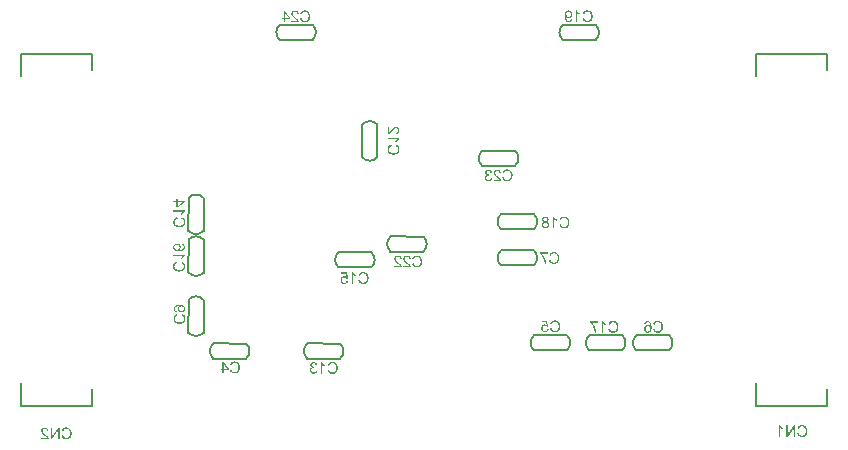
<source format=gbo>
%FSLAX44Y44*%
%MOMM*%
G71*
G01*
G75*
G04 Layer_Color=32896*
%ADD10R,0.9652X0.8890*%
%ADD11R,1.0160X0.9398*%
%ADD12R,1.0160X0.9400*%
%ADD13R,0.5080X0.7620*%
%ADD14R,0.2600X2.0000*%
%ADD15R,2.0000X0.2600*%
%ADD16R,0.9400X1.0160*%
%ADD17R,0.9398X1.0160*%
%ADD18R,2.0320X0.6096*%
%ADD19C,0.2032*%
%ADD20C,0.2540*%
%ADD21C,0.5080*%
%ADD22C,0.3048*%
%ADD23R,2.4804X2.2690*%
%ADD24R,2.5943X2.2690*%
%ADD25R,3.0073X5.6504*%
%ADD26C,1.3000*%
%ADD27C,0.6350*%
%ADD28C,0.8128*%
%ADD29C,1.0160*%
%ADD30C,1.8080*%
%ADD31C,0.8382*%
%ADD32C,0.9398*%
%ADD33R,2.2000X0.3600*%
%ADD34R,3.0000X1.0000*%
%ADD35C,0.3302*%
%ADD36R,0.9424X1.9914*%
%ADD37R,2.5048X2.1810*%
%ADD38R,2.9171X1.1903*%
%ADD39C,0.1270*%
%ADD40C,0.1524*%
%ADD41C,0.1500*%
%ADD42R,1.1684X1.0922*%
%ADD43R,1.2192X1.1430*%
%ADD44R,1.2192X1.1432*%
%ADD45R,0.7112X0.9652*%
%ADD46R,0.4632X2.2032*%
%ADD47R,2.2032X0.4632*%
%ADD48R,1.1432X1.2192*%
%ADD49R,1.1430X1.2192*%
%ADD50R,2.2352X0.8128*%
%ADD51R,2.4032X0.5632*%
%ADD52R,3.2032X1.2032*%
G36*
X1125632Y522047D02*
X1125796Y521809D01*
X1125974Y521586D01*
X1126153Y521378D01*
X1126316Y521215D01*
X1126450Y521081D01*
X1126539Y520992D01*
X1126554Y520977D01*
X1126569Y520962D01*
X1126851Y520724D01*
X1127148Y520502D01*
X1127445Y520308D01*
X1127713Y520145D01*
X1127951Y520011D01*
X1128055Y519967D01*
X1128144Y519922D01*
X1128203Y519878D01*
X1128262Y519848D01*
X1128292Y519833D01*
X1128307D01*
Y518659D01*
X1128099Y518748D01*
X1127876Y518852D01*
X1127668Y518941D01*
X1127475Y519045D01*
X1127312Y519135D01*
X1127178Y519209D01*
X1127089Y519268D01*
X1127074Y519283D01*
X1127059D01*
X1126806Y519432D01*
X1126583Y519595D01*
X1126390Y519729D01*
X1126227Y519863D01*
X1126093Y519967D01*
X1125989Y520041D01*
X1125930Y520100D01*
X1125915Y520115D01*
Y512478D01*
X1124711D01*
Y522285D01*
X1125499D01*
X1125632Y522047D01*
D02*
G37*
G36*
X927220Y698910D02*
X927428Y698895D01*
X927829Y698806D01*
X928186Y698702D01*
X928468Y698568D01*
X928602Y698494D01*
X928706Y698435D01*
X928795Y698361D01*
X928884Y698316D01*
X928943Y698271D01*
X928988Y698227D01*
X929003Y698212D01*
X929018Y698197D01*
X929152Y698063D01*
X929270Y697915D01*
X929374Y697766D01*
X929449Y697603D01*
X929597Y697306D01*
X929687Y697023D01*
X929731Y696771D01*
X929746Y696667D01*
X929761Y696577D01*
X929776Y696503D01*
Y696444D01*
Y696414D01*
Y696399D01*
X929761Y696146D01*
X929716Y695924D01*
X929657Y695716D01*
X929597Y695537D01*
X929538Y695389D01*
X929478Y695285D01*
X929434Y695225D01*
X929419Y695195D01*
X929270Y695017D01*
X929092Y694869D01*
X928914Y694735D01*
X928721Y694616D01*
X928557Y694542D01*
X928423Y694467D01*
X928334Y694438D01*
X928319Y694423D01*
X928305D01*
X928617Y694319D01*
X928899Y694185D01*
X929137Y694036D01*
X929330Y693888D01*
X929478Y693754D01*
X929597Y693635D01*
X929657Y693561D01*
X929687Y693546D01*
Y693531D01*
X929850Y693279D01*
X929954Y693011D01*
X930043Y692744D01*
X930102Y692491D01*
X930132Y692283D01*
X930147Y692179D01*
Y692105D01*
X930162Y692031D01*
Y691986D01*
Y691956D01*
Y691941D01*
X930147Y691704D01*
X930117Y691481D01*
X930088Y691273D01*
X930028Y691065D01*
X929880Y690708D01*
X929805Y690545D01*
X929716Y690396D01*
X929642Y690262D01*
X929568Y690144D01*
X929493Y690040D01*
X929419Y689950D01*
X929360Y689891D01*
X929330Y689846D01*
X929300Y689817D01*
X929285Y689802D01*
X929107Y689653D01*
X928929Y689519D01*
X928736Y689415D01*
X928542Y689311D01*
X928349Y689237D01*
X928156Y689163D01*
X927785Y689059D01*
X927606Y689029D01*
X927458Y688999D01*
X927309Y688985D01*
X927190Y688970D01*
X927086Y688955D01*
X926952D01*
X926685Y688970D01*
X926432Y688985D01*
X926195Y689029D01*
X925987Y689089D01*
X925779Y689148D01*
X925585Y689222D01*
X925407Y689296D01*
X925244Y689386D01*
X925095Y689460D01*
X924976Y689534D01*
X924872Y689609D01*
X924783Y689668D01*
X924709Y689727D01*
X924664Y689772D01*
X924634Y689787D01*
X924620Y689802D01*
X924456Y689965D01*
X924322Y690129D01*
X924203Y690307D01*
X924100Y690485D01*
X924010Y690664D01*
X923951Y690842D01*
X923832Y691169D01*
X923773Y691466D01*
X923758Y691600D01*
X923743Y691704D01*
X923728Y691793D01*
Y691852D01*
Y691897D01*
Y691912D01*
X923743Y692239D01*
X923802Y692536D01*
X923877Y692803D01*
X923966Y693026D01*
X924055Y693219D01*
X924129Y693353D01*
X924189Y693442D01*
X924203Y693472D01*
X924397Y693695D01*
X924620Y693903D01*
X924842Y694066D01*
X925065Y694200D01*
X925258Y694289D01*
X925422Y694363D01*
X925481Y694393D01*
X925526Y694408D01*
X925556Y694423D01*
X925571D01*
X925318Y694527D01*
X925095Y694661D01*
X924902Y694780D01*
X924753Y694898D01*
X924634Y695017D01*
X924545Y695106D01*
X924501Y695166D01*
X924486Y695181D01*
X924367Y695374D01*
X924278Y695582D01*
X924218Y695775D01*
X924174Y695968D01*
X924144Y696132D01*
X924129Y696251D01*
Y696340D01*
Y696369D01*
X924144Y696563D01*
X924159Y696756D01*
X924248Y697097D01*
X924382Y697410D01*
X924516Y697677D01*
X924664Y697885D01*
X924738Y697974D01*
X924798Y698048D01*
X924842Y698108D01*
X924887Y698152D01*
X924902Y698167D01*
X924917Y698182D01*
X925065Y698316D01*
X925229Y698435D01*
X925392Y698524D01*
X925571Y698613D01*
X925912Y698747D01*
X926239Y698836D01*
X926536Y698881D01*
X926655Y698910D01*
X926774D01*
X926863Y698925D01*
X926982D01*
X927220Y698910D01*
D02*
G37*
G36*
X943327Y699014D02*
X943773Y698955D01*
X944174Y698851D01*
X944352Y698806D01*
X944516Y698747D01*
X944664Y698687D01*
X944813Y698643D01*
X944932Y698583D01*
X945021Y698539D01*
X945110Y698509D01*
X945170Y698479D01*
X945199Y698450D01*
X945214D01*
X945586Y698212D01*
X945927Y697930D01*
X946210Y697647D01*
X946432Y697365D01*
X946626Y697112D01*
X946700Y697008D01*
X946759Y696919D01*
X946804Y696830D01*
X946834Y696771D01*
X946863Y696741D01*
Y696726D01*
X947057Y696295D01*
X947205Y695835D01*
X947294Y695389D01*
X947369Y694973D01*
X947398Y694780D01*
X947413Y694616D01*
X947428Y694453D01*
Y694319D01*
X947443Y694215D01*
Y694140D01*
Y694081D01*
Y694066D01*
X947428Y693546D01*
X947369Y693071D01*
X947280Y692625D01*
X947235Y692417D01*
X947190Y692239D01*
X947146Y692060D01*
X947101Y691912D01*
X947057Y691778D01*
X947012Y691659D01*
X946982Y691570D01*
X946953Y691510D01*
X946938Y691466D01*
Y691451D01*
X946730Y691020D01*
X946477Y690649D01*
X946239Y690322D01*
X945987Y690069D01*
X945779Y689861D01*
X945600Y689713D01*
X945526Y689668D01*
X945482Y689623D01*
X945452Y689609D01*
X945437Y689594D01*
X945244Y689475D01*
X945036Y689386D01*
X944620Y689222D01*
X944189Y689118D01*
X943773Y689029D01*
X943595Y689014D01*
X943416Y688985D01*
X943268Y688970D01*
X943134D01*
X943015Y688955D01*
X942866D01*
X942584Y688970D01*
X942317Y688985D01*
X941826Y689089D01*
X941603Y689148D01*
X941380Y689222D01*
X941187Y689296D01*
X941009Y689371D01*
X940846Y689445D01*
X940712Y689519D01*
X940593Y689594D01*
X940489Y689653D01*
X940400Y689713D01*
X940340Y689757D01*
X940311Y689772D01*
X940296Y689787D01*
X940103Y689950D01*
X939924Y690129D01*
X939627Y690515D01*
X939360Y690916D01*
X939166Y691317D01*
X939077Y691496D01*
X939018Y691659D01*
X938959Y691823D01*
X938899Y691941D01*
X938869Y692060D01*
X938840Y692135D01*
X938825Y692194D01*
Y692209D01*
X940117Y692536D01*
X940236Y692105D01*
X940385Y691719D01*
X940563Y691406D01*
X940727Y691139D01*
X940890Y690946D01*
X941024Y690797D01*
X941113Y690708D01*
X941128Y690693D01*
X941143Y690678D01*
X941440Y690470D01*
X941737Y690322D01*
X942049Y690203D01*
X942331Y690129D01*
X942584Y690084D01*
X942703Y690069D01*
X942792D01*
X942866Y690054D01*
X942970D01*
X943297Y690069D01*
X943609Y690129D01*
X943892Y690203D01*
X944129Y690277D01*
X944337Y690366D01*
X944501Y690426D01*
X944560Y690455D01*
X944605Y690485D01*
X944620Y690500D01*
X944635D01*
X944902Y690693D01*
X945125Y690916D01*
X945318Y691139D01*
X945482Y691377D01*
X945600Y691570D01*
X945675Y691748D01*
X945704Y691808D01*
X945734Y691852D01*
X945749Y691882D01*
Y691897D01*
X945868Y692253D01*
X945957Y692625D01*
X946016Y692996D01*
X946061Y693338D01*
X946076Y693487D01*
X946091Y693621D01*
Y693754D01*
X946106Y693858D01*
Y693947D01*
Y694007D01*
Y694051D01*
Y694066D01*
X946091Y694423D01*
X946061Y694765D01*
X946016Y695077D01*
X945957Y695359D01*
X945898Y695597D01*
X945883Y695701D01*
X945853Y695775D01*
X945838Y695849D01*
X945823Y695894D01*
X945808Y695924D01*
Y695938D01*
X945675Y696265D01*
X945511Y696563D01*
X945333Y696800D01*
X945170Y697008D01*
X945006Y697172D01*
X944872Y697291D01*
X944783Y697365D01*
X944768Y697395D01*
X944753D01*
X944456Y697573D01*
X944144Y697707D01*
X943832Y697811D01*
X943535Y697870D01*
X943268Y697915D01*
X943164Y697930D01*
X943060D01*
X942985Y697944D01*
X942881D01*
X942525Y697930D01*
X942213Y697870D01*
X941930Y697796D01*
X941707Y697707D01*
X941514Y697603D01*
X941380Y697528D01*
X941291Y697469D01*
X941262Y697454D01*
X941024Y697246D01*
X940831Y697008D01*
X940652Y696741D01*
X940519Y696488D01*
X940415Y696265D01*
X940370Y696161D01*
X940325Y696072D01*
X940296Y695998D01*
X940281Y695938D01*
X940266Y695909D01*
Y695894D01*
X938988Y696191D01*
X939166Y696667D01*
X939270Y696889D01*
X939374Y697083D01*
X939493Y697276D01*
X939612Y697454D01*
X939716Y697603D01*
X939835Y697751D01*
X939939Y697870D01*
X940043Y697974D01*
X940147Y698078D01*
X940221Y698152D01*
X940296Y698212D01*
X940340Y698257D01*
X940370Y698271D01*
X940385Y698286D01*
X940578Y698420D01*
X940771Y698539D01*
X940979Y698643D01*
X941187Y698732D01*
X941603Y698866D01*
X941990Y698955D01*
X942168Y698985D01*
X942331Y698999D01*
X942480Y699014D01*
X942599Y699029D01*
X942703Y699044D01*
X942851D01*
X943327Y699014D01*
D02*
G37*
G36*
X503442Y520375D02*
X503680Y520360D01*
X504126Y520271D01*
X504319Y520226D01*
X504512Y520167D01*
X504676Y520093D01*
X504824Y520033D01*
X504958Y519959D01*
X505077Y519899D01*
X505181Y519825D01*
X505270Y519780D01*
X505330Y519736D01*
X505374Y519691D01*
X505404Y519676D01*
X505419Y519662D01*
X505567Y519513D01*
X505686Y519364D01*
X505909Y519023D01*
X506073Y518681D01*
X506191Y518339D01*
X506281Y518042D01*
X506296Y517908D01*
X506325Y517789D01*
X506340Y517700D01*
X506355Y517626D01*
Y517581D01*
Y517566D01*
X505122Y517433D01*
X505092Y517760D01*
X505032Y518042D01*
X504958Y518280D01*
X504854Y518488D01*
X504765Y518651D01*
X504676Y518770D01*
X504616Y518829D01*
X504602Y518859D01*
X504394Y519038D01*
X504171Y519171D01*
X503933Y519260D01*
X503710Y519335D01*
X503517Y519364D01*
X503368Y519379D01*
X503309Y519394D01*
X503220D01*
X502923Y519379D01*
X502655Y519320D01*
X502432Y519245D01*
X502239Y519156D01*
X502090Y519052D01*
X501972Y518978D01*
X501912Y518919D01*
X501882Y518904D01*
X501704Y518711D01*
X501585Y518503D01*
X501496Y518309D01*
X501422Y518116D01*
X501392Y517953D01*
X501377Y517819D01*
X501362Y517730D01*
Y517715D01*
Y517700D01*
X501392Y517448D01*
X501451Y517180D01*
X501541Y516942D01*
X501645Y516720D01*
X501749Y516526D01*
X501838Y516378D01*
X501867Y516318D01*
X501897Y516274D01*
X501927Y516259D01*
Y516244D01*
X502046Y516095D01*
X502179Y515932D01*
X502328Y515769D01*
X502506Y515605D01*
X502863Y515263D01*
X503220Y514922D01*
X503546Y514639D01*
X503695Y514506D01*
X503829Y514402D01*
X503933Y514297D01*
X504007Y514238D01*
X504067Y514193D01*
X504081Y514179D01*
X504438Y513867D01*
X504765Y513584D01*
X505032Y513332D01*
X505255Y513124D01*
X505434Y512945D01*
X505552Y512812D01*
X505627Y512722D01*
X505657Y512708D01*
Y512693D01*
X505850Y512455D01*
X505998Y512232D01*
X506147Y512009D01*
X506251Y511816D01*
X506340Y511638D01*
X506399Y511519D01*
X506429Y511430D01*
X506444Y511415D01*
Y511400D01*
X506489Y511251D01*
X506533Y511103D01*
X506548Y510969D01*
X506563Y510850D01*
X506578Y510746D01*
Y510657D01*
Y510598D01*
Y510583D01*
X500114D01*
Y511727D01*
X504914D01*
X504750Y511965D01*
X504587Y512158D01*
X504512Y512247D01*
X504453Y512306D01*
X504423Y512351D01*
X504408Y512366D01*
X504334Y512440D01*
X504260Y512514D01*
X504067Y512693D01*
X503829Y512901D01*
X503606Y513109D01*
X503383Y513302D01*
X503205Y513451D01*
X503130Y513510D01*
X503071Y513554D01*
X503041Y513584D01*
X503027Y513599D01*
X502789Y513807D01*
X502581Y513985D01*
X502373Y514164D01*
X502194Y514327D01*
X502031Y514491D01*
X501882Y514624D01*
X501734Y514758D01*
X501615Y514877D01*
X501511Y514981D01*
X501422Y515070D01*
X501288Y515204D01*
X501214Y515293D01*
X501184Y515323D01*
X500991Y515560D01*
X500812Y515769D01*
X500679Y515976D01*
X500575Y516155D01*
X500486Y516303D01*
X500426Y516408D01*
X500396Y516482D01*
X500382Y516511D01*
X500292Y516720D01*
X500233Y516927D01*
X500188Y517121D01*
X500159Y517299D01*
X500144Y517448D01*
X500129Y517566D01*
Y517641D01*
Y517671D01*
X500144Y517878D01*
X500159Y518087D01*
X500263Y518458D01*
X500396Y518785D01*
X500545Y519067D01*
X500694Y519290D01*
X500768Y519379D01*
X500827Y519468D01*
X500887Y519528D01*
X500931Y519572D01*
X500946Y519587D01*
X500961Y519602D01*
X501124Y519736D01*
X501288Y519870D01*
X501466Y519974D01*
X501659Y520063D01*
X502031Y520196D01*
X502388Y520286D01*
X502551Y520330D01*
X502700Y520345D01*
X502833Y520360D01*
X502952Y520375D01*
X503056Y520390D01*
X503190D01*
X503442Y520375D01*
D02*
G37*
G36*
X1144667Y522374D02*
X1145113Y522314D01*
X1145514Y522210D01*
X1145692Y522166D01*
X1145856Y522106D01*
X1146004Y522047D01*
X1146153Y522002D01*
X1146272Y521943D01*
X1146361Y521898D01*
X1146450Y521869D01*
X1146509Y521839D01*
X1146539Y521809D01*
X1146554D01*
X1146925Y521572D01*
X1147267Y521289D01*
X1147550Y521007D01*
X1147772Y520724D01*
X1147966Y520472D01*
X1148040Y520368D01*
X1148099Y520279D01*
X1148144Y520190D01*
X1148174Y520130D01*
X1148203Y520100D01*
Y520086D01*
X1148397Y519655D01*
X1148545Y519194D01*
X1148634Y518748D01*
X1148708Y518332D01*
X1148738Y518139D01*
X1148753Y517976D01*
X1148768Y517812D01*
Y517678D01*
X1148783Y517574D01*
Y517500D01*
Y517441D01*
Y517426D01*
X1148768Y516906D01*
X1148708Y516430D01*
X1148619Y515984D01*
X1148575Y515776D01*
X1148530Y515598D01*
X1148486Y515420D01*
X1148441Y515271D01*
X1148397Y515137D01*
X1148352Y515019D01*
X1148322Y514930D01*
X1148292Y514870D01*
X1148278Y514826D01*
Y514811D01*
X1148070Y514380D01*
X1147817Y514008D01*
X1147579Y513681D01*
X1147327Y513429D01*
X1147119Y513221D01*
X1146940Y513072D01*
X1146866Y513027D01*
X1146821Y512983D01*
X1146792Y512968D01*
X1146777Y512953D01*
X1146584Y512834D01*
X1146376Y512745D01*
X1145960Y512582D01*
X1145529Y512478D01*
X1145113Y512389D01*
X1144934Y512374D01*
X1144756Y512344D01*
X1144607Y512329D01*
X1144474D01*
X1144355Y512314D01*
X1144206D01*
X1143924Y512329D01*
X1143656Y512344D01*
X1143166Y512448D01*
X1142943Y512508D01*
X1142720Y512582D01*
X1142527Y512656D01*
X1142349Y512730D01*
X1142185Y512805D01*
X1142052Y512879D01*
X1141933Y512953D01*
X1141829Y513013D01*
X1141740Y513072D01*
X1141680Y513117D01*
X1141650Y513132D01*
X1141636Y513146D01*
X1141442Y513310D01*
X1141264Y513488D01*
X1140967Y513875D01*
X1140699Y514276D01*
X1140506Y514677D01*
X1140417Y514855D01*
X1140358Y515019D01*
X1140298Y515182D01*
X1140239Y515301D01*
X1140209Y515420D01*
X1140180Y515494D01*
X1140165Y515554D01*
Y515568D01*
X1141457Y515895D01*
X1141576Y515464D01*
X1141725Y515078D01*
X1141903Y514766D01*
X1142066Y514499D01*
X1142230Y514305D01*
X1142364Y514157D01*
X1142453Y514068D01*
X1142468Y514053D01*
X1142483Y514038D01*
X1142780Y513830D01*
X1143077Y513681D01*
X1143389Y513563D01*
X1143671Y513488D01*
X1143924Y513444D01*
X1144043Y513429D01*
X1144132D01*
X1144206Y513414D01*
X1144310D01*
X1144637Y513429D01*
X1144949Y513488D01*
X1145231Y513563D01*
X1145469Y513637D01*
X1145677Y513726D01*
X1145841Y513785D01*
X1145900Y513815D01*
X1145945Y513845D01*
X1145960Y513860D01*
X1145975D01*
X1146242Y514053D01*
X1146465Y514276D01*
X1146658Y514499D01*
X1146821Y514736D01*
X1146940Y514930D01*
X1147015Y515108D01*
X1147044Y515167D01*
X1147074Y515212D01*
X1147089Y515242D01*
Y515256D01*
X1147208Y515613D01*
X1147297Y515984D01*
X1147356Y516356D01*
X1147401Y516698D01*
X1147416Y516846D01*
X1147431Y516980D01*
Y517114D01*
X1147446Y517218D01*
Y517307D01*
Y517366D01*
Y517411D01*
Y517426D01*
X1147431Y517782D01*
X1147401Y518124D01*
X1147356Y518436D01*
X1147297Y518718D01*
X1147237Y518956D01*
X1147223Y519060D01*
X1147193Y519135D01*
X1147178Y519209D01*
X1147163Y519254D01*
X1147148Y519283D01*
Y519298D01*
X1147015Y519625D01*
X1146851Y519922D01*
X1146673Y520160D01*
X1146509Y520368D01*
X1146346Y520531D01*
X1146212Y520650D01*
X1146123Y520724D01*
X1146108Y520754D01*
X1146093D01*
X1145796Y520933D01*
X1145484Y521066D01*
X1145172Y521170D01*
X1144875Y521230D01*
X1144607Y521274D01*
X1144503Y521289D01*
X1144399D01*
X1144325Y521304D01*
X1144221D01*
X1143865Y521289D01*
X1143552Y521230D01*
X1143270Y521155D01*
X1143047Y521066D01*
X1142854Y520962D01*
X1142720Y520888D01*
X1142631Y520829D01*
X1142601Y520814D01*
X1142364Y520606D01*
X1142171Y520368D01*
X1141992Y520100D01*
X1141859Y519848D01*
X1141755Y519625D01*
X1141710Y519521D01*
X1141665Y519432D01*
X1141636Y519357D01*
X1141621Y519298D01*
X1141606Y519268D01*
Y519254D01*
X1140328Y519551D01*
X1140506Y520026D01*
X1140610Y520249D01*
X1140714Y520442D01*
X1140833Y520635D01*
X1140952Y520814D01*
X1141056Y520962D01*
X1141175Y521111D01*
X1141279Y521230D01*
X1141383Y521334D01*
X1141487Y521438D01*
X1141561Y521512D01*
X1141636Y521572D01*
X1141680Y521616D01*
X1141710Y521631D01*
X1141725Y521646D01*
X1141918Y521780D01*
X1142111Y521898D01*
X1142319Y522002D01*
X1142527Y522091D01*
X1142943Y522225D01*
X1143330Y522314D01*
X1143508Y522344D01*
X1143671Y522359D01*
X1143820Y522374D01*
X1143939Y522389D01*
X1144043Y522404D01*
X1144191D01*
X1144667Y522374D01*
D02*
G37*
G36*
X1138589Y512478D02*
X1137356D01*
Y520145D01*
X1132230Y512478D01*
X1130907D01*
Y522240D01*
X1132141D01*
Y514573D01*
X1137282Y522240D01*
X1138589D01*
Y512478D01*
D02*
G37*
G36*
X934129Y698687D02*
X934293Y698450D01*
X934471Y698227D01*
X934649Y698019D01*
X934813Y697855D01*
X934947Y697722D01*
X935036Y697632D01*
X935051Y697618D01*
X935065Y697603D01*
X935348Y697365D01*
X935645Y697142D01*
X935942Y696949D01*
X936210Y696785D01*
X936447Y696652D01*
X936551Y696607D01*
X936640Y696563D01*
X936700Y696518D01*
X936759Y696488D01*
X936789Y696473D01*
X936804D01*
Y695300D01*
X936596Y695389D01*
X936373Y695493D01*
X936165Y695582D01*
X935972Y695686D01*
X935808Y695775D01*
X935675Y695849D01*
X935585Y695909D01*
X935571Y695924D01*
X935556D01*
X935303Y696072D01*
X935080Y696236D01*
X934887Y696369D01*
X934724Y696503D01*
X934590Y696607D01*
X934486Y696681D01*
X934426Y696741D01*
X934412Y696756D01*
Y689118D01*
X933208D01*
Y698925D01*
X933996D01*
X934129Y698687D01*
D02*
G37*
G36*
X615435Y659753D02*
X615004Y659635D01*
X614618Y659486D01*
X614306Y659308D01*
X614038Y659144D01*
X613845Y658981D01*
X613697Y658847D01*
X613607Y658758D01*
X613592Y658743D01*
X613578Y658728D01*
X613370Y658431D01*
X613221Y658134D01*
X613102Y657822D01*
X613028Y657540D01*
X612983Y657287D01*
X612968Y657168D01*
Y657079D01*
X612954Y657005D01*
Y656945D01*
Y656915D01*
Y656901D01*
X612968Y656574D01*
X613028Y656262D01*
X613102Y655979D01*
X613176Y655742D01*
X613266Y655534D01*
X613325Y655370D01*
X613355Y655311D01*
X613385Y655266D01*
X613399Y655251D01*
Y655236D01*
X613592Y654969D01*
X613815Y654746D01*
X614038Y654553D01*
X614276Y654389D01*
X614469Y654270D01*
X614647Y654196D01*
X614707Y654166D01*
X614752Y654137D01*
X614781Y654122D01*
X614796D01*
X615153Y654003D01*
X615524Y653914D01*
X615896Y653855D01*
X616237Y653810D01*
X616386Y653795D01*
X616520Y653780D01*
X616654D01*
X616758Y653765D01*
X616965D01*
X617322Y653780D01*
X617664Y653810D01*
X617976Y653855D01*
X618258Y653914D01*
X618496Y653973D01*
X618600Y653988D01*
X618674Y654018D01*
X618749Y654033D01*
X618793Y654048D01*
X618823Y654062D01*
X618838D01*
X619165Y654196D01*
X619462Y654360D01*
X619700Y654538D01*
X619908Y654701D01*
X620071Y654865D01*
X620190Y654999D01*
X620264Y655088D01*
X620294Y655103D01*
Y655117D01*
X620472Y655415D01*
X620606Y655727D01*
X620710Y656039D01*
X620769Y656336D01*
X620814Y656603D01*
X620829Y656707D01*
Y656811D01*
X620844Y656886D01*
Y656945D01*
Y656975D01*
Y656990D01*
X620829Y657346D01*
X620769Y657658D01*
X620695Y657941D01*
X620606Y658164D01*
X620502Y658357D01*
X620428Y658491D01*
X620368Y658580D01*
X620353Y658609D01*
X620145Y658847D01*
X619908Y659040D01*
X619640Y659219D01*
X619388Y659352D01*
X619165Y659456D01*
X619061Y659501D01*
X618971Y659546D01*
X618897Y659575D01*
X618838Y659590D01*
X618808Y659605D01*
X618793D01*
X619090Y660883D01*
X619566Y660704D01*
X619789Y660601D01*
X619982Y660496D01*
X620175Y660378D01*
X620353Y660259D01*
X620502Y660155D01*
X620650Y660036D01*
X620769Y659932D01*
X620873Y659828D01*
X620977Y659724D01*
X621052Y659650D01*
X621111Y659575D01*
X621156Y659531D01*
X621171Y659501D01*
X621185Y659486D01*
X621319Y659293D01*
X621438Y659100D01*
X621542Y658892D01*
X621631Y658684D01*
X621765Y658268D01*
X621854Y657881D01*
X621884Y657703D01*
X621899Y657540D01*
X621913Y657391D01*
X621928Y657272D01*
X621943Y657168D01*
Y657079D01*
Y657034D01*
Y657019D01*
X621913Y656544D01*
X621854Y656098D01*
X621750Y655697D01*
X621706Y655519D01*
X621646Y655355D01*
X621587Y655207D01*
X621542Y655058D01*
X621483Y654939D01*
X621438Y654850D01*
X621408Y654761D01*
X621379Y654701D01*
X621349Y654672D01*
Y654657D01*
X621111Y654285D01*
X620829Y653944D01*
X620546Y653661D01*
X620264Y653438D01*
X620012Y653245D01*
X619908Y653171D01*
X619818Y653111D01*
X619729Y653067D01*
X619670Y653037D01*
X619640Y653008D01*
X619625D01*
X619194Y652814D01*
X618734Y652666D01*
X618288Y652577D01*
X617872Y652502D01*
X617679Y652473D01*
X617515Y652458D01*
X617352Y652443D01*
X617218D01*
X617114Y652428D01*
X616965D01*
X616445Y652443D01*
X615970Y652502D01*
X615524Y652591D01*
X615316Y652636D01*
X615138Y652681D01*
X614959Y652725D01*
X614811Y652770D01*
X614677Y652814D01*
X614558Y652859D01*
X614469Y652889D01*
X614410Y652918D01*
X614365Y652933D01*
X614350D01*
X613919Y653141D01*
X613548Y653394D01*
X613221Y653632D01*
X612968Y653884D01*
X612760Y654092D01*
X612612Y654270D01*
X612567Y654345D01*
X612523Y654389D01*
X612508Y654419D01*
X612493Y654434D01*
X612374Y654627D01*
X612285Y654835D01*
X612122Y655251D01*
X612017Y655682D01*
X611928Y656098D01*
X611913Y656276D01*
X611884Y656455D01*
X611869Y656603D01*
Y656737D01*
X611854Y656856D01*
Y656930D01*
Y656990D01*
Y657005D01*
X611869Y657287D01*
X611884Y657554D01*
X611988Y658045D01*
X612047Y658268D01*
X612122Y658491D01*
X612196Y658684D01*
X612270Y658862D01*
X612344Y659025D01*
X612419Y659159D01*
X612493Y659278D01*
X612552Y659382D01*
X612612Y659471D01*
X612656Y659531D01*
X612671Y659560D01*
X612686Y659575D01*
X612850Y659768D01*
X613028Y659947D01*
X613414Y660244D01*
X613815Y660511D01*
X614217Y660704D01*
X614395Y660794D01*
X614558Y660853D01*
X614722Y660912D01*
X614841Y660972D01*
X614959Y661002D01*
X615034Y661031D01*
X615093Y661046D01*
X615108D01*
X615435Y659753D01*
D02*
G37*
G36*
X621824Y665875D02*
X621587Y665742D01*
X621349Y665578D01*
X621126Y665400D01*
X620918Y665222D01*
X620755Y665058D01*
X620621Y664924D01*
X620532Y664835D01*
X620517Y664820D01*
X620502Y664806D01*
X620264Y664523D01*
X620041Y664226D01*
X619848Y663929D01*
X619685Y663661D01*
X619551Y663424D01*
X619506Y663320D01*
X619462Y663231D01*
X619417Y663171D01*
X619388Y663112D01*
X619373Y663082D01*
Y663067D01*
X618199D01*
X618288Y663275D01*
X618392Y663498D01*
X618481Y663706D01*
X618585Y663899D01*
X618674Y664063D01*
X618749Y664196D01*
X618808Y664286D01*
X618823Y664300D01*
Y664315D01*
X618971Y664568D01*
X619135Y664791D01*
X619269Y664984D01*
X619402Y665147D01*
X619506Y665281D01*
X619581Y665385D01*
X619640Y665444D01*
X619655Y665459D01*
X612017D01*
Y666663D01*
X621824D01*
Y665875D01*
D02*
G37*
G36*
X615435Y676098D02*
X615688Y676084D01*
X615910Y676039D01*
X616133Y675980D01*
X616327Y675920D01*
X616520Y675846D01*
X616683Y675771D01*
X616847Y675697D01*
X616980Y675608D01*
X617099Y675534D01*
X617203Y675460D01*
X617292Y675400D01*
X617367Y675341D01*
X617411Y675296D01*
X617441Y675281D01*
X617456Y675266D01*
X617619Y675103D01*
X617753Y674939D01*
X617872Y674761D01*
X617976Y674583D01*
X618065Y674419D01*
X618125Y674241D01*
X618243Y673929D01*
X618303Y673647D01*
X618318Y673528D01*
X618332Y673424D01*
X618347Y673335D01*
Y673275D01*
Y673231D01*
Y673216D01*
X618332Y672963D01*
X618303Y672725D01*
X618243Y672503D01*
X618184Y672309D01*
X618125Y672146D01*
X618065Y672012D01*
X618035Y671938D01*
X618021Y671908D01*
X617887Y671685D01*
X617738Y671477D01*
X617575Y671299D01*
X617411Y671150D01*
X617263Y671017D01*
X617144Y670928D01*
X617070Y670868D01*
X617055Y670853D01*
X617307D01*
X617560Y670868D01*
X617798Y670883D01*
X618021Y670898D01*
X618214Y670928D01*
X618407Y670957D01*
X618570Y670987D01*
X618719Y671017D01*
X618853Y671046D01*
X618971Y671076D01*
X619076Y671106D01*
X619150Y671135D01*
X619209Y671150D01*
X619269Y671165D01*
X619283Y671180D01*
X619298D01*
X619581Y671314D01*
X619833Y671462D01*
X620041Y671611D01*
X620205Y671760D01*
X620339Y671878D01*
X620443Y671982D01*
X620502Y672042D01*
X620517Y672072D01*
X620621Y672250D01*
X620710Y672413D01*
X620769Y672592D01*
X620799Y672755D01*
X620829Y672889D01*
X620844Y672993D01*
Y673067D01*
Y673097D01*
X620829Y673350D01*
X620769Y673587D01*
X620680Y673795D01*
X620591Y673974D01*
X620487Y674107D01*
X620413Y674211D01*
X620353Y674286D01*
X620324Y674301D01*
X620190Y674405D01*
X620041Y674494D01*
X619700Y674642D01*
X619551Y674687D01*
X619432Y674731D01*
X619343Y674761D01*
X619313D01*
X619402Y675950D01*
X619804Y675875D01*
X620160Y675742D01*
X620457Y675608D01*
X620710Y675445D01*
X620903Y675296D01*
X621052Y675177D01*
X621141Y675088D01*
X621171Y675073D01*
Y675058D01*
X621289Y674910D01*
X621394Y674761D01*
X621542Y674449D01*
X621661Y674137D01*
X621750Y673840D01*
X621795Y673572D01*
X621810Y673454D01*
Y673364D01*
X621824Y673275D01*
Y673216D01*
Y673186D01*
Y673171D01*
X621810Y672889D01*
X621780Y672621D01*
X621720Y672369D01*
X621646Y672131D01*
X621557Y671908D01*
X621468Y671715D01*
X621364Y671522D01*
X621260Y671358D01*
X621156Y671210D01*
X621052Y671076D01*
X620963Y670972D01*
X620873Y670868D01*
X620799Y670794D01*
X620740Y670749D01*
X620710Y670719D01*
X620695Y670705D01*
X620443Y670526D01*
X620145Y670363D01*
X619848Y670229D01*
X619506Y670110D01*
X619179Y670006D01*
X618838Y669917D01*
X618496Y669843D01*
X618154Y669798D01*
X617842Y669754D01*
X617545Y669724D01*
X617277Y669694D01*
X617040Y669679D01*
X616847Y669664D01*
X616579D01*
X616119Y669679D01*
X615703Y669709D01*
X615301Y669754D01*
X614945Y669813D01*
X614618Y669887D01*
X614321Y669962D01*
X614053Y670051D01*
X613815Y670140D01*
X613607Y670214D01*
X613429Y670303D01*
X613280Y670378D01*
X613162Y670452D01*
X613072Y670511D01*
X613013Y670556D01*
X612968Y670586D01*
X612954Y670601D01*
X612760Y670779D01*
X612597Y670972D01*
X612448Y671180D01*
X612315Y671388D01*
X612211Y671596D01*
X612122Y671789D01*
X612047Y671997D01*
X611988Y672190D01*
X611943Y672369D01*
X611913Y672532D01*
X611884Y672681D01*
X611869Y672800D01*
Y672904D01*
X611854Y672993D01*
Y673037D01*
Y673052D01*
X611869Y673364D01*
X611913Y673661D01*
X611988Y673929D01*
X612062Y674167D01*
X612136Y674345D01*
X612211Y674494D01*
X612255Y674583D01*
X612270Y674613D01*
X612448Y674865D01*
X612641Y675073D01*
X612835Y675266D01*
X613028Y675430D01*
X613206Y675549D01*
X613340Y675638D01*
X613399Y675667D01*
X613444Y675697D01*
X613459Y675712D01*
X613474D01*
X613771Y675846D01*
X614068Y675950D01*
X614365Y676009D01*
X614618Y676069D01*
X614855Y676098D01*
X614945D01*
X615034Y676113D01*
X615182D01*
X615435Y676098D01*
D02*
G37*
G36*
X971439Y609249D02*
X966655D01*
X966996Y608833D01*
X967308Y608402D01*
X967606Y607971D01*
X967873Y607570D01*
X967977Y607377D01*
X968081Y607213D01*
X968170Y607065D01*
X968244Y606931D01*
X968304Y606827D01*
X968348Y606753D01*
X968378Y606693D01*
X968393Y606678D01*
X968675Y606114D01*
X968928Y605549D01*
X969136Y605014D01*
X969225Y604761D01*
X969314Y604538D01*
X969389Y604316D01*
X969448Y604122D01*
X969507Y603959D01*
X969552Y603810D01*
X969582Y603691D01*
X969611Y603602D01*
X969626Y603543D01*
Y603528D01*
X969775Y602934D01*
X969834Y602666D01*
X969879Y602399D01*
X969923Y602161D01*
X969953Y601938D01*
X969983Y601715D01*
X970013Y601522D01*
X970027Y601359D01*
X970042Y601195D01*
X970057Y601062D01*
Y600957D01*
X970072Y600868D01*
Y600809D01*
Y600764D01*
Y600749D01*
X968839D01*
X968794Y601284D01*
X968735Y601790D01*
X968661Y602235D01*
X968616Y602443D01*
X968586Y602636D01*
X968542Y602800D01*
X968512Y602963D01*
X968482Y603097D01*
X968452Y603216D01*
X968423Y603305D01*
X968408Y603365D01*
X968393Y603409D01*
Y603424D01*
X968185Y604078D01*
X967962Y604687D01*
X967843Y604984D01*
X967724Y605267D01*
X967606Y605534D01*
X967502Y605772D01*
X967398Y605995D01*
X967293Y606203D01*
X967204Y606381D01*
X967130Y606530D01*
X967071Y606648D01*
X967026Y606738D01*
X966996Y606797D01*
X966981Y606812D01*
X966803Y607109D01*
X966640Y607406D01*
X966461Y607674D01*
X966298Y607926D01*
X966149Y608164D01*
X965986Y608372D01*
X965837Y608580D01*
X965704Y608758D01*
X965585Y608907D01*
X965466Y609056D01*
X965362Y609174D01*
X965287Y609278D01*
X965213Y609353D01*
X965169Y609412D01*
X965139Y609442D01*
X965124Y609457D01*
Y610393D01*
X971439D01*
Y609249D01*
D02*
G37*
G36*
X984693Y610645D02*
X985139Y610586D01*
X985540Y610482D01*
X985719Y610438D01*
X985882Y610378D01*
X986031Y610319D01*
X986179Y610274D01*
X986298Y610215D01*
X986387Y610170D01*
X986476Y610140D01*
X986536Y610111D01*
X986566Y610081D01*
X986580D01*
X986952Y609843D01*
X987294Y609561D01*
X987576Y609278D01*
X987799Y608996D01*
X987992Y608744D01*
X988066Y608639D01*
X988126Y608550D01*
X988170Y608461D01*
X988200Y608402D01*
X988230Y608372D01*
Y608357D01*
X988423Y607926D01*
X988571Y607466D01*
X988661Y607020D01*
X988735Y606604D01*
X988765Y606411D01*
X988780Y606247D01*
X988794Y606084D01*
Y605950D01*
X988809Y605846D01*
Y605772D01*
Y605712D01*
Y605698D01*
X988794Y605177D01*
X988735Y604702D01*
X988646Y604256D01*
X988601Y604048D01*
X988557Y603870D01*
X988512Y603691D01*
X988467Y603543D01*
X988423Y603409D01*
X988378Y603290D01*
X988349Y603201D01*
X988319Y603142D01*
X988304Y603097D01*
Y603082D01*
X988096Y602651D01*
X987843Y602280D01*
X987606Y601953D01*
X987353Y601700D01*
X987145Y601492D01*
X986967Y601344D01*
X986892Y601299D01*
X986848Y601255D01*
X986818Y601240D01*
X986803Y601225D01*
X986610Y601106D01*
X986402Y601017D01*
X985986Y600853D01*
X985555Y600749D01*
X985139Y600660D01*
X984961Y600645D01*
X984782Y600616D01*
X984634Y600601D01*
X984500D01*
X984381Y600586D01*
X984233D01*
X983950Y600601D01*
X983683Y600616D01*
X983193Y600720D01*
X982970Y600779D01*
X982747Y600853D01*
X982554Y600928D01*
X982375Y601002D01*
X982212Y601076D01*
X982078Y601151D01*
X981959Y601225D01*
X981855Y601284D01*
X981766Y601344D01*
X981707Y601388D01*
X981677Y601403D01*
X981662Y601418D01*
X981469Y601581D01*
X981291Y601760D01*
X980993Y602146D01*
X980726Y602547D01*
X980533Y602949D01*
X980444Y603127D01*
X980384Y603290D01*
X980325Y603454D01*
X980265Y603573D01*
X980236Y603691D01*
X980206Y603766D01*
X980191Y603825D01*
Y603840D01*
X981484Y604167D01*
X981603Y603736D01*
X981751Y603350D01*
X981930Y603038D01*
X982093Y602770D01*
X982256Y602577D01*
X982390Y602429D01*
X982479Y602339D01*
X982494Y602324D01*
X982509Y602310D01*
X982806Y602102D01*
X983103Y601953D01*
X983416Y601834D01*
X983698Y601760D01*
X983950Y601715D01*
X984069Y601700D01*
X984158D01*
X984233Y601685D01*
X984337D01*
X984664Y601700D01*
X984976Y601760D01*
X985258Y601834D01*
X985496Y601908D01*
X985704Y601998D01*
X985867Y602057D01*
X985927Y602087D01*
X985971Y602116D01*
X985986Y602131D01*
X986001D01*
X986268Y602324D01*
X986491Y602547D01*
X986684Y602770D01*
X986848Y603008D01*
X986967Y603201D01*
X987041Y603380D01*
X987071Y603439D01*
X987101Y603484D01*
X987115Y603513D01*
Y603528D01*
X987234Y603885D01*
X987323Y604256D01*
X987383Y604628D01*
X987427Y604969D01*
X987442Y605118D01*
X987457Y605252D01*
Y605385D01*
X987472Y605489D01*
Y605579D01*
Y605638D01*
Y605683D01*
Y605698D01*
X987457Y606054D01*
X987427Y606396D01*
X987383Y606708D01*
X987323Y606990D01*
X987264Y607228D01*
X987249Y607332D01*
X987219Y607406D01*
X987205Y607481D01*
X987190Y607525D01*
X987175Y607555D01*
Y607570D01*
X987041Y607897D01*
X986878Y608194D01*
X986699Y608432D01*
X986536Y608639D01*
X986372Y608803D01*
X986239Y608922D01*
X986150Y608996D01*
X986135Y609026D01*
X986120D01*
X985823Y609204D01*
X985511Y609338D01*
X985199Y609442D01*
X984901Y609501D01*
X984634Y609546D01*
X984530Y609561D01*
X984426D01*
X984352Y609576D01*
X984248D01*
X983891Y609561D01*
X983579Y609501D01*
X983297Y609427D01*
X983074Y609338D01*
X982880Y609234D01*
X982747Y609160D01*
X982658Y609100D01*
X982628Y609085D01*
X982390Y608877D01*
X982197Y608639D01*
X982019Y608372D01*
X981885Y608120D01*
X981781Y607897D01*
X981736Y607793D01*
X981692Y607703D01*
X981662Y607629D01*
X981647Y607570D01*
X981632Y607540D01*
Y607525D01*
X980355Y607822D01*
X980533Y608298D01*
X980637Y608521D01*
X980741Y608714D01*
X980860Y608907D01*
X980979Y609085D01*
X981083Y609234D01*
X981201Y609383D01*
X981305Y609501D01*
X981410Y609605D01*
X981514Y609709D01*
X981588Y609784D01*
X981662Y609843D01*
X981707Y609888D01*
X981736Y609903D01*
X981751Y609917D01*
X981944Y610051D01*
X982138Y610170D01*
X982346Y610274D01*
X982554Y610363D01*
X982970Y610497D01*
X983356Y610586D01*
X983534Y610616D01*
X983698Y610631D01*
X983846Y610645D01*
X983965Y610660D01*
X984069Y610675D01*
X984218D01*
X984693Y610645D01*
D02*
G37*
G36*
X975496Y610319D02*
X975659Y610081D01*
X975837Y609858D01*
X976016Y609650D01*
X976179Y609487D01*
X976313Y609353D01*
X976402Y609264D01*
X976417Y609249D01*
X976432Y609234D01*
X976714Y608996D01*
X977011Y608773D01*
X977308Y608580D01*
X977576Y608417D01*
X977814Y608283D01*
X977918Y608238D01*
X978007Y608194D01*
X978066Y608149D01*
X978126Y608120D01*
X978155Y608105D01*
X978170D01*
Y606931D01*
X977962Y607020D01*
X977739Y607124D01*
X977531Y607213D01*
X977338Y607317D01*
X977175Y607406D01*
X977041Y607481D01*
X976952Y607540D01*
X976937Y607555D01*
X976922D01*
X976669Y607703D01*
X976447Y607867D01*
X976253Y608001D01*
X976090Y608134D01*
X975956Y608238D01*
X975852Y608313D01*
X975793Y608372D01*
X975778Y608387D01*
Y600749D01*
X974574D01*
Y610556D01*
X975362D01*
X975496Y610319D01*
D02*
G37*
G36*
X515775Y510583D02*
X514542D01*
Y518250D01*
X509416Y510583D01*
X508093D01*
Y520345D01*
X509327D01*
Y512678D01*
X514468Y520345D01*
X515775D01*
Y510583D01*
D02*
G37*
G36*
X895131Y738910D02*
X895577Y738851D01*
X895978Y738747D01*
X896156Y738702D01*
X896320Y738643D01*
X896468Y738583D01*
X896617Y738539D01*
X896736Y738479D01*
X896825Y738435D01*
X896914Y738405D01*
X896973Y738375D01*
X897003Y738346D01*
X897018D01*
X897390Y738108D01*
X897731Y737826D01*
X898014Y737543D01*
X898236Y737261D01*
X898430Y737008D01*
X898504Y736904D01*
X898563Y736815D01*
X898608Y736726D01*
X898638Y736667D01*
X898667Y736637D01*
Y736622D01*
X898860Y736191D01*
X899009Y735731D01*
X899098Y735285D01*
X899173Y734869D01*
X899202Y734676D01*
X899217Y734512D01*
X899232Y734349D01*
Y734215D01*
X899247Y734111D01*
Y734036D01*
Y733977D01*
Y733962D01*
X899232Y733442D01*
X899173Y732967D01*
X899083Y732521D01*
X899039Y732313D01*
X898994Y732135D01*
X898950Y731956D01*
X898905Y731808D01*
X898860Y731674D01*
X898816Y731555D01*
X898786Y731466D01*
X898756Y731406D01*
X898742Y731362D01*
Y731347D01*
X898534Y730916D01*
X898281Y730545D01*
X898043Y730218D01*
X897791Y729965D01*
X897583Y729757D01*
X897404Y729609D01*
X897330Y729564D01*
X897286Y729519D01*
X897256Y729504D01*
X897241Y729490D01*
X897048Y729371D01*
X896840Y729282D01*
X896424Y729118D01*
X895993Y729014D01*
X895577Y728925D01*
X895398Y728910D01*
X895220Y728880D01*
X895071Y728866D01*
X894938D01*
X894819Y728851D01*
X894670D01*
X894388Y728866D01*
X894120Y728880D01*
X893630Y728985D01*
X893407Y729044D01*
X893184Y729118D01*
X892991Y729193D01*
X892813Y729267D01*
X892649Y729341D01*
X892516Y729415D01*
X892397Y729490D01*
X892293Y729549D01*
X892204Y729609D01*
X892144Y729653D01*
X892114Y729668D01*
X892100Y729683D01*
X891907Y729846D01*
X891728Y730025D01*
X891431Y730411D01*
X891163Y730812D01*
X890970Y731213D01*
X890881Y731392D01*
X890822Y731555D01*
X890762Y731719D01*
X890703Y731837D01*
X890673Y731956D01*
X890643Y732031D01*
X890629Y732090D01*
Y732105D01*
X891921Y732432D01*
X892040Y732001D01*
X892189Y731615D01*
X892367Y731302D01*
X892531Y731035D01*
X892694Y730842D01*
X892828Y730693D01*
X892917Y730604D01*
X892932Y730589D01*
X892947Y730574D01*
X893244Y730366D01*
X893541Y730218D01*
X893853Y730099D01*
X894135Y730025D01*
X894388Y729980D01*
X894507Y729965D01*
X894596D01*
X894670Y729950D01*
X894774D01*
X895101Y729965D01*
X895413Y730025D01*
X895695Y730099D01*
X895933Y730173D01*
X896141Y730262D01*
X896305Y730322D01*
X896364Y730351D01*
X896409Y730381D01*
X896424Y730396D01*
X896439D01*
X896706Y730589D01*
X896929Y730812D01*
X897122Y731035D01*
X897286Y731273D01*
X897404Y731466D01*
X897479Y731644D01*
X897508Y731704D01*
X897538Y731748D01*
X897553Y731778D01*
Y731793D01*
X897672Y732149D01*
X897761Y732521D01*
X897820Y732892D01*
X897865Y733234D01*
X897880Y733383D01*
X897895Y733516D01*
Y733650D01*
X897909Y733754D01*
Y733843D01*
Y733903D01*
Y733947D01*
Y733962D01*
X897895Y734319D01*
X897865Y734661D01*
X897820Y734973D01*
X897761Y735255D01*
X897701Y735493D01*
X897687Y735597D01*
X897657Y735671D01*
X897642Y735745D01*
X897627Y735790D01*
X897612Y735820D01*
Y735835D01*
X897479Y736161D01*
X897315Y736459D01*
X897137Y736696D01*
X896973Y736904D01*
X896810Y737068D01*
X896676Y737187D01*
X896587Y737261D01*
X896572Y737291D01*
X896557D01*
X896260Y737469D01*
X895948Y737603D01*
X895636Y737707D01*
X895339Y737766D01*
X895071Y737811D01*
X894967Y737826D01*
X894863D01*
X894789Y737840D01*
X894685D01*
X894329Y737826D01*
X894016Y737766D01*
X893734Y737692D01*
X893511Y737603D01*
X893318Y737499D01*
X893184Y737424D01*
X893095Y737365D01*
X893065Y737350D01*
X892828Y737142D01*
X892635Y736904D01*
X892456Y736637D01*
X892322Y736384D01*
X892218Y736161D01*
X892174Y736057D01*
X892129Y735968D01*
X892100Y735894D01*
X892085Y735835D01*
X892070Y735805D01*
Y735790D01*
X890792Y736087D01*
X890970Y736563D01*
X891074Y736785D01*
X891178Y736979D01*
X891297Y737172D01*
X891416Y737350D01*
X891520Y737499D01*
X891639Y737647D01*
X891743Y737766D01*
X891847Y737870D01*
X891951Y737974D01*
X892025Y738048D01*
X892100Y738108D01*
X892144Y738152D01*
X892174Y738167D01*
X892189Y738182D01*
X892382Y738316D01*
X892575Y738435D01*
X892783Y738539D01*
X892991Y738628D01*
X893407Y738762D01*
X893794Y738851D01*
X893972Y738881D01*
X894135Y738895D01*
X894284Y738910D01*
X894403Y738925D01*
X894507Y738940D01*
X894655D01*
X895131Y738910D01*
D02*
G37*
G36*
X886557Y738806D02*
X886795Y738791D01*
X887241Y738702D01*
X887434Y738658D01*
X887627Y738598D01*
X887791Y738524D01*
X887939Y738465D01*
X888073Y738390D01*
X888192Y738331D01*
X888296Y738257D01*
X888385Y738212D01*
X888444Y738167D01*
X888489Y738123D01*
X888519Y738108D01*
X888533Y738093D01*
X888682Y737944D01*
X888801Y737796D01*
X889024Y737454D01*
X889187Y737112D01*
X889306Y736771D01*
X889395Y736473D01*
X889410Y736340D01*
X889440Y736221D01*
X889455Y736132D01*
X889470Y736057D01*
Y736013D01*
Y735998D01*
X888236Y735864D01*
X888207Y736191D01*
X888147Y736473D01*
X888073Y736711D01*
X887969Y736919D01*
X887880Y737083D01*
X887791Y737202D01*
X887731Y737261D01*
X887716Y737291D01*
X887508Y737469D01*
X887285Y737603D01*
X887048Y737692D01*
X886825Y737766D01*
X886632Y737796D01*
X886483Y737811D01*
X886423Y737826D01*
X886334D01*
X886037Y737811D01*
X885770Y737751D01*
X885547Y737677D01*
X885354Y737588D01*
X885205Y737484D01*
X885086Y737410D01*
X885027Y737350D01*
X884997Y737335D01*
X884819Y737142D01*
X884700Y736934D01*
X884611Y736741D01*
X884536Y736548D01*
X884507Y736384D01*
X884492Y736251D01*
X884477Y736161D01*
Y736146D01*
Y736132D01*
X884507Y735879D01*
X884566Y735612D01*
X884655Y735374D01*
X884759Y735151D01*
X884863Y734958D01*
X884952Y734809D01*
X884982Y734750D01*
X885012Y734705D01*
X885042Y734690D01*
Y734676D01*
X885161Y734527D01*
X885294Y734363D01*
X885443Y734200D01*
X885621Y734036D01*
X885978Y733695D01*
X886334Y733353D01*
X886661Y733071D01*
X886810Y732937D01*
X886944Y732833D01*
X887048Y732729D01*
X887122Y732670D01*
X887181Y732625D01*
X887196Y732610D01*
X887553Y732298D01*
X887880Y732016D01*
X888147Y731763D01*
X888370Y731555D01*
X888548Y731377D01*
X888667Y731243D01*
X888742Y731154D01*
X888771Y731139D01*
Y731124D01*
X888964Y730886D01*
X889113Y730664D01*
X889262Y730441D01*
X889366Y730247D01*
X889455Y730069D01*
X889514Y729950D01*
X889544Y729861D01*
X889559Y729846D01*
Y729831D01*
X889603Y729683D01*
X889648Y729534D01*
X889663Y729400D01*
X889678Y729282D01*
X889693Y729178D01*
Y729089D01*
Y729029D01*
Y729014D01*
X883229D01*
Y730158D01*
X888028D01*
X887865Y730396D01*
X887701Y730589D01*
X887627Y730678D01*
X887568Y730738D01*
X887538Y730782D01*
X887523Y730797D01*
X887449Y730872D01*
X887374Y730946D01*
X887181Y731124D01*
X886944Y731332D01*
X886721Y731540D01*
X886498Y731733D01*
X886320Y731882D01*
X886245Y731941D01*
X886186Y731986D01*
X886156Y732016D01*
X886141Y732031D01*
X885903Y732239D01*
X885695Y732417D01*
X885487Y732595D01*
X885309Y732759D01*
X885146Y732922D01*
X884997Y733056D01*
X884848Y733190D01*
X884730Y733308D01*
X884626Y733412D01*
X884536Y733502D01*
X884403Y733635D01*
X884328Y733725D01*
X884299Y733754D01*
X884106Y733992D01*
X883927Y734200D01*
X883793Y734408D01*
X883689Y734586D01*
X883600Y734735D01*
X883541Y734839D01*
X883511Y734913D01*
X883496Y734943D01*
X883407Y735151D01*
X883348Y735359D01*
X883303Y735552D01*
X883273Y735731D01*
X883259Y735879D01*
X883244Y735998D01*
Y736072D01*
Y736102D01*
X883259Y736310D01*
X883273Y736518D01*
X883377Y736889D01*
X883511Y737216D01*
X883660Y737499D01*
X883808Y737722D01*
X883883Y737811D01*
X883942Y737900D01*
X884001Y737959D01*
X884046Y738004D01*
X884061Y738019D01*
X884076Y738034D01*
X884239Y738167D01*
X884403Y738301D01*
X884581Y738405D01*
X884774Y738494D01*
X885146Y738628D01*
X885502Y738717D01*
X885666Y738762D01*
X885814Y738777D01*
X885948Y738791D01*
X886067Y738806D01*
X886171Y738821D01*
X886305D01*
X886557Y738806D01*
D02*
G37*
G36*
X879306Y738791D02*
X879678Y738717D01*
X880019Y738613D01*
X880302Y738494D01*
X880525Y738361D01*
X880614Y738301D01*
X880688Y738257D01*
X880762Y738212D01*
X880807Y738182D01*
X880822Y738167D01*
X880836Y738152D01*
X881104Y737885D01*
X881312Y737588D01*
X881490Y737276D01*
X881609Y736979D01*
X881713Y736711D01*
X881743Y736592D01*
X881773Y736488D01*
X881787Y736414D01*
X881802Y736355D01*
X881817Y736310D01*
Y736295D01*
X880614Y736087D01*
X880554Y736399D01*
X880465Y736667D01*
X880376Y736889D01*
X880272Y737068D01*
X880183Y737216D01*
X880108Y737320D01*
X880049Y737380D01*
X880034Y737395D01*
X879841Y737543D01*
X879648Y737647D01*
X879455Y737736D01*
X879261Y737781D01*
X879113Y737811D01*
X878979Y737840D01*
X878860D01*
X878608Y737826D01*
X878385Y737766D01*
X878192Y737707D01*
X878028Y737617D01*
X877895Y737543D01*
X877790Y737469D01*
X877731Y737410D01*
X877716Y737395D01*
X877568Y737231D01*
X877464Y737038D01*
X877374Y736860D01*
X877330Y736696D01*
X877300Y736533D01*
X877270Y736414D01*
Y736340D01*
Y736325D01*
Y736310D01*
X877300Y736013D01*
X877374Y735760D01*
X877464Y735552D01*
X877582Y735389D01*
X877701Y735255D01*
X877790Y735151D01*
X877865Y735091D01*
X877895Y735077D01*
X878132Y734943D01*
X878370Y734854D01*
X878593Y734780D01*
X878801Y734735D01*
X878994Y734705D01*
X879128Y734690D01*
X879321D01*
X879380Y734705D01*
X879455D01*
X879588Y733650D01*
X879410Y733695D01*
X879247Y733725D01*
X879098Y733739D01*
X878979Y733754D01*
X878875Y733769D01*
X878741D01*
X878444Y733739D01*
X878192Y733680D01*
X877954Y733606D01*
X877761Y733502D01*
X877597Y733398D01*
X877478Y733323D01*
X877419Y733264D01*
X877389Y733234D01*
X877211Y733026D01*
X877077Y732803D01*
X876973Y732566D01*
X876914Y732357D01*
X876869Y732164D01*
X876854Y732016D01*
X876840Y731956D01*
Y731912D01*
Y731897D01*
Y731882D01*
X876869Y731570D01*
X876929Y731288D01*
X877018Y731035D01*
X877122Y730827D01*
X877241Y730649D01*
X877330Y730530D01*
X877389Y730455D01*
X877419Y730426D01*
X877642Y730233D01*
X877880Y730084D01*
X878117Y729995D01*
X878355Y729921D01*
X878548Y729876D01*
X878697Y729861D01*
X878756Y729846D01*
X878845D01*
X879098Y729861D01*
X879336Y729921D01*
X879544Y729995D01*
X879707Y730069D01*
X879856Y730158D01*
X879960Y730218D01*
X880019Y730277D01*
X880049Y730292D01*
X880212Y730485D01*
X880361Y730708D01*
X880480Y730961D01*
X880569Y731199D01*
X880643Y731421D01*
X880688Y731600D01*
X880718Y731659D01*
Y731719D01*
X880732Y731748D01*
Y731763D01*
X881936Y731600D01*
X881906Y731377D01*
X881862Y731169D01*
X881728Y730782D01*
X881580Y730441D01*
X881401Y730144D01*
X881327Y730025D01*
X881238Y729921D01*
X881163Y729831D01*
X881104Y729742D01*
X881045Y729683D01*
X881000Y729638D01*
X880985Y729623D01*
X880970Y729609D01*
X880807Y729475D01*
X880629Y729356D01*
X880465Y729252D01*
X880287Y729178D01*
X879930Y729029D01*
X879588Y728940D01*
X879440Y728910D01*
X879291Y728895D01*
X879172Y728880D01*
X879053Y728866D01*
X878964Y728851D01*
X878845D01*
X878593Y728866D01*
X878340Y728895D01*
X878102Y728925D01*
X877880Y728985D01*
X877672Y729059D01*
X877478Y729133D01*
X877300Y729207D01*
X877137Y729296D01*
X877003Y729371D01*
X876869Y729445D01*
X876750Y729519D01*
X876661Y729594D01*
X876587Y729653D01*
X876542Y729683D01*
X876513Y729713D01*
X876498Y729727D01*
X876334Y729906D01*
X876186Y730084D01*
X876067Y730262D01*
X875963Y730441D01*
X875859Y730619D01*
X875785Y730812D01*
X875680Y731154D01*
X875636Y731302D01*
X875606Y731451D01*
X875591Y731570D01*
X875576Y731689D01*
X875562Y731778D01*
Y731837D01*
Y731882D01*
Y731897D01*
X875576Y732239D01*
X875636Y732551D01*
X875710Y732818D01*
X875799Y733041D01*
X875903Y733219D01*
X875978Y733353D01*
X876037Y733442D01*
X876052Y733472D01*
X876245Y733695D01*
X876468Y733873D01*
X876691Y734022D01*
X876899Y734126D01*
X877092Y734215D01*
X877241Y734259D01*
X877300Y734289D01*
X877345D01*
X877374Y734304D01*
X877389D01*
X877151Y734423D01*
X876944Y734572D01*
X876780Y734705D01*
X876631Y734839D01*
X876527Y734958D01*
X876438Y735047D01*
X876394Y735106D01*
X876379Y735136D01*
X876260Y735329D01*
X876186Y735537D01*
X876126Y735731D01*
X876082Y735909D01*
X876052Y736057D01*
X876037Y736176D01*
Y736251D01*
Y736280D01*
X876052Y736533D01*
X876096Y736756D01*
X876156Y736964D01*
X876215Y737157D01*
X876275Y737306D01*
X876334Y737424D01*
X876379Y737499D01*
X876394Y737528D01*
X876542Y737736D01*
X876706Y737930D01*
X876884Y738093D01*
X877048Y738227D01*
X877196Y738331D01*
X877315Y738405D01*
X877404Y738450D01*
X877419Y738465D01*
X877434D01*
X877686Y738583D01*
X877939Y738672D01*
X878192Y738732D01*
X878415Y738777D01*
X878608Y738806D01*
X878756Y738821D01*
X879098D01*
X879306Y738791D01*
D02*
G37*
G36*
X710982Y867090D02*
Y865991D01*
X706747D01*
Y863658D01*
X705543D01*
Y865991D01*
X704221D01*
Y867090D01*
X705543D01*
Y873406D01*
X706524D01*
X710982Y867090D01*
D02*
G37*
G36*
X723760Y873554D02*
X724206Y873495D01*
X724607Y873391D01*
X724786Y873346D01*
X724949Y873287D01*
X725098Y873227D01*
X725246Y873183D01*
X725365Y873123D01*
X725454Y873079D01*
X725543Y873049D01*
X725603Y873019D01*
X725632Y872989D01*
X725647D01*
X726019Y872752D01*
X726360Y872469D01*
X726643Y872187D01*
X726866Y871905D01*
X727059Y871652D01*
X727133Y871548D01*
X727193Y871459D01*
X727237Y871370D01*
X727267Y871310D01*
X727297Y871281D01*
Y871266D01*
X727490Y870835D01*
X727638Y870374D01*
X727728Y869929D01*
X727802Y869512D01*
X727832Y869319D01*
X727846Y869156D01*
X727861Y868992D01*
Y868859D01*
X727876Y868755D01*
Y868680D01*
Y868621D01*
Y868606D01*
X727861Y868086D01*
X727802Y867610D01*
X727713Y867165D01*
X727668Y866957D01*
X727624Y866778D01*
X727579Y866600D01*
X727534Y866451D01*
X727490Y866318D01*
X727445Y866199D01*
X727415Y866110D01*
X727386Y866050D01*
X727371Y866006D01*
Y865991D01*
X727163Y865560D01*
X726910Y865188D01*
X726673Y864862D01*
X726420Y864609D01*
X726212Y864401D01*
X726034Y864252D01*
X725959Y864208D01*
X725915Y864163D01*
X725885Y864148D01*
X725870Y864134D01*
X725677Y864015D01*
X725469Y863925D01*
X725053Y863762D01*
X724622Y863658D01*
X724206Y863569D01*
X724028Y863554D01*
X723849Y863524D01*
X723701Y863509D01*
X723567D01*
X723448Y863494D01*
X723300D01*
X723017Y863509D01*
X722750Y863524D01*
X722260Y863628D01*
X722037Y863688D01*
X721814Y863762D01*
X721620Y863836D01*
X721442Y863911D01*
X721279Y863985D01*
X721145Y864059D01*
X721026Y864134D01*
X720922Y864193D01*
X720833Y864252D01*
X720774Y864297D01*
X720744Y864312D01*
X720729Y864327D01*
X720536Y864490D01*
X720358Y864668D01*
X720060Y865055D01*
X719793Y865456D01*
X719600Y865857D01*
X719510Y866035D01*
X719451Y866199D01*
X719392Y866362D01*
X719332Y866481D01*
X719303Y866600D01*
X719273Y866674D01*
X719258Y866734D01*
Y866749D01*
X720551Y867076D01*
X720670Y866645D01*
X720818Y866258D01*
X720996Y865946D01*
X721160Y865679D01*
X721323Y865486D01*
X721457Y865337D01*
X721546Y865248D01*
X721561Y865233D01*
X721576Y865218D01*
X721873Y865010D01*
X722170Y864862D01*
X722482Y864743D01*
X722765Y864668D01*
X723017Y864624D01*
X723136Y864609D01*
X723225D01*
X723300Y864594D01*
X723404D01*
X723730Y864609D01*
X724043Y864668D01*
X724325Y864743D01*
X724563Y864817D01*
X724771Y864906D01*
X724934Y864966D01*
X724994Y864995D01*
X725038Y865025D01*
X725053Y865040D01*
X725068D01*
X725335Y865233D01*
X725558Y865456D01*
X725751Y865679D01*
X725915Y865917D01*
X726034Y866110D01*
X726108Y866288D01*
X726138Y866347D01*
X726167Y866392D01*
X726182Y866422D01*
Y866437D01*
X726301Y866793D01*
X726390Y867165D01*
X726450Y867536D01*
X726494Y867878D01*
X726509Y868027D01*
X726524Y868160D01*
Y868294D01*
X726539Y868398D01*
Y868487D01*
Y868547D01*
Y868591D01*
Y868606D01*
X726524Y868963D01*
X726494Y869304D01*
X726450Y869616D01*
X726390Y869899D01*
X726331Y870136D01*
X726316Y870240D01*
X726286Y870315D01*
X726271Y870389D01*
X726256Y870434D01*
X726242Y870463D01*
Y870478D01*
X726108Y870805D01*
X725945Y871102D01*
X725766Y871340D01*
X725603Y871548D01*
X725439Y871712D01*
X725306Y871830D01*
X725216Y871905D01*
X725201Y871934D01*
X725187D01*
X724890Y872113D01*
X724577Y872246D01*
X724265Y872350D01*
X723968Y872410D01*
X723701Y872455D01*
X723597Y872469D01*
X723493D01*
X723419Y872484D01*
X723315D01*
X722958Y872469D01*
X722646Y872410D01*
X722364Y872336D01*
X722141Y872246D01*
X721947Y872142D01*
X721814Y872068D01*
X721724Y872009D01*
X721695Y871994D01*
X721457Y871786D01*
X721264Y871548D01*
X721086Y871281D01*
X720952Y871028D01*
X720848Y870805D01*
X720803Y870701D01*
X720759Y870612D01*
X720729Y870538D01*
X720714Y870478D01*
X720699Y870449D01*
Y870434D01*
X719421Y870731D01*
X719600Y871206D01*
X719704Y871429D01*
X719808Y871622D01*
X719927Y871816D01*
X720045Y871994D01*
X720150Y872142D01*
X720268Y872291D01*
X720372Y872410D01*
X720476Y872514D01*
X720580Y872618D01*
X720655Y872692D01*
X720729Y872752D01*
X720774Y872796D01*
X720803Y872811D01*
X720818Y872826D01*
X721011Y872960D01*
X721205Y873079D01*
X721413Y873183D01*
X721620Y873272D01*
X722037Y873406D01*
X722423Y873495D01*
X722601Y873524D01*
X722765Y873539D01*
X722913Y873554D01*
X723032Y873569D01*
X723136Y873584D01*
X723285D01*
X723760Y873554D01*
D02*
G37*
G36*
X715187Y873450D02*
X715424Y873435D01*
X715870Y873346D01*
X716063Y873301D01*
X716256Y873242D01*
X716420Y873168D01*
X716569Y873108D01*
X716702Y873034D01*
X716821Y872975D01*
X716925Y872900D01*
X717014Y872856D01*
X717074Y872811D01*
X717118Y872766D01*
X717148Y872752D01*
X717163Y872737D01*
X717311Y872588D01*
X717430Y872440D01*
X717653Y872098D01*
X717817Y871756D01*
X717935Y871414D01*
X718025Y871117D01*
X718039Y870983D01*
X718069Y870865D01*
X718084Y870775D01*
X718099Y870701D01*
Y870657D01*
Y870642D01*
X716866Y870508D01*
X716836Y870835D01*
X716777Y871117D01*
X716702Y871355D01*
X716598Y871563D01*
X716509Y871726D01*
X716420Y871845D01*
X716360Y871905D01*
X716346Y871934D01*
X716138Y872113D01*
X715915Y872246D01*
X715677Y872336D01*
X715454Y872410D01*
X715261Y872440D01*
X715112Y872455D01*
X715053Y872469D01*
X714964D01*
X714667Y872455D01*
X714399Y872395D01*
X714176Y872321D01*
X713983Y872232D01*
X713834Y872128D01*
X713716Y872053D01*
X713656Y871994D01*
X713626Y871979D01*
X713448Y871786D01*
X713329Y871578D01*
X713240Y871385D01*
X713166Y871191D01*
X713136Y871028D01*
X713121Y870894D01*
X713106Y870805D01*
Y870790D01*
Y870775D01*
X713136Y870523D01*
X713195Y870255D01*
X713285Y870018D01*
X713389Y869795D01*
X713493Y869602D01*
X713582Y869453D01*
X713612Y869393D01*
X713641Y869349D01*
X713671Y869334D01*
Y869319D01*
X713790Y869171D01*
X713924Y869007D01*
X714072Y868844D01*
X714250Y868680D01*
X714607Y868338D01*
X714964Y867997D01*
X715291Y867714D01*
X715439Y867581D01*
X715573Y867477D01*
X715677Y867373D01*
X715751Y867313D01*
X715811Y867269D01*
X715826Y867254D01*
X716182Y866942D01*
X716509Y866659D01*
X716777Y866407D01*
X716999Y866199D01*
X717178Y866021D01*
X717297Y865887D01*
X717371Y865798D01*
X717401Y865783D01*
Y865768D01*
X717594Y865530D01*
X717742Y865307D01*
X717891Y865084D01*
X717995Y864891D01*
X718084Y864713D01*
X718143Y864594D01*
X718173Y864505D01*
X718188Y864490D01*
Y864475D01*
X718233Y864327D01*
X718277Y864178D01*
X718292Y864044D01*
X718307Y863925D01*
X718322Y863821D01*
Y863732D01*
Y863673D01*
Y863658D01*
X711858D01*
Y864802D01*
X716658D01*
X716494Y865040D01*
X716331Y865233D01*
X716256Y865322D01*
X716197Y865382D01*
X716167Y865426D01*
X716152Y865441D01*
X716078Y865515D01*
X716004Y865590D01*
X715811Y865768D01*
X715573Y865976D01*
X715350Y866184D01*
X715127Y866377D01*
X714949Y866526D01*
X714874Y866585D01*
X714815Y866630D01*
X714785Y866659D01*
X714771Y866674D01*
X714533Y866882D01*
X714325Y867061D01*
X714117Y867239D01*
X713938Y867402D01*
X713775Y867566D01*
X713626Y867700D01*
X713478Y867833D01*
X713359Y867952D01*
X713255Y868056D01*
X713166Y868145D01*
X713032Y868279D01*
X712958Y868368D01*
X712928Y868398D01*
X712735Y868636D01*
X712557Y868844D01*
X712423Y869052D01*
X712319Y869230D01*
X712230Y869379D01*
X712170Y869483D01*
X712141Y869557D01*
X712126Y869587D01*
X712037Y869795D01*
X711977Y870003D01*
X711933Y870196D01*
X711903Y870374D01*
X711888Y870523D01*
X711873Y870642D01*
Y870716D01*
Y870746D01*
X711888Y870954D01*
X711903Y871162D01*
X712007Y871533D01*
X712141Y871860D01*
X712289Y872142D01*
X712438Y872365D01*
X712512Y872455D01*
X712571Y872544D01*
X712631Y872603D01*
X712675Y872648D01*
X712690Y872663D01*
X712705Y872677D01*
X712869Y872811D01*
X713032Y872945D01*
X713210Y873049D01*
X713403Y873138D01*
X713775Y873272D01*
X714132Y873361D01*
X714295Y873406D01*
X714444Y873420D01*
X714577Y873435D01*
X714696Y873450D01*
X714800Y873465D01*
X714934D01*
X715187Y873450D01*
D02*
G37*
G36*
X818579Y665982D02*
X819025Y665923D01*
X819426Y665819D01*
X819604Y665774D01*
X819768Y665715D01*
X819916Y665656D01*
X820065Y665611D01*
X820184Y665552D01*
X820273Y665507D01*
X820362Y665477D01*
X820421Y665447D01*
X820451Y665418D01*
X820466D01*
X820837Y665180D01*
X821179Y664898D01*
X821461Y664615D01*
X821684Y664333D01*
X821878Y664080D01*
X821952Y663976D01*
X822011Y663887D01*
X822056Y663798D01*
X822085Y663739D01*
X822115Y663709D01*
Y663694D01*
X822308Y663263D01*
X822457Y662803D01*
X822546Y662357D01*
X822620Y661941D01*
X822650Y661748D01*
X822665Y661584D01*
X822680Y661421D01*
Y661287D01*
X822695Y661183D01*
Y661109D01*
Y661049D01*
Y661034D01*
X822680Y660514D01*
X822620Y660039D01*
X822531Y659593D01*
X822487Y659385D01*
X822442Y659207D01*
X822398Y659028D01*
X822353Y658880D01*
X822308Y658746D01*
X822264Y658627D01*
X822234Y658538D01*
X822204Y658479D01*
X822189Y658434D01*
Y658419D01*
X821982Y657988D01*
X821729Y657617D01*
X821491Y657290D01*
X821238Y657037D01*
X821031Y656829D01*
X820852Y656681D01*
X820778Y656636D01*
X820733Y656591D01*
X820704Y656577D01*
X820689Y656562D01*
X820496Y656443D01*
X820288Y656354D01*
X819872Y656190D01*
X819441Y656086D01*
X819025Y655997D01*
X818846Y655982D01*
X818668Y655953D01*
X818519Y655938D01*
X818386D01*
X818267Y655923D01*
X818118D01*
X817836Y655938D01*
X817568Y655953D01*
X817078Y656057D01*
X816855Y656116D01*
X816632Y656190D01*
X816439Y656265D01*
X816261Y656339D01*
X816097Y656413D01*
X815964Y656488D01*
X815845Y656562D01*
X815741Y656621D01*
X815652Y656681D01*
X815592Y656725D01*
X815562Y656740D01*
X815547Y656755D01*
X815354Y656918D01*
X815176Y657097D01*
X814879Y657483D01*
X814611Y657884D01*
X814418Y658285D01*
X814329Y658464D01*
X814270Y658627D01*
X814210Y658791D01*
X814151Y658910D01*
X814121Y659028D01*
X814091Y659103D01*
X814077Y659162D01*
Y659177D01*
X815369Y659504D01*
X815488Y659073D01*
X815637Y658687D01*
X815815Y658375D01*
X815978Y658107D01*
X816142Y657914D01*
X816276Y657765D01*
X816365Y657676D01*
X816380Y657661D01*
X816395Y657646D01*
X816692Y657438D01*
X816989Y657290D01*
X817301Y657171D01*
X817583Y657097D01*
X817836Y657052D01*
X817955Y657037D01*
X818044D01*
X818118Y657022D01*
X818222D01*
X818549Y657037D01*
X818861Y657097D01*
X819143Y657171D01*
X819381Y657245D01*
X819589Y657334D01*
X819753Y657394D01*
X819812Y657424D01*
X819857Y657453D01*
X819872Y657468D01*
X819886D01*
X820154Y657661D01*
X820377Y657884D01*
X820570Y658107D01*
X820733Y658345D01*
X820852Y658538D01*
X820927Y658716D01*
X820956Y658776D01*
X820986Y658820D01*
X821001Y658850D01*
Y658865D01*
X821120Y659221D01*
X821209Y659593D01*
X821268Y659965D01*
X821313Y660306D01*
X821328Y660455D01*
X821343Y660589D01*
Y660722D01*
X821357Y660826D01*
Y660915D01*
Y660975D01*
Y661020D01*
Y661034D01*
X821343Y661391D01*
X821313Y661733D01*
X821268Y662045D01*
X821209Y662327D01*
X821149Y662565D01*
X821134Y662669D01*
X821105Y662743D01*
X821090Y662817D01*
X821075Y662862D01*
X821060Y662892D01*
Y662906D01*
X820927Y663233D01*
X820763Y663531D01*
X820585Y663768D01*
X820421Y663976D01*
X820258Y664140D01*
X820124Y664259D01*
X820035Y664333D01*
X820020Y664363D01*
X820005D01*
X819708Y664541D01*
X819396Y664675D01*
X819084Y664779D01*
X818787Y664838D01*
X818519Y664883D01*
X818415Y664898D01*
X818311D01*
X818237Y664912D01*
X818133D01*
X817776Y664898D01*
X817464Y664838D01*
X817182Y664764D01*
X816959Y664675D01*
X816766Y664571D01*
X816632Y664497D01*
X816543Y664437D01*
X816513Y664422D01*
X816276Y664214D01*
X816083Y663976D01*
X815904Y663709D01*
X815770Y663456D01*
X815666Y663233D01*
X815622Y663129D01*
X815577Y663040D01*
X815547Y662966D01*
X815533Y662906D01*
X815518Y662877D01*
Y662862D01*
X814240Y663159D01*
X814418Y663635D01*
X814522Y663857D01*
X814626Y664051D01*
X814745Y664244D01*
X814864Y664422D01*
X814968Y664571D01*
X815087Y664719D01*
X815191Y664838D01*
X815295Y664942D01*
X815399Y665046D01*
X815473Y665120D01*
X815547Y665180D01*
X815592Y665225D01*
X815622Y665239D01*
X815637Y665254D01*
X815830Y665388D01*
X816023Y665507D01*
X816231Y665611D01*
X816439Y665700D01*
X816855Y665834D01*
X817242Y665923D01*
X817420Y665953D01*
X817583Y665967D01*
X817732Y665982D01*
X817851Y665997D01*
X817955Y666012D01*
X818103D01*
X818579Y665982D01*
D02*
G37*
G36*
X946991Y873475D02*
X947229Y873445D01*
X947451Y873401D01*
X947660Y873356D01*
X948031Y873207D01*
X948195Y873118D01*
X948343Y873044D01*
X948492Y872955D01*
X948611Y872866D01*
X948715Y872791D01*
X948789Y872732D01*
X948863Y872673D01*
X948908Y872628D01*
X948937Y872598D01*
X948952Y872583D01*
X949101Y872405D01*
X949235Y872227D01*
X949353Y872034D01*
X949443Y871826D01*
X949532Y871632D01*
X949606Y871424D01*
X949710Y871053D01*
X949740Y870875D01*
X949770Y870711D01*
X949784Y870563D01*
X949799Y870444D01*
X949814Y870340D01*
Y870250D01*
Y870206D01*
Y870191D01*
X949799Y869924D01*
X949784Y869671D01*
X949740Y869448D01*
X949680Y869225D01*
X949621Y869017D01*
X949547Y868824D01*
X949472Y868646D01*
X949398Y868497D01*
X949324Y868349D01*
X949249Y868230D01*
X949175Y868126D01*
X949116Y868036D01*
X949056Y867962D01*
X949012Y867918D01*
X948997Y867888D01*
X948982Y867873D01*
X948819Y867725D01*
X948655Y867591D01*
X948477Y867472D01*
X948313Y867368D01*
X948135Y867279D01*
X947972Y867204D01*
X947645Y867100D01*
X947362Y867041D01*
X947243Y867026D01*
X947140Y867011D01*
X947050Y866996D01*
X946932D01*
X946664Y867011D01*
X946411Y867056D01*
X946189Y867100D01*
X945995Y867175D01*
X945832Y867234D01*
X945698Y867279D01*
X945624Y867323D01*
X945594Y867338D01*
X945371Y867487D01*
X945178Y867635D01*
X945000Y867799D01*
X944866Y867947D01*
X944747Y868066D01*
X944673Y868185D01*
X944613Y868245D01*
X944599Y868274D01*
Y868170D01*
Y868096D01*
Y868051D01*
Y868036D01*
Y867754D01*
X944628Y867487D01*
X944658Y867249D01*
X944688Y867026D01*
X944717Y866833D01*
X944747Y866684D01*
X944762Y866640D01*
Y866595D01*
X944777Y866580D01*
Y866565D01*
X944851Y866313D01*
X944926Y866090D01*
X945000Y865897D01*
X945059Y865733D01*
X945134Y865600D01*
X945178Y865496D01*
X945208Y865436D01*
X945223Y865421D01*
X945327Y865273D01*
X945446Y865139D01*
X945550Y865020D01*
X945668Y864931D01*
X945758Y864857D01*
X945832Y864797D01*
X945891Y864768D01*
X945906Y864753D01*
X946070Y864663D01*
X946233Y864604D01*
X946396Y864559D01*
X946545Y864530D01*
X946679Y864515D01*
X946783Y864500D01*
X946872D01*
X947110Y864515D01*
X947318Y864559D01*
X947496Y864619D01*
X947645Y864678D01*
X947778Y864738D01*
X947868Y864797D01*
X947927Y864842D01*
X947942Y864857D01*
X948091Y865005D01*
X948209Y865199D01*
X948298Y865392D01*
X948373Y865585D01*
X948432Y865748D01*
X948462Y865897D01*
X948477Y865956D01*
X948492Y866001D01*
Y866016D01*
Y866031D01*
X949636Y865941D01*
X949561Y865525D01*
X949443Y865169D01*
X949309Y864857D01*
X949160Y864604D01*
X949012Y864411D01*
X948893Y864262D01*
X948804Y864173D01*
X948789Y864158D01*
X948774Y864144D01*
X948477Y863935D01*
X948180Y863787D01*
X947868Y863668D01*
X947570Y863594D01*
X947303Y863549D01*
X947184Y863534D01*
X947095D01*
X947006Y863519D01*
X946902D01*
X946515Y863549D01*
X946144Y863609D01*
X945832Y863698D01*
X945550Y863802D01*
X945327Y863906D01*
X945238Y863950D01*
X945163Y863995D01*
X945089Y864040D01*
X945044Y864054D01*
X945030Y864084D01*
X945015D01*
X944732Y864322D01*
X944495Y864589D01*
X944287Y864872D01*
X944108Y865154D01*
X943975Y865392D01*
X943930Y865496D01*
X943885Y865600D01*
X943856Y865674D01*
X943826Y865733D01*
X943811Y865763D01*
Y865778D01*
X943737Y866001D01*
X943677Y866224D01*
X943573Y866714D01*
X943499Y867219D01*
X943440Y867695D01*
X943425Y867918D01*
X943410Y868111D01*
Y868304D01*
X943395Y868453D01*
Y868586D01*
Y868676D01*
Y868750D01*
Y868765D01*
Y869091D01*
X943410Y869404D01*
X943440Y869686D01*
X943455Y869953D01*
X943484Y870191D01*
X943529Y870414D01*
X943559Y870622D01*
X943603Y870800D01*
X943648Y870964D01*
X943677Y871112D01*
X943707Y871231D01*
X943752Y871320D01*
X943766Y871395D01*
X943796Y871454D01*
X943811Y871484D01*
Y871499D01*
X943975Y871840D01*
X944168Y872138D01*
X944376Y872375D01*
X944569Y872598D01*
X944747Y872762D01*
X944881Y872881D01*
X944940Y872910D01*
X944985Y872940D01*
X945000Y872970D01*
X945015D01*
X945312Y873148D01*
X945624Y873267D01*
X945906Y873356D01*
X946174Y873430D01*
X946411Y873460D01*
X946515Y873475D01*
X946590D01*
X946664Y873490D01*
X946753D01*
X946991Y873475D01*
D02*
G37*
G36*
X953796Y873252D02*
X953960Y873014D01*
X954138Y872791D01*
X954316Y872583D01*
X954480Y872420D01*
X954614Y872286D01*
X954703Y872197D01*
X954718Y872182D01*
X954732Y872167D01*
X955015Y871930D01*
X955312Y871707D01*
X955609Y871514D01*
X955877Y871350D01*
X956114Y871216D01*
X956218Y871172D01*
X956308Y871127D01*
X956367Y871083D01*
X956426Y871053D01*
X956456Y871038D01*
X956471D01*
Y869864D01*
X956263Y869953D01*
X956040Y870057D01*
X955832Y870146D01*
X955639Y870250D01*
X955475Y870340D01*
X955342Y870414D01*
X955253Y870473D01*
X955238Y870488D01*
X955223D01*
X954970Y870637D01*
X954747Y870800D01*
X954554Y870934D01*
X954391Y871068D01*
X954257Y871172D01*
X954153Y871246D01*
X954093Y871305D01*
X954079Y871320D01*
Y863683D01*
X952875D01*
Y873490D01*
X953663D01*
X953796Y873252D01*
D02*
G37*
G36*
X521853Y520479D02*
X522299Y520419D01*
X522700Y520315D01*
X522878Y520271D01*
X523041Y520211D01*
X523190Y520152D01*
X523339Y520107D01*
X523458Y520048D01*
X523547Y520003D01*
X523636Y519974D01*
X523695Y519944D01*
X523725Y519914D01*
X523740D01*
X524111Y519676D01*
X524453Y519394D01*
X524735Y519112D01*
X524958Y518829D01*
X525151Y518577D01*
X525226Y518473D01*
X525285Y518384D01*
X525330Y518294D01*
X525360Y518235D01*
X525389Y518205D01*
Y518190D01*
X525582Y517760D01*
X525731Y517299D01*
X525820Y516853D01*
X525895Y516437D01*
X525924Y516244D01*
X525939Y516081D01*
X525954Y515917D01*
Y515783D01*
X525969Y515679D01*
Y515605D01*
Y515546D01*
Y515531D01*
X525954Y515011D01*
X525895Y514535D01*
X525805Y514089D01*
X525761Y513881D01*
X525716Y513703D01*
X525672Y513525D01*
X525627Y513376D01*
X525582Y513242D01*
X525538Y513124D01*
X525508Y513035D01*
X525478Y512975D01*
X525464Y512930D01*
Y512916D01*
X525256Y512485D01*
X525003Y512113D01*
X524765Y511786D01*
X524513Y511534D01*
X524305Y511326D01*
X524126Y511177D01*
X524052Y511133D01*
X524007Y511088D01*
X523978Y511073D01*
X523963Y511058D01*
X523770Y510939D01*
X523562Y510850D01*
X523146Y510687D01*
X522715Y510583D01*
X522299Y510494D01*
X522120Y510479D01*
X521942Y510449D01*
X521793Y510434D01*
X521660D01*
X521541Y510419D01*
X521392D01*
X521110Y510434D01*
X520842Y510449D01*
X520352Y510553D01*
X520129Y510612D01*
X519906Y510687D01*
X519713Y510761D01*
X519535Y510835D01*
X519371Y510910D01*
X519238Y510984D01*
X519119Y511058D01*
X519015Y511118D01*
X518926Y511177D01*
X518866Y511222D01*
X518837Y511236D01*
X518822Y511251D01*
X518628Y511415D01*
X518450Y511593D01*
X518153Y511979D01*
X517886Y512381D01*
X517692Y512782D01*
X517603Y512960D01*
X517544Y513124D01*
X517484Y513287D01*
X517425Y513406D01*
X517395Y513525D01*
X517365Y513599D01*
X517351Y513658D01*
Y513673D01*
X518643Y514000D01*
X518762Y513569D01*
X518911Y513183D01*
X519089Y512871D01*
X519253Y512603D01*
X519416Y512410D01*
X519550Y512262D01*
X519639Y512173D01*
X519654Y512158D01*
X519669Y512143D01*
X519966Y511935D01*
X520263Y511786D01*
X520575Y511667D01*
X520857Y511593D01*
X521110Y511549D01*
X521229Y511534D01*
X521318D01*
X521392Y511519D01*
X521496D01*
X521823Y511534D01*
X522135Y511593D01*
X522417Y511667D01*
X522655Y511742D01*
X522863Y511831D01*
X523027Y511890D01*
X523086Y511920D01*
X523131Y511950D01*
X523146Y511965D01*
X523160D01*
X523428Y512158D01*
X523651Y512381D01*
X523844Y512603D01*
X524007Y512841D01*
X524126Y513035D01*
X524201Y513213D01*
X524230Y513272D01*
X524260Y513317D01*
X524275Y513346D01*
Y513361D01*
X524394Y513718D01*
X524483Y514089D01*
X524542Y514461D01*
X524587Y514803D01*
X524602Y514951D01*
X524617Y515085D01*
Y515219D01*
X524632Y515323D01*
Y515412D01*
Y515471D01*
Y515516D01*
Y515531D01*
X524617Y515887D01*
X524587Y516229D01*
X524542Y516541D01*
X524483Y516824D01*
X524423Y517061D01*
X524409Y517165D01*
X524379Y517240D01*
X524364Y517314D01*
X524349Y517358D01*
X524334Y517388D01*
Y517403D01*
X524201Y517730D01*
X524037Y518027D01*
X523859Y518265D01*
X523695Y518473D01*
X523532Y518636D01*
X523398Y518755D01*
X523309Y518829D01*
X523294Y518859D01*
X523279D01*
X522982Y519038D01*
X522670Y519171D01*
X522358Y519275D01*
X522061Y519335D01*
X521793Y519379D01*
X521689Y519394D01*
X521585D01*
X521511Y519409D01*
X521407D01*
X521050Y519394D01*
X520738Y519335D01*
X520456Y519260D01*
X520233Y519171D01*
X520040Y519067D01*
X519906Y518993D01*
X519817Y518933D01*
X519787Y518919D01*
X519550Y518711D01*
X519356Y518473D01*
X519178Y518205D01*
X519044Y517953D01*
X518941Y517730D01*
X518896Y517626D01*
X518851Y517537D01*
X518822Y517462D01*
X518807Y517403D01*
X518792Y517373D01*
Y517358D01*
X517514Y517656D01*
X517692Y518131D01*
X517796Y518354D01*
X517900Y518547D01*
X518019Y518740D01*
X518138Y518919D01*
X518242Y519067D01*
X518361Y519216D01*
X518465Y519335D01*
X518569Y519439D01*
X518673Y519543D01*
X518747Y519617D01*
X518822Y519676D01*
X518866Y519721D01*
X518896Y519736D01*
X518911Y519751D01*
X519104Y519884D01*
X519297Y520003D01*
X519505Y520107D01*
X519713Y520196D01*
X520129Y520330D01*
X520516Y520419D01*
X520694Y520449D01*
X520857Y520464D01*
X521006Y520479D01*
X521125Y520494D01*
X521229Y520508D01*
X521377D01*
X521853Y520479D01*
D02*
G37*
G36*
X802427Y665878D02*
X802665Y665863D01*
X803111Y665774D01*
X803304Y665730D01*
X803497Y665670D01*
X803660Y665596D01*
X803809Y665537D01*
X803943Y665462D01*
X804062Y665403D01*
X804165Y665329D01*
X804255Y665284D01*
X804314Y665239D01*
X804359Y665195D01*
X804388Y665180D01*
X804403Y665165D01*
X804552Y665016D01*
X804671Y664868D01*
X804894Y664526D01*
X805057Y664184D01*
X805176Y663843D01*
X805265Y663546D01*
X805280Y663412D01*
X805310Y663293D01*
X805325Y663204D01*
X805339Y663129D01*
Y663085D01*
Y663070D01*
X804106Y662936D01*
X804076Y663263D01*
X804017Y663546D01*
X803943Y663783D01*
X803839Y663991D01*
X803749Y664155D01*
X803660Y664274D01*
X803601Y664333D01*
X803586Y664363D01*
X803378Y664541D01*
X803155Y664675D01*
X802917Y664764D01*
X802694Y664838D01*
X802501Y664868D01*
X802353Y664883D01*
X802293Y664898D01*
X802204D01*
X801907Y664883D01*
X801639Y664823D01*
X801417Y664749D01*
X801224Y664660D01*
X801075Y664556D01*
X800956Y664482D01*
X800897Y664422D01*
X800867Y664407D01*
X800688Y664214D01*
X800570Y664006D01*
X800480Y663813D01*
X800406Y663620D01*
X800377Y663456D01*
X800362Y663323D01*
X800347Y663233D01*
Y663219D01*
Y663204D01*
X800377Y662951D01*
X800436Y662684D01*
X800525Y662446D01*
X800629Y662223D01*
X800733Y662030D01*
X800822Y661881D01*
X800852Y661822D01*
X800882Y661777D01*
X800911Y661762D01*
Y661748D01*
X801030Y661599D01*
X801164Y661435D01*
X801313Y661272D01*
X801491Y661109D01*
X801848Y660767D01*
X802204Y660425D01*
X802531Y660143D01*
X802680Y660009D01*
X802813Y659905D01*
X802917Y659801D01*
X802992Y659742D01*
X803051Y659697D01*
X803066Y659682D01*
X803423Y659370D01*
X803749Y659088D01*
X804017Y658835D01*
X804240Y658627D01*
X804418Y658449D01*
X804537Y658315D01*
X804611Y658226D01*
X804641Y658211D01*
Y658196D01*
X804834Y657959D01*
X804983Y657736D01*
X805131Y657513D01*
X805235Y657320D01*
X805325Y657141D01*
X805384Y657022D01*
X805414Y656933D01*
X805429Y656918D01*
Y656904D01*
X805473Y656755D01*
X805518Y656606D01*
X805533Y656473D01*
X805547Y656354D01*
X805562Y656250D01*
Y656161D01*
Y656101D01*
Y656086D01*
X799099D01*
Y657230D01*
X803898D01*
X803735Y657468D01*
X803571Y657661D01*
X803497Y657750D01*
X803438Y657810D01*
X803408Y657855D01*
X803393Y657869D01*
X803319Y657944D01*
X803244Y658018D01*
X803051Y658196D01*
X802813Y658404D01*
X802590Y658612D01*
X802368Y658805D01*
X802189Y658954D01*
X802115Y659014D01*
X802056Y659058D01*
X802026Y659088D01*
X802011Y659103D01*
X801773Y659311D01*
X801565Y659489D01*
X801357Y659667D01*
X801179Y659831D01*
X801015Y659994D01*
X800867Y660128D01*
X800718Y660262D01*
X800599Y660380D01*
X800495Y660484D01*
X800406Y660574D01*
X800273Y660707D01*
X800198Y660797D01*
X800169Y660826D01*
X799975Y661064D01*
X799797Y661272D01*
X799663Y661480D01*
X799559Y661658D01*
X799470Y661807D01*
X799411Y661911D01*
X799381Y661985D01*
X799366Y662015D01*
X799277Y662223D01*
X799218Y662431D01*
X799173Y662624D01*
X799143Y662803D01*
X799128Y662951D01*
X799113Y663070D01*
Y663144D01*
Y663174D01*
X799128Y663382D01*
X799143Y663590D01*
X799247Y663961D01*
X799381Y664288D01*
X799529Y664571D01*
X799678Y664794D01*
X799752Y664883D01*
X799812Y664972D01*
X799871Y665031D01*
X799916Y665076D01*
X799931Y665091D01*
X799946Y665106D01*
X800109Y665239D01*
X800273Y665373D01*
X800451Y665477D01*
X800644Y665566D01*
X801015Y665700D01*
X801372Y665789D01*
X801535Y665834D01*
X801684Y665849D01*
X801818Y665863D01*
X801937Y665878D01*
X802041Y665893D01*
X802174D01*
X802427Y665878D01*
D02*
G37*
G36*
X810005D02*
X810243Y665863D01*
X810689Y665774D01*
X810882Y665730D01*
X811075Y665670D01*
X811238Y665596D01*
X811387Y665537D01*
X811521Y665462D01*
X811640Y665403D01*
X811744Y665329D01*
X811833Y665284D01*
X811892Y665239D01*
X811937Y665195D01*
X811966Y665180D01*
X811981Y665165D01*
X812130Y665016D01*
X812249Y664868D01*
X812472Y664526D01*
X812635Y664184D01*
X812754Y663843D01*
X812843Y663546D01*
X812858Y663412D01*
X812888Y663293D01*
X812903Y663204D01*
X812917Y663129D01*
Y663085D01*
Y663070D01*
X811684Y662936D01*
X811655Y663263D01*
X811595Y663546D01*
X811521Y663783D01*
X811417Y663991D01*
X811328Y664155D01*
X811238Y664274D01*
X811179Y664333D01*
X811164Y664363D01*
X810956Y664541D01*
X810733Y664675D01*
X810496Y664764D01*
X810273Y664838D01*
X810079Y664868D01*
X809931Y664883D01*
X809871Y664898D01*
X809782D01*
X809485Y664883D01*
X809218Y664823D01*
X808995Y664749D01*
X808802Y664660D01*
X808653Y664556D01*
X808534Y664482D01*
X808475Y664422D01*
X808445Y664407D01*
X808267Y664214D01*
X808148Y664006D01*
X808059Y663813D01*
X807984Y663620D01*
X807955Y663456D01*
X807940Y663323D01*
X807925Y663233D01*
Y663219D01*
Y663204D01*
X807955Y662951D01*
X808014Y662684D01*
X808103Y662446D01*
X808207Y662223D01*
X808311Y662030D01*
X808400Y661881D01*
X808430Y661822D01*
X808460Y661777D01*
X808490Y661762D01*
Y661748D01*
X808608Y661599D01*
X808742Y661435D01*
X808891Y661272D01*
X809069Y661109D01*
X809426Y660767D01*
X809782Y660425D01*
X810109Y660143D01*
X810258Y660009D01*
X810391Y659905D01*
X810496Y659801D01*
X810570Y659742D01*
X810629Y659697D01*
X810644Y659682D01*
X811001Y659370D01*
X811328Y659088D01*
X811595Y658835D01*
X811818Y658627D01*
X811996Y658449D01*
X812115Y658315D01*
X812189Y658226D01*
X812219Y658211D01*
Y658196D01*
X812412Y657959D01*
X812561Y657736D01*
X812710Y657513D01*
X812813Y657320D01*
X812903Y657141D01*
X812962Y657022D01*
X812992Y656933D01*
X813007Y656918D01*
Y656904D01*
X813051Y656755D01*
X813096Y656606D01*
X813111Y656473D01*
X813126Y656354D01*
X813140Y656250D01*
Y656161D01*
Y656101D01*
Y656086D01*
X806677D01*
Y657230D01*
X811476D01*
X811313Y657468D01*
X811149Y657661D01*
X811075Y657750D01*
X811015Y657810D01*
X810986Y657855D01*
X810971Y657869D01*
X810897Y657944D01*
X810822Y658018D01*
X810629Y658196D01*
X810391Y658404D01*
X810169Y658612D01*
X809946Y658805D01*
X809767Y658954D01*
X809693Y659014D01*
X809634Y659058D01*
X809604Y659088D01*
X809589Y659103D01*
X809351Y659311D01*
X809143Y659489D01*
X808935Y659667D01*
X808757Y659831D01*
X808594Y659994D01*
X808445Y660128D01*
X808296Y660262D01*
X808177Y660380D01*
X808074Y660484D01*
X807984Y660574D01*
X807851Y660707D01*
X807776Y660797D01*
X807747Y660826D01*
X807553Y661064D01*
X807375Y661272D01*
X807241Y661480D01*
X807137Y661658D01*
X807048Y661807D01*
X806989Y661911D01*
X806959Y661985D01*
X806944Y662015D01*
X806855Y662223D01*
X806796Y662431D01*
X806751Y662624D01*
X806721Y662803D01*
X806706Y662951D01*
X806692Y663070D01*
Y663144D01*
Y663174D01*
X806706Y663382D01*
X806721Y663590D01*
X806825Y663961D01*
X806959Y664288D01*
X807108Y664571D01*
X807256Y664794D01*
X807330Y664883D01*
X807390Y664972D01*
X807449Y665031D01*
X807494Y665076D01*
X807509Y665091D01*
X807524Y665106D01*
X807687Y665239D01*
X807851Y665373D01*
X808029Y665477D01*
X808222Y665566D01*
X808594Y665700D01*
X808950Y665789D01*
X809114Y665834D01*
X809262Y665849D01*
X809396Y665863D01*
X809515Y665878D01*
X809619Y665893D01*
X809753D01*
X810005Y665878D01*
D02*
G37*
G36*
X962994Y873579D02*
X963440Y873520D01*
X963841Y873416D01*
X964019Y873371D01*
X964183Y873311D01*
X964331Y873252D01*
X964480Y873207D01*
X964599Y873148D01*
X964688Y873103D01*
X964777Y873074D01*
X964837Y873044D01*
X964866Y873014D01*
X964881D01*
X965253Y872777D01*
X965594Y872494D01*
X965877Y872212D01*
X966100Y871930D01*
X966293Y871677D01*
X966367Y871573D01*
X966426Y871484D01*
X966471Y871395D01*
X966501Y871335D01*
X966531Y871305D01*
Y871291D01*
X966724Y870860D01*
X966872Y870399D01*
X966961Y869953D01*
X967036Y869537D01*
X967065Y869344D01*
X967080Y869181D01*
X967095Y869017D01*
Y868884D01*
X967110Y868780D01*
Y868705D01*
Y868646D01*
Y868631D01*
X967095Y868111D01*
X967036Y867635D01*
X966946Y867190D01*
X966902Y866982D01*
X966857Y866803D01*
X966813Y866625D01*
X966768Y866476D01*
X966724Y866343D01*
X966679Y866224D01*
X966649Y866135D01*
X966620Y866075D01*
X966605Y866031D01*
Y866016D01*
X966397Y865585D01*
X966144Y865213D01*
X965906Y864886D01*
X965654Y864634D01*
X965446Y864426D01*
X965267Y864277D01*
X965193Y864233D01*
X965149Y864188D01*
X965119Y864173D01*
X965104Y864158D01*
X964911Y864040D01*
X964703Y863950D01*
X964287Y863787D01*
X963856Y863683D01*
X963440Y863594D01*
X963261Y863579D01*
X963083Y863549D01*
X962935Y863534D01*
X962801D01*
X962682Y863519D01*
X962533D01*
X962251Y863534D01*
X961984Y863549D01*
X961493Y863653D01*
X961270Y863713D01*
X961048Y863787D01*
X960854Y863861D01*
X960676Y863935D01*
X960513Y864010D01*
X960379Y864084D01*
X960260Y864158D01*
X960156Y864218D01*
X960067Y864277D01*
X960007Y864322D01*
X959978Y864337D01*
X959963Y864352D01*
X959770Y864515D01*
X959591Y864693D01*
X959294Y865080D01*
X959027Y865481D01*
X958833Y865882D01*
X958744Y866060D01*
X958685Y866224D01*
X958625Y866387D01*
X958566Y866506D01*
X958536Y866625D01*
X958507Y866699D01*
X958492Y866759D01*
Y866774D01*
X959784Y867100D01*
X959903Y866669D01*
X960052Y866283D01*
X960230Y865971D01*
X960394Y865704D01*
X960557Y865510D01*
X960691Y865362D01*
X960780Y865273D01*
X960795Y865258D01*
X960810Y865243D01*
X961107Y865035D01*
X961404Y864886D01*
X961716Y864768D01*
X961999Y864693D01*
X962251Y864649D01*
X962370Y864634D01*
X962459D01*
X962533Y864619D01*
X962637D01*
X962964Y864634D01*
X963276Y864693D01*
X963559Y864768D01*
X963796Y864842D01*
X964004Y864931D01*
X964168Y864990D01*
X964227Y865020D01*
X964272Y865050D01*
X964287Y865065D01*
X964302D01*
X964569Y865258D01*
X964792Y865481D01*
X964985Y865704D01*
X965149Y865941D01*
X965267Y866135D01*
X965342Y866313D01*
X965371Y866372D01*
X965401Y866417D01*
X965416Y866447D01*
Y866461D01*
X965535Y866818D01*
X965624Y867190D01*
X965684Y867561D01*
X965728Y867903D01*
X965743Y868051D01*
X965758Y868185D01*
Y868319D01*
X965773Y868423D01*
Y868512D01*
Y868571D01*
Y868616D01*
Y868631D01*
X965758Y868988D01*
X965728Y869329D01*
X965684Y869641D01*
X965624Y869924D01*
X965565Y870161D01*
X965550Y870265D01*
X965520Y870340D01*
X965505Y870414D01*
X965490Y870459D01*
X965475Y870488D01*
Y870503D01*
X965342Y870830D01*
X965178Y871127D01*
X965000Y871365D01*
X964837Y871573D01*
X964673Y871736D01*
X964539Y871855D01*
X964450Y871930D01*
X964435Y871959D01*
X964420D01*
X964123Y872138D01*
X963811Y872271D01*
X963499Y872375D01*
X963202Y872435D01*
X962935Y872479D01*
X962831Y872494D01*
X962727D01*
X962652Y872509D01*
X962548D01*
X962192Y872494D01*
X961880Y872435D01*
X961597Y872361D01*
X961374Y872271D01*
X961181Y872167D01*
X961048Y872093D01*
X960958Y872034D01*
X960929Y872019D01*
X960691Y871811D01*
X960498Y871573D01*
X960319Y871305D01*
X960186Y871053D01*
X960082Y870830D01*
X960037Y870726D01*
X959993Y870637D01*
X959963Y870563D01*
X959948Y870503D01*
X959933Y870473D01*
Y870459D01*
X958655Y870756D01*
X958833Y871231D01*
X958938Y871454D01*
X959042Y871647D01*
X959160Y871840D01*
X959279Y872019D01*
X959383Y872167D01*
X959502Y872316D01*
X959606Y872435D01*
X959710Y872539D01*
X959814Y872643D01*
X959889Y872717D01*
X959963Y872777D01*
X960007Y872821D01*
X960037Y872836D01*
X960052Y872851D01*
X960245Y872985D01*
X960438Y873103D01*
X960646Y873207D01*
X960854Y873297D01*
X961270Y873430D01*
X961657Y873520D01*
X961835Y873549D01*
X961999Y873564D01*
X962147Y873579D01*
X962266Y873594D01*
X962370Y873609D01*
X962518D01*
X962994Y873579D01*
D02*
G37*
G36*
X615806Y615412D02*
X615375Y615293D01*
X614989Y615144D01*
X614677Y614966D01*
X614409Y614803D01*
X614216Y614639D01*
X614068Y614506D01*
X613979Y614416D01*
X613964Y614402D01*
X613949Y614387D01*
X613741Y614089D01*
X613592Y613792D01*
X613473Y613480D01*
X613399Y613198D01*
X613354Y612945D01*
X613340Y612826D01*
Y612737D01*
X613325Y612663D01*
Y612603D01*
Y612574D01*
Y612559D01*
X613340Y612232D01*
X613399Y611920D01*
X613473Y611638D01*
X613548Y611400D01*
X613637Y611192D01*
X613696Y611029D01*
X613726Y610969D01*
X613756Y610924D01*
X613770Y610910D01*
Y610895D01*
X613964Y610627D01*
X614187Y610404D01*
X614409Y610211D01*
X614647Y610048D01*
X614840Y609929D01*
X615019Y609855D01*
X615078Y609825D01*
X615123Y609795D01*
X615152Y609780D01*
X615167D01*
X615524Y609661D01*
X615895Y609572D01*
X616267Y609513D01*
X616609Y609468D01*
X616757Y609453D01*
X616891Y609439D01*
X617025D01*
X617129Y609424D01*
X617337D01*
X617693Y609439D01*
X618035Y609468D01*
X618347Y609513D01*
X618629Y609572D01*
X618867Y609632D01*
X618971Y609647D01*
X619045Y609676D01*
X619120Y609691D01*
X619164Y609706D01*
X619194Y609721D01*
X619209D01*
X619536Y609855D01*
X619833Y610018D01*
X620071Y610196D01*
X620279Y610360D01*
X620442Y610523D01*
X620561Y610657D01*
X620635Y610746D01*
X620665Y610761D01*
Y610776D01*
X620843Y611073D01*
X620977Y611385D01*
X621081Y611697D01*
X621141Y611994D01*
X621185Y612262D01*
X621200Y612366D01*
Y612470D01*
X621215Y612544D01*
Y612603D01*
Y612633D01*
Y612648D01*
X621200Y613005D01*
X621141Y613317D01*
X621066Y613599D01*
X620977Y613822D01*
X620873Y614015D01*
X620799Y614149D01*
X620739Y614238D01*
X620724Y614268D01*
X620517Y614506D01*
X620279Y614699D01*
X620011Y614877D01*
X619759Y615011D01*
X619536Y615115D01*
X619432Y615159D01*
X619343Y615204D01*
X619268Y615234D01*
X619209Y615248D01*
X619179Y615263D01*
X619164D01*
X619462Y616541D01*
X619937Y616363D01*
X620160Y616259D01*
X620353Y616155D01*
X620546Y616036D01*
X620724Y615917D01*
X620873Y615813D01*
X621022Y615694D01*
X621141Y615590D01*
X621245Y615486D01*
X621349Y615382D01*
X621423Y615308D01*
X621482Y615234D01*
X621527Y615189D01*
X621542Y615159D01*
X621557Y615144D01*
X621690Y614951D01*
X621809Y614758D01*
X621913Y614550D01*
X622002Y614342D01*
X622136Y613926D01*
X622225Y613540D01*
X622255Y613361D01*
X622270Y613198D01*
X622285Y613049D01*
X622300Y612930D01*
X622314Y612826D01*
Y612737D01*
Y612693D01*
Y612678D01*
X622285Y612202D01*
X622225Y611757D01*
X622121Y611355D01*
X622077Y611177D01*
X622017Y611014D01*
X621958Y610865D01*
X621913Y610716D01*
X621854Y610598D01*
X621809Y610508D01*
X621780Y610419D01*
X621750Y610360D01*
X621720Y610330D01*
Y610315D01*
X621482Y609944D01*
X621200Y609602D01*
X620918Y609320D01*
X620635Y609097D01*
X620383Y608904D01*
X620279Y608829D01*
X620190Y608770D01*
X620100Y608725D01*
X620041Y608696D01*
X620011Y608666D01*
X619996D01*
X619566Y608473D01*
X619105Y608324D01*
X618659Y608235D01*
X618243Y608161D01*
X618050Y608131D01*
X617886Y608116D01*
X617723Y608101D01*
X617589D01*
X617485Y608086D01*
X617337D01*
X616817Y608101D01*
X616341Y608161D01*
X615895Y608250D01*
X615687Y608294D01*
X615509Y608339D01*
X615331Y608384D01*
X615182Y608428D01*
X615048Y608473D01*
X614930Y608517D01*
X614840Y608547D01*
X614781Y608577D01*
X614736Y608592D01*
X614721D01*
X614291Y608800D01*
X613919Y609052D01*
X613592Y609290D01*
X613340Y609543D01*
X613132Y609751D01*
X612983Y609929D01*
X612938Y610003D01*
X612894Y610048D01*
X612879Y610078D01*
X612864Y610092D01*
X612745Y610285D01*
X612656Y610494D01*
X612493Y610910D01*
X612389Y611340D01*
X612299Y611757D01*
X612285Y611935D01*
X612255Y612113D01*
X612240Y612262D01*
Y612396D01*
X612225Y612514D01*
Y612589D01*
Y612648D01*
Y612663D01*
X612240Y612945D01*
X612255Y613213D01*
X612359Y613703D01*
X612418Y613926D01*
X612493Y614149D01*
X612567Y614342D01*
X612641Y614520D01*
X612715Y614684D01*
X612790Y614818D01*
X612864Y614936D01*
X612924Y615040D01*
X612983Y615130D01*
X613028Y615189D01*
X613042Y615219D01*
X613057Y615234D01*
X613221Y615427D01*
X613399Y615605D01*
X613785Y615902D01*
X614187Y616170D01*
X614588Y616363D01*
X614766Y616452D01*
X614930Y616511D01*
X615093Y616571D01*
X615212Y616630D01*
X615331Y616660D01*
X615405Y616690D01*
X615464Y616705D01*
X615479D01*
X615806Y615412D01*
D02*
G37*
G36*
X618109Y624208D02*
X618392Y624179D01*
X618659Y624164D01*
X618897Y624134D01*
X619120Y624090D01*
X619328Y624060D01*
X619506Y624015D01*
X619669Y623971D01*
X619818Y623941D01*
X619937Y623911D01*
X620026Y623867D01*
X620100Y623852D01*
X620160Y623822D01*
X620190Y623807D01*
X620204D01*
X620546Y623644D01*
X620843Y623451D01*
X621081Y623243D01*
X621304Y623049D01*
X621468Y622871D01*
X621586Y622737D01*
X621616Y622678D01*
X621646Y622633D01*
X621675Y622618D01*
Y622604D01*
X621854Y622307D01*
X621973Y621994D01*
X622062Y621712D01*
X622136Y621445D01*
X622166Y621207D01*
X622181Y621103D01*
Y621029D01*
X622196Y620954D01*
Y620910D01*
Y620880D01*
Y620865D01*
X622181Y620627D01*
X622151Y620390D01*
X622106Y620167D01*
X622062Y619959D01*
X621913Y619587D01*
X621824Y619424D01*
X621750Y619275D01*
X621661Y619127D01*
X621572Y619008D01*
X621497Y618904D01*
X621438Y618829D01*
X621378Y618755D01*
X621334Y618711D01*
X621304Y618681D01*
X621289Y618666D01*
X621111Y618517D01*
X620933Y618384D01*
X620739Y618265D01*
X620531Y618176D01*
X620338Y618087D01*
X620130Y618012D01*
X619759Y617908D01*
X619580Y617878D01*
X619417Y617849D01*
X619268Y617834D01*
X619150Y617819D01*
X619045Y617804D01*
X618897D01*
X618629Y617819D01*
X618377Y617834D01*
X618154Y617878D01*
X617931Y617938D01*
X617723Y617997D01*
X617530Y618072D01*
X617351Y618146D01*
X617203Y618220D01*
X617054Y618294D01*
X616936Y618369D01*
X616832Y618443D01*
X616742Y618503D01*
X616668Y618562D01*
X616623Y618607D01*
X616594Y618621D01*
X616579Y618636D01*
X616430Y618800D01*
X616297Y618963D01*
X616178Y619142D01*
X616074Y619305D01*
X615984Y619483D01*
X615910Y619647D01*
X615806Y619974D01*
X615747Y620256D01*
X615732Y620375D01*
X615717Y620479D01*
X615702Y620568D01*
Y620627D01*
Y620672D01*
Y620687D01*
X615717Y620954D01*
X615762Y621207D01*
X615806Y621430D01*
X615881Y621623D01*
X615940Y621786D01*
X615984Y621920D01*
X616029Y621994D01*
X616044Y622024D01*
X616193Y622247D01*
X616341Y622440D01*
X616505Y622618D01*
X616653Y622752D01*
X616772Y622871D01*
X616891Y622945D01*
X616950Y623005D01*
X616980Y623020D01*
X616460D01*
X616193Y622990D01*
X615955Y622960D01*
X615732Y622930D01*
X615539Y622901D01*
X615390Y622871D01*
X615346Y622856D01*
X615301D01*
X615286Y622841D01*
X615271D01*
X615019Y622767D01*
X614796Y622693D01*
X614603Y622618D01*
X614439Y622559D01*
X614305Y622485D01*
X614201Y622440D01*
X614142Y622411D01*
X614127Y622396D01*
X613979Y622292D01*
X613845Y622173D01*
X613726Y622069D01*
X613637Y621950D01*
X613563Y621861D01*
X613503Y621786D01*
X613473Y621727D01*
X613459Y621712D01*
X613369Y621549D01*
X613310Y621385D01*
X613265Y621222D01*
X613236Y621073D01*
X613221Y620939D01*
X613206Y620835D01*
Y620776D01*
Y620746D01*
X613221Y620508D01*
X613265Y620300D01*
X613325Y620122D01*
X613384Y619974D01*
X613444Y619840D01*
X613503Y619751D01*
X613548Y619691D01*
X613563Y619676D01*
X613711Y619528D01*
X613904Y619409D01*
X614097Y619320D01*
X614291Y619245D01*
X614454Y619186D01*
X614603Y619156D01*
X614662Y619142D01*
X614707Y619127D01*
X614736D01*
X614647Y617982D01*
X614231Y618057D01*
X613875Y618176D01*
X613563Y618309D01*
X613310Y618458D01*
X613117Y618607D01*
X612968Y618725D01*
X612879Y618815D01*
X612864Y618829D01*
X612849Y618844D01*
X612641Y619142D01*
X612493Y619439D01*
X612374Y619751D01*
X612299Y620048D01*
X612255Y620315D01*
X612240Y620434D01*
Y620523D01*
X612225Y620612D01*
Y620672D01*
Y620702D01*
Y620717D01*
X612255Y621103D01*
X612314Y621474D01*
X612403Y621786D01*
X612508Y622069D01*
X612612Y622292D01*
X612656Y622381D01*
X612701Y622455D01*
X612745Y622529D01*
X612760Y622574D01*
X612790Y622589D01*
Y622604D01*
X613028Y622886D01*
X613295Y623124D01*
X613577Y623332D01*
X613860Y623510D01*
X614097Y623644D01*
X614201Y623688D01*
X614305Y623733D01*
X614380Y623763D01*
X614439Y623792D01*
X614469Y623807D01*
X614484D01*
X614707Y623881D01*
X614930Y623941D01*
X615420Y624045D01*
X615925Y624119D01*
X616400Y624179D01*
X616623Y624193D01*
X616817Y624208D01*
X617010D01*
X617158Y624223D01*
X617797D01*
X618109Y624208D01*
D02*
G37*
G36*
X928990Y667589D02*
X924205D01*
X924547Y667173D01*
X924859Y666742D01*
X925156Y666311D01*
X925424Y665910D01*
X925528Y665716D01*
X925632Y665553D01*
X925721Y665404D01*
X925795Y665271D01*
X925855Y665167D01*
X925899Y665092D01*
X925929Y665033D01*
X925944Y665018D01*
X926226Y664453D01*
X926479Y663889D01*
X926687Y663354D01*
X926776Y663101D01*
X926865Y662878D01*
X926939Y662655D01*
X926999Y662462D01*
X927058Y662299D01*
X927103Y662150D01*
X927132Y662031D01*
X927162Y661942D01*
X927177Y661883D01*
Y661868D01*
X927326Y661273D01*
X927385Y661006D01*
X927430Y660739D01*
X927474Y660501D01*
X927504Y660278D01*
X927534Y660055D01*
X927563Y659862D01*
X927578Y659698D01*
X927593Y659535D01*
X927608Y659401D01*
Y659297D01*
X927623Y659208D01*
Y659149D01*
Y659104D01*
Y659089D01*
X926390D01*
X926345Y659624D01*
X926285Y660129D01*
X926211Y660575D01*
X926167Y660783D01*
X926137Y660976D01*
X926092Y661140D01*
X926063Y661303D01*
X926033Y661437D01*
X926003Y661556D01*
X925974Y661645D01*
X925959Y661704D01*
X925944Y661749D01*
Y661764D01*
X925736Y662418D01*
X925513Y663027D01*
X925394Y663324D01*
X925275Y663606D01*
X925156Y663874D01*
X925052Y664112D01*
X924948Y664334D01*
X924844Y664542D01*
X924755Y664721D01*
X924681Y664869D01*
X924621Y664988D01*
X924577Y665077D01*
X924547Y665137D01*
X924532Y665152D01*
X924354Y665449D01*
X924190Y665746D01*
X924012Y666014D01*
X923849Y666266D01*
X923700Y666504D01*
X923537Y666712D01*
X923388Y666920D01*
X923254Y667098D01*
X923135Y667247D01*
X923017Y667395D01*
X922913Y667514D01*
X922838Y667618D01*
X922764Y667693D01*
X922719Y667752D01*
X922690Y667782D01*
X922675Y667797D01*
Y668733D01*
X928990D01*
Y667589D01*
D02*
G37*
G36*
X797002Y758706D02*
X796571Y758587D01*
X796185Y758439D01*
X795873Y758261D01*
X795605Y758097D01*
X795412Y757934D01*
X795264Y757800D01*
X795175Y757711D01*
X795160Y757696D01*
X795145Y757681D01*
X794937Y757384D01*
X794788Y757087D01*
X794669Y756775D01*
X794595Y756492D01*
X794550Y756240D01*
X794536Y756121D01*
Y756032D01*
X794521Y755957D01*
Y755898D01*
Y755868D01*
Y755854D01*
X794536Y755527D01*
X794595Y755214D01*
X794669Y754932D01*
X794744Y754695D01*
X794833Y754486D01*
X794892Y754323D01*
X794922Y754264D01*
X794952Y754219D01*
X794967Y754204D01*
Y754189D01*
X795160Y753922D01*
X795383Y753699D01*
X795605Y753506D01*
X795843Y753342D01*
X796036Y753223D01*
X796215Y753149D01*
X796274Y753119D01*
X796319Y753090D01*
X796348Y753075D01*
X796363D01*
X796720Y752956D01*
X797091Y752867D01*
X797463Y752807D01*
X797805Y752763D01*
X797953Y752748D01*
X798087Y752733D01*
X798221D01*
X798325Y752718D01*
X798533D01*
X798889Y752733D01*
X799231Y752763D01*
X799543Y752807D01*
X799825Y752867D01*
X800063Y752926D01*
X800167Y752941D01*
X800241Y752971D01*
X800316Y752986D01*
X800360Y753001D01*
X800390Y753015D01*
X800405D01*
X800732Y753149D01*
X801029Y753313D01*
X801267Y753491D01*
X801475Y753654D01*
X801638Y753818D01*
X801757Y753951D01*
X801831Y754041D01*
X801861Y754055D01*
Y754070D01*
X802039Y754368D01*
X802173Y754680D01*
X802277Y754992D01*
X802337Y755289D01*
X802381Y755556D01*
X802396Y755660D01*
Y755764D01*
X802411Y755839D01*
Y755898D01*
Y755928D01*
Y755943D01*
X802396Y756299D01*
X802337Y756611D01*
X802262Y756894D01*
X802173Y757116D01*
X802069Y757310D01*
X801995Y757443D01*
X801935Y757533D01*
X801920Y757562D01*
X801712Y757800D01*
X801475Y757993D01*
X801207Y758171D01*
X800955Y758305D01*
X800732Y758409D01*
X800628Y758454D01*
X800539Y758498D01*
X800464Y758528D01*
X800405Y758543D01*
X800375Y758558D01*
X800360D01*
X800658Y759836D01*
X801133Y759657D01*
X801356Y759553D01*
X801549Y759449D01*
X801742Y759331D01*
X801920Y759212D01*
X802069Y759108D01*
X802218Y758989D01*
X802337Y758885D01*
X802441Y758781D01*
X802545Y758677D01*
X802619Y758602D01*
X802678Y758528D01*
X802723Y758484D01*
X802738Y758454D01*
X802753Y758439D01*
X802886Y758246D01*
X803005Y758053D01*
X803109Y757845D01*
X803198Y757637D01*
X803332Y757221D01*
X803421Y756834D01*
X803451Y756656D01*
X803466Y756492D01*
X803481Y756344D01*
X803496Y756225D01*
X803511Y756121D01*
Y756032D01*
Y755987D01*
Y755972D01*
X803481Y755497D01*
X803421Y755051D01*
X803317Y754650D01*
X803273Y754472D01*
X803213Y754308D01*
X803154Y754160D01*
X803109Y754011D01*
X803050Y753892D01*
X803005Y753803D01*
X802975Y753714D01*
X802946Y753654D01*
X802916Y753625D01*
Y753610D01*
X802678Y753238D01*
X802396Y752896D01*
X802114Y752614D01*
X801831Y752391D01*
X801579Y752198D01*
X801475Y752124D01*
X801386Y752064D01*
X801296Y752020D01*
X801237Y751990D01*
X801207Y751960D01*
X801192D01*
X800761Y751767D01*
X800301Y751619D01*
X799855Y751529D01*
X799439Y751455D01*
X799246Y751425D01*
X799082Y751411D01*
X798919Y751396D01*
X798785D01*
X798681Y751381D01*
X798533D01*
X798013Y751396D01*
X797537Y751455D01*
X797091Y751544D01*
X796883Y751589D01*
X796705Y751634D01*
X796527Y751678D01*
X796378Y751723D01*
X796244Y751767D01*
X796125Y751812D01*
X796036Y751842D01*
X795977Y751871D01*
X795932Y751886D01*
X795918D01*
X795487Y752094D01*
X795115Y752347D01*
X794788Y752585D01*
X794536Y752837D01*
X794328Y753045D01*
X794179Y753223D01*
X794134Y753298D01*
X794090Y753342D01*
X794075Y753372D01*
X794060Y753387D01*
X793941Y753580D01*
X793852Y753788D01*
X793689Y754204D01*
X793585Y754635D01*
X793495Y755051D01*
X793481Y755229D01*
X793451Y755408D01*
X793436Y755556D01*
Y755690D01*
X793421Y755809D01*
Y755883D01*
Y755943D01*
Y755957D01*
X793436Y756240D01*
X793451Y756507D01*
X793555Y756998D01*
X793614Y757221D01*
X793689Y757443D01*
X793763Y757637D01*
X793837Y757815D01*
X793912Y757978D01*
X793986Y758112D01*
X794060Y758231D01*
X794120Y758335D01*
X794179Y758424D01*
X794224Y758484D01*
X794238Y758513D01*
X794253Y758528D01*
X794417Y758721D01*
X794595Y758900D01*
X794981Y759197D01*
X795383Y759464D01*
X795784Y759657D01*
X795962Y759746D01*
X796125Y759806D01*
X796289Y759865D01*
X796408Y759925D01*
X796527Y759955D01*
X796601Y759984D01*
X796661Y759999D01*
X796675D01*
X797002Y758706D01*
D02*
G37*
G36*
X803392Y764828D02*
X803154Y764695D01*
X802916Y764531D01*
X802693Y764353D01*
X802485Y764174D01*
X802322Y764011D01*
X802188Y763877D01*
X802099Y763788D01*
X802084Y763773D01*
X802069Y763758D01*
X801831Y763476D01*
X801609Y763179D01*
X801415Y762882D01*
X801252Y762614D01*
X801118Y762377D01*
X801074Y762273D01*
X801029Y762183D01*
X800984Y762124D01*
X800955Y762065D01*
X800940Y762035D01*
Y762020D01*
X799766D01*
X799855Y762228D01*
X799959Y762451D01*
X800048Y762659D01*
X800152Y762852D01*
X800241Y763016D01*
X800316Y763149D01*
X800375Y763238D01*
X800390Y763253D01*
Y763268D01*
X800539Y763521D01*
X800702Y763744D01*
X800836Y763937D01*
X800970Y764100D01*
X801074Y764234D01*
X801148Y764338D01*
X801207Y764397D01*
X801222Y764412D01*
X793585D01*
Y765616D01*
X803392D01*
Y764828D01*
D02*
G37*
G36*
X794729Y770178D02*
X794967Y770341D01*
X795160Y770505D01*
X795249Y770579D01*
X795308Y770638D01*
X795353Y770668D01*
X795368Y770683D01*
X795442Y770757D01*
X795516Y770831D01*
X795695Y771024D01*
X795903Y771262D01*
X796111Y771485D01*
X796304Y771708D01*
X796452Y771886D01*
X796512Y771961D01*
X796556Y772020D01*
X796586Y772050D01*
X796601Y772065D01*
X796809Y772302D01*
X796987Y772510D01*
X797166Y772718D01*
X797329Y772897D01*
X797493Y773060D01*
X797626Y773209D01*
X797760Y773357D01*
X797879Y773476D01*
X797983Y773580D01*
X798072Y773669D01*
X798206Y773803D01*
X798295Y773877D01*
X798325Y773907D01*
X798562Y774100D01*
X798770Y774279D01*
X798979Y774412D01*
X799157Y774516D01*
X799305Y774605D01*
X799409Y774665D01*
X799484Y774695D01*
X799513Y774710D01*
X799721Y774799D01*
X799929Y774858D01*
X800123Y774903D01*
X800301Y774932D01*
X800450Y774947D01*
X800568Y774962D01*
X800672D01*
X800880Y774947D01*
X801088Y774932D01*
X801460Y774828D01*
X801787Y774695D01*
X802069Y774546D01*
X802292Y774398D01*
X802381Y774323D01*
X802470Y774264D01*
X802530Y774204D01*
X802574Y774160D01*
X802589Y774145D01*
X802604Y774130D01*
X802738Y773967D01*
X802871Y773803D01*
X802975Y773625D01*
X803065Y773432D01*
X803198Y773060D01*
X803288Y772704D01*
X803332Y772540D01*
X803347Y772392D01*
X803362Y772258D01*
X803377Y772139D01*
X803392Y772035D01*
Y771961D01*
Y771916D01*
Y771901D01*
X803377Y771649D01*
X803362Y771411D01*
X803273Y770965D01*
X803228Y770772D01*
X803169Y770579D01*
X803094Y770415D01*
X803035Y770267D01*
X802961Y770133D01*
X802901Y770014D01*
X802827Y769910D01*
X802782Y769821D01*
X802738Y769762D01*
X802693Y769717D01*
X802678Y769687D01*
X802663Y769672D01*
X802515Y769524D01*
X802366Y769405D01*
X802025Y769182D01*
X801683Y769019D01*
X801341Y768900D01*
X801044Y768811D01*
X800910Y768796D01*
X800791Y768766D01*
X800702Y768751D01*
X800628Y768736D01*
X800568D01*
X800435Y769969D01*
X800761Y769999D01*
X801044Y770059D01*
X801282Y770133D01*
X801490Y770237D01*
X801653Y770326D01*
X801772Y770415D01*
X801831Y770475D01*
X801861Y770490D01*
X802039Y770698D01*
X802173Y770920D01*
X802262Y771158D01*
X802337Y771381D01*
X802366Y771574D01*
X802381Y771723D01*
X802396Y771782D01*
Y771827D01*
Y771857D01*
Y771871D01*
X802381Y772169D01*
X802322Y772436D01*
X802247Y772659D01*
X802158Y772852D01*
X802054Y773001D01*
X801980Y773120D01*
X801920Y773179D01*
X801906Y773209D01*
X801712Y773387D01*
X801505Y773506D01*
X801311Y773595D01*
X801118Y773669D01*
X800955Y773699D01*
X800821Y773714D01*
X800732Y773729D01*
X800702D01*
X800450Y773699D01*
X800182Y773640D01*
X799944Y773550D01*
X799721Y773447D01*
X799528Y773343D01*
X799380Y773253D01*
X799320Y773224D01*
X799276Y773194D01*
X799261Y773164D01*
X799246D01*
X799097Y773045D01*
X798934Y772912D01*
X798770Y772763D01*
X798607Y772585D01*
X798265Y772228D01*
X797924Y771871D01*
X797641Y771545D01*
X797507Y771396D01*
X797403Y771262D01*
X797299Y771158D01*
X797240Y771084D01*
X797195Y771024D01*
X797180Y771010D01*
X796869Y770653D01*
X796586Y770326D01*
X796334Y770059D01*
X796125Y769836D01*
X795947Y769658D01*
X795814Y769539D01*
X795724Y769464D01*
X795710Y769435D01*
X795695D01*
X795457Y769241D01*
X795234Y769093D01*
X795011Y768944D01*
X794818Y768840D01*
X794640Y768751D01*
X794521Y768692D01*
X794432Y768662D01*
X794417Y768647D01*
X794402D01*
X794253Y768603D01*
X794105Y768558D01*
X793971Y768543D01*
X793852Y768528D01*
X793748Y768513D01*
X793585D01*
Y774977D01*
X794729D01*
Y770178D01*
D02*
G37*
G36*
X934666Y668985D02*
X935112Y668926D01*
X935513Y668822D01*
X935691Y668777D01*
X935855Y668718D01*
X936003Y668659D01*
X936152Y668614D01*
X936271Y668554D01*
X936360Y668510D01*
X936449Y668480D01*
X936508Y668450D01*
X936538Y668421D01*
X936553D01*
X936925Y668183D01*
X937266Y667901D01*
X937549Y667618D01*
X937772Y667336D01*
X937965Y667083D01*
X938039Y666979D01*
X938099Y666890D01*
X938143Y666801D01*
X938173Y666742D01*
X938203Y666712D01*
Y666697D01*
X938396Y666266D01*
X938544Y665806D01*
X938633Y665360D01*
X938708Y664944D01*
X938737Y664751D01*
X938752Y664587D01*
X938767Y664424D01*
Y664290D01*
X938782Y664186D01*
Y664112D01*
Y664052D01*
Y664037D01*
X938767Y663517D01*
X938708Y663042D01*
X938618Y662596D01*
X938574Y662388D01*
X938529Y662210D01*
X938485Y662031D01*
X938440Y661883D01*
X938396Y661749D01*
X938351Y661630D01*
X938321Y661541D01*
X938292Y661482D01*
X938277Y661437D01*
Y661422D01*
X938069Y660991D01*
X937816Y660620D01*
X937578Y660293D01*
X937326Y660040D01*
X937118Y659832D01*
X936939Y659684D01*
X936865Y659639D01*
X936821Y659594D01*
X936791Y659580D01*
X936776Y659565D01*
X936583Y659446D01*
X936375Y659357D01*
X935959Y659193D01*
X935528Y659089D01*
X935112Y659000D01*
X934933Y658985D01*
X934755Y658956D01*
X934607Y658941D01*
X934473D01*
X934354Y658926D01*
X934205D01*
X933923Y658941D01*
X933656Y658956D01*
X933165Y659060D01*
X932942Y659119D01*
X932719Y659193D01*
X932526Y659268D01*
X932348Y659342D01*
X932185Y659416D01*
X932051Y659491D01*
X931932Y659565D01*
X931828Y659624D01*
X931739Y659684D01*
X931679Y659728D01*
X931650Y659743D01*
X931635Y659758D01*
X931442Y659921D01*
X931263Y660100D01*
X930966Y660486D01*
X930699Y660887D01*
X930506Y661288D01*
X930416Y661467D01*
X930357Y661630D01*
X930297Y661794D01*
X930238Y661913D01*
X930208Y662031D01*
X930179Y662106D01*
X930164Y662165D01*
Y662180D01*
X931457Y662507D01*
X931575Y662076D01*
X931724Y661690D01*
X931902Y661377D01*
X932066Y661110D01*
X932229Y660917D01*
X932363Y660768D01*
X932452Y660679D01*
X932467Y660664D01*
X932482Y660649D01*
X932779Y660441D01*
X933076Y660293D01*
X933388Y660174D01*
X933671Y660100D01*
X933923Y660055D01*
X934042Y660040D01*
X934131D01*
X934205Y660025D01*
X934309D01*
X934636Y660040D01*
X934948Y660100D01*
X935231Y660174D01*
X935468Y660248D01*
X935676Y660337D01*
X935840Y660397D01*
X935899Y660427D01*
X935944Y660456D01*
X935959Y660471D01*
X935974D01*
X936241Y660664D01*
X936464Y660887D01*
X936657Y661110D01*
X936821Y661348D01*
X936939Y661541D01*
X937014Y661719D01*
X937044Y661779D01*
X937073Y661823D01*
X937088Y661853D01*
Y661868D01*
X937207Y662225D01*
X937296Y662596D01*
X937355Y662968D01*
X937400Y663309D01*
X937415Y663458D01*
X937430Y663592D01*
Y663725D01*
X937445Y663829D01*
Y663918D01*
Y663978D01*
Y664022D01*
Y664037D01*
X937430Y664394D01*
X937400Y664736D01*
X937355Y665048D01*
X937296Y665330D01*
X937237Y665568D01*
X937222Y665672D01*
X937192Y665746D01*
X937177Y665820D01*
X937162Y665865D01*
X937148Y665895D01*
Y665910D01*
X937014Y666236D01*
X936850Y666534D01*
X936672Y666771D01*
X936508Y666979D01*
X936345Y667143D01*
X936211Y667262D01*
X936122Y667336D01*
X936107Y667366D01*
X936093D01*
X935795Y667544D01*
X935483Y667678D01*
X935171Y667782D01*
X934874Y667841D01*
X934607Y667886D01*
X934503Y667901D01*
X934399D01*
X934324Y667915D01*
X934220D01*
X933864Y667901D01*
X933552Y667841D01*
X933269Y667767D01*
X933046Y667678D01*
X932853Y667574D01*
X932719Y667499D01*
X932630Y667440D01*
X932601Y667425D01*
X932363Y667217D01*
X932170Y666979D01*
X931991Y666712D01*
X931858Y666459D01*
X931754Y666236D01*
X931709Y666132D01*
X931665Y666043D01*
X931635Y665969D01*
X931620Y665910D01*
X931605Y665880D01*
Y665865D01*
X930327Y666162D01*
X930506Y666638D01*
X930610Y666861D01*
X930714Y667054D01*
X930832Y667247D01*
X930951Y667425D01*
X931055Y667574D01*
X931174Y667722D01*
X931278Y667841D01*
X931382Y667945D01*
X931486Y668049D01*
X931561Y668123D01*
X931635Y668183D01*
X931679Y668227D01*
X931709Y668242D01*
X931724Y668257D01*
X931917Y668391D01*
X932110Y668510D01*
X932318Y668614D01*
X932526Y668703D01*
X932942Y668837D01*
X933329Y668926D01*
X933507Y668956D01*
X933671Y668970D01*
X933819Y668985D01*
X933938Y669000D01*
X934042Y669015D01*
X934191D01*
X934666Y668985D01*
D02*
G37*
G36*
X929640Y605827D02*
X928511Y605664D01*
X928407Y605812D01*
X928288Y605946D01*
X928169Y606065D01*
X928065Y606169D01*
X927961Y606243D01*
X927872Y606302D01*
X927813Y606332D01*
X927798Y606347D01*
X927619Y606436D01*
X927441Y606511D01*
X927263Y606555D01*
X927099Y606600D01*
X926951Y606615D01*
X926847Y606629D01*
X926743D01*
X926416Y606600D01*
X926119Y606540D01*
X925851Y606436D01*
X925643Y606332D01*
X925465Y606228D01*
X925346Y606124D01*
X925272Y606065D01*
X925242Y606035D01*
X925049Y605797D01*
X924900Y605530D01*
X924796Y605262D01*
X924737Y605010D01*
X924692Y604772D01*
X924677Y604668D01*
Y604579D01*
X924662Y604519D01*
Y604460D01*
Y604430D01*
Y604415D01*
X924692Y604029D01*
X924752Y603687D01*
X924856Y603390D01*
X924960Y603138D01*
X925064Y602944D01*
X925168Y602796D01*
X925227Y602707D01*
X925257Y602692D01*
Y602677D01*
X925376Y602558D01*
X925495Y602469D01*
X925732Y602305D01*
X925985Y602201D01*
X926208Y602112D01*
X926416Y602068D01*
X926579Y602053D01*
X926639Y602038D01*
X926728D01*
X926981Y602053D01*
X927218Y602112D01*
X927426Y602187D01*
X927605Y602261D01*
X927753Y602350D01*
X927857Y602410D01*
X927917Y602469D01*
X927946Y602484D01*
X928125Y602677D01*
X928258Y602900D01*
X928377Y603123D01*
X928452Y603346D01*
X928511Y603554D01*
X928556Y603717D01*
X928570Y603777D01*
X928585Y603821D01*
Y603851D01*
Y603866D01*
X929848Y603777D01*
X929819Y603554D01*
X929774Y603331D01*
X929655Y602944D01*
X929492Y602603D01*
X929328Y602320D01*
X929239Y602201D01*
X929165Y602097D01*
X929090Y602008D01*
X929031Y601934D01*
X928972Y601875D01*
X928927Y601830D01*
X928912Y601815D01*
X928897Y601800D01*
X928734Y601666D01*
X928556Y601562D01*
X928377Y601459D01*
X928199Y601369D01*
X927842Y601236D01*
X927501Y601146D01*
X927337Y601117D01*
X927188Y601102D01*
X927055Y601087D01*
X926951Y601072D01*
X926862Y601057D01*
X926728D01*
X926431Y601072D01*
X926148Y601102D01*
X925896Y601161D01*
X925643Y601236D01*
X925420Y601325D01*
X925197Y601429D01*
X925004Y601533D01*
X924841Y601652D01*
X924677Y601756D01*
X924544Y601860D01*
X924425Y601964D01*
X924336Y602053D01*
X924261Y602127D01*
X924202Y602187D01*
X924172Y602216D01*
X924157Y602231D01*
X924024Y602410D01*
X923905Y602603D01*
X923801Y602796D01*
X923711Y603004D01*
X923578Y603375D01*
X923474Y603732D01*
X923444Y603895D01*
X923429Y604044D01*
X923414Y604178D01*
X923400Y604297D01*
X923385Y604386D01*
Y604460D01*
Y604505D01*
Y604519D01*
X923400Y604772D01*
X923429Y605025D01*
X923474Y605247D01*
X923518Y605470D01*
X923593Y605664D01*
X923667Y605857D01*
X923741Y606020D01*
X923830Y606184D01*
X923920Y606317D01*
X923994Y606436D01*
X924068Y606540D01*
X924142Y606629D01*
X924187Y606704D01*
X924232Y606748D01*
X924261Y606778D01*
X924276Y606793D01*
X924440Y606956D01*
X924618Y607090D01*
X924796Y607209D01*
X924989Y607313D01*
X925168Y607402D01*
X925346Y607462D01*
X925688Y607580D01*
X925836Y607610D01*
X925985Y607640D01*
X926104Y607655D01*
X926223Y607669D01*
X926312Y607684D01*
X926431D01*
X926787Y607655D01*
X927129Y607580D01*
X927441Y607491D01*
X927709Y607372D01*
X927946Y607253D01*
X928036Y607209D01*
X928125Y607164D01*
X928184Y607120D01*
X928229Y607090D01*
X928258Y607075D01*
X928273Y607060D01*
X927738Y609690D01*
X923845D01*
Y610835D01*
X928689D01*
X929640Y605827D01*
D02*
G37*
G36*
X659046Y569802D02*
Y568702D01*
X654811D01*
Y566369D01*
X653608D01*
Y568702D01*
X652285D01*
Y569802D01*
X653608D01*
Y576117D01*
X654588D01*
X659046Y569802D01*
D02*
G37*
G36*
X664247Y576265D02*
X664693Y576206D01*
X665094Y576102D01*
X665272Y576058D01*
X665435Y575998D01*
X665584Y575939D01*
X665733Y575894D01*
X665852Y575835D01*
X665941Y575790D01*
X666030Y575760D01*
X666089Y575731D01*
X666119Y575701D01*
X666134D01*
X666505Y575463D01*
X666847Y575181D01*
X667129Y574898D01*
X667352Y574616D01*
X667545Y574364D01*
X667620Y574259D01*
X667679Y574170D01*
X667724Y574081D01*
X667754Y574022D01*
X667783Y573992D01*
Y573977D01*
X667976Y573546D01*
X668125Y573086D01*
X668214Y572640D01*
X668288Y572224D01*
X668318Y572031D01*
X668333Y571867D01*
X668348Y571704D01*
Y571570D01*
X668363Y571466D01*
Y571392D01*
Y571332D01*
Y571317D01*
X668348Y570797D01*
X668288Y570322D01*
X668199Y569876D01*
X668155Y569668D01*
X668110Y569490D01*
X668065Y569311D01*
X668021Y569163D01*
X667976Y569029D01*
X667932Y568910D01*
X667902Y568821D01*
X667872Y568762D01*
X667858Y568717D01*
Y568702D01*
X667650Y568271D01*
X667397Y567900D01*
X667159Y567573D01*
X666907Y567320D01*
X666699Y567112D01*
X666520Y566964D01*
X666446Y566919D01*
X666401Y566875D01*
X666372Y566860D01*
X666357Y566845D01*
X666164Y566726D01*
X665956Y566637D01*
X665539Y566473D01*
X665109Y566369D01*
X664693Y566280D01*
X664514Y566265D01*
X664336Y566236D01*
X664187Y566221D01*
X664054D01*
X663935Y566206D01*
X663786D01*
X663504Y566221D01*
X663236Y566236D01*
X662746Y566340D01*
X662523Y566399D01*
X662300Y566473D01*
X662107Y566548D01*
X661929Y566622D01*
X661765Y566696D01*
X661632Y566771D01*
X661513Y566845D01*
X661409Y566904D01*
X661320Y566964D01*
X661260Y567008D01*
X661230Y567023D01*
X661216Y567038D01*
X661022Y567201D01*
X660844Y567380D01*
X660547Y567766D01*
X660279Y568167D01*
X660086Y568568D01*
X659997Y568747D01*
X659938Y568910D01*
X659878Y569074D01*
X659819Y569193D01*
X659789Y569311D01*
X659759Y569386D01*
X659744Y569445D01*
Y569460D01*
X661037Y569787D01*
X661156Y569356D01*
X661305Y568970D01*
X661483Y568658D01*
X661646Y568390D01*
X661810Y568197D01*
X661944Y568049D01*
X662033Y567959D01*
X662048Y567944D01*
X662063Y567930D01*
X662360Y567722D01*
X662657Y567573D01*
X662969Y567454D01*
X663251Y567380D01*
X663504Y567335D01*
X663623Y567320D01*
X663712D01*
X663786Y567305D01*
X663890D01*
X664217Y567320D01*
X664529Y567380D01*
X664811Y567454D01*
X665049Y567528D01*
X665257Y567618D01*
X665421Y567677D01*
X665480Y567707D01*
X665525Y567736D01*
X665539Y567751D01*
X665554D01*
X665822Y567944D01*
X666045Y568167D01*
X666238Y568390D01*
X666401Y568628D01*
X666520Y568821D01*
X666594Y568999D01*
X666624Y569059D01*
X666654Y569104D01*
X666669Y569133D01*
Y569148D01*
X666788Y569505D01*
X666877Y569876D01*
X666936Y570248D01*
X666981Y570589D01*
X666996Y570738D01*
X667011Y570872D01*
Y571005D01*
X667025Y571109D01*
Y571199D01*
Y571258D01*
Y571303D01*
Y571317D01*
X667011Y571674D01*
X666981Y572016D01*
X666936Y572328D01*
X666877Y572610D01*
X666817Y572848D01*
X666803Y572952D01*
X666773Y573026D01*
X666758Y573101D01*
X666743Y573145D01*
X666728Y573175D01*
Y573190D01*
X666594Y573517D01*
X666431Y573814D01*
X666253Y574052D01*
X666089Y574259D01*
X665926Y574423D01*
X665792Y574542D01*
X665703Y574616D01*
X665688Y574646D01*
X665673D01*
X665376Y574824D01*
X665064Y574958D01*
X664752Y575062D01*
X664455Y575121D01*
X664187Y575166D01*
X664083Y575181D01*
X663979D01*
X663905Y575196D01*
X663801D01*
X663444Y575181D01*
X663132Y575121D01*
X662850Y575047D01*
X662627Y574958D01*
X662434Y574854D01*
X662300Y574780D01*
X662211Y574720D01*
X662181Y574705D01*
X661944Y574497D01*
X661750Y574259D01*
X661572Y573992D01*
X661438Y573740D01*
X661334Y573517D01*
X661290Y573413D01*
X661245Y573323D01*
X661216Y573249D01*
X661201Y573190D01*
X661186Y573160D01*
Y573145D01*
X659908Y573442D01*
X660086Y573918D01*
X660190Y574141D01*
X660294Y574334D01*
X660413Y574527D01*
X660532Y574705D01*
X660636Y574854D01*
X660755Y575003D01*
X660859Y575121D01*
X660963Y575225D01*
X661067Y575329D01*
X661141Y575404D01*
X661216Y575463D01*
X661260Y575508D01*
X661290Y575522D01*
X661305Y575537D01*
X661498Y575671D01*
X661691Y575790D01*
X661899Y575894D01*
X662107Y575983D01*
X662523Y576117D01*
X662909Y576206D01*
X663088Y576236D01*
X663251Y576251D01*
X663400Y576265D01*
X663519Y576280D01*
X663623Y576295D01*
X663771D01*
X664247Y576265D01*
D02*
G37*
G36*
X1022540Y610704D02*
X1022986Y610644D01*
X1023387Y610540D01*
X1023566Y610496D01*
X1023729Y610436D01*
X1023878Y610377D01*
X1024026Y610332D01*
X1024145Y610273D01*
X1024234Y610228D01*
X1024323Y610199D01*
X1024383Y610169D01*
X1024413Y610139D01*
X1024427D01*
X1024799Y609901D01*
X1025141Y609619D01*
X1025423Y609337D01*
X1025646Y609054D01*
X1025839Y608802D01*
X1025913Y608698D01*
X1025973Y608609D01*
X1026017Y608520D01*
X1026047Y608460D01*
X1026077Y608430D01*
Y608415D01*
X1026270Y607985D01*
X1026419Y607524D01*
X1026508Y607078D01*
X1026582Y606662D01*
X1026612Y606469D01*
X1026627Y606306D01*
X1026641Y606142D01*
Y606008D01*
X1026656Y605904D01*
Y605830D01*
Y605771D01*
Y605756D01*
X1026641Y605236D01*
X1026582Y604760D01*
X1026493Y604314D01*
X1026448Y604106D01*
X1026404Y603928D01*
X1026359Y603750D01*
X1026314Y603601D01*
X1026270Y603467D01*
X1026225Y603349D01*
X1026196Y603259D01*
X1026166Y603200D01*
X1026151Y603155D01*
Y603141D01*
X1025943Y602710D01*
X1025690Y602338D01*
X1025453Y602011D01*
X1025200Y601759D01*
X1024992Y601551D01*
X1024814Y601402D01*
X1024739Y601357D01*
X1024695Y601313D01*
X1024665Y601298D01*
X1024650Y601283D01*
X1024457Y601164D01*
X1024249Y601075D01*
X1023833Y600912D01*
X1023402Y600808D01*
X1022986Y600718D01*
X1022808Y600704D01*
X1022629Y600674D01*
X1022481Y600659D01*
X1022347D01*
X1022228Y600644D01*
X1022080D01*
X1021797Y600659D01*
X1021530Y600674D01*
X1021040Y600778D01*
X1020817Y600837D01*
X1020594Y600912D01*
X1020401Y600986D01*
X1020222Y601060D01*
X1020059Y601135D01*
X1019925Y601209D01*
X1019806Y601283D01*
X1019702Y601343D01*
X1019613Y601402D01*
X1019554Y601447D01*
X1019524Y601461D01*
X1019509Y601476D01*
X1019316Y601640D01*
X1019138Y601818D01*
X1018840Y602204D01*
X1018573Y602606D01*
X1018380Y603007D01*
X1018291Y603185D01*
X1018231Y603349D01*
X1018172Y603512D01*
X1018112Y603631D01*
X1018083Y603750D01*
X1018053Y603824D01*
X1018038Y603884D01*
Y603898D01*
X1019331Y604225D01*
X1019450Y603794D01*
X1019598Y603408D01*
X1019777Y603096D01*
X1019940Y602828D01*
X1020103Y602635D01*
X1020237Y602487D01*
X1020326Y602398D01*
X1020341Y602383D01*
X1020356Y602368D01*
X1020653Y602160D01*
X1020950Y602011D01*
X1021262Y601892D01*
X1021545Y601818D01*
X1021797Y601773D01*
X1021916Y601759D01*
X1022005D01*
X1022080Y601744D01*
X1022184D01*
X1022511Y601759D01*
X1022823Y601818D01*
X1023105Y601892D01*
X1023343Y601967D01*
X1023551Y602056D01*
X1023714Y602115D01*
X1023774Y602145D01*
X1023818Y602175D01*
X1023833Y602190D01*
X1023848D01*
X1024115Y602383D01*
X1024338Y602606D01*
X1024531Y602828D01*
X1024695Y603066D01*
X1024814Y603259D01*
X1024888Y603438D01*
X1024918Y603497D01*
X1024947Y603542D01*
X1024962Y603572D01*
Y603586D01*
X1025081Y603943D01*
X1025170Y604314D01*
X1025230Y604686D01*
X1025274Y605028D01*
X1025289Y605176D01*
X1025304Y605310D01*
Y605444D01*
X1025319Y605548D01*
Y605637D01*
Y605696D01*
Y605741D01*
Y605756D01*
X1025304Y606112D01*
X1025274Y606454D01*
X1025230Y606766D01*
X1025170Y607048D01*
X1025111Y607286D01*
X1025096Y607390D01*
X1025066Y607464D01*
X1025051Y607539D01*
X1025037Y607583D01*
X1025022Y607613D01*
Y607628D01*
X1024888Y607955D01*
X1024725Y608252D01*
X1024546Y608490D01*
X1024383Y608698D01*
X1024219Y608861D01*
X1024086Y608980D01*
X1023997Y609054D01*
X1023982Y609084D01*
X1023967D01*
X1023670Y609263D01*
X1023357Y609396D01*
X1023046Y609500D01*
X1022748Y609560D01*
X1022481Y609604D01*
X1022377Y609619D01*
X1022273D01*
X1022198Y609634D01*
X1022094D01*
X1021738Y609619D01*
X1021426Y609560D01*
X1021143Y609485D01*
X1020921Y609396D01*
X1020727Y609292D01*
X1020594Y609218D01*
X1020505Y609158D01*
X1020475Y609144D01*
X1020237Y608936D01*
X1020044Y608698D01*
X1019866Y608430D01*
X1019732Y608178D01*
X1019628Y607955D01*
X1019583Y607851D01*
X1019539Y607762D01*
X1019509Y607687D01*
X1019494Y607628D01*
X1019479Y607598D01*
Y607583D01*
X1018201Y607881D01*
X1018380Y608356D01*
X1018484Y608579D01*
X1018588Y608772D01*
X1018707Y608965D01*
X1018826Y609144D01*
X1018930Y609292D01*
X1019048Y609441D01*
X1019152Y609560D01*
X1019256Y609664D01*
X1019360Y609768D01*
X1019435Y609842D01*
X1019509Y609901D01*
X1019554Y609946D01*
X1019583Y609961D01*
X1019598Y609976D01*
X1019791Y610109D01*
X1019985Y610228D01*
X1020192Y610332D01*
X1020401Y610421D01*
X1020817Y610555D01*
X1021203Y610644D01*
X1021381Y610674D01*
X1021545Y610689D01*
X1021693Y610704D01*
X1021812Y610719D01*
X1021916Y610733D01*
X1022065D01*
X1022540Y610704D01*
D02*
G37*
G36*
X1013773Y610600D02*
X1014041Y610570D01*
X1014294Y610511D01*
X1014531Y610436D01*
X1014754Y610347D01*
X1014947Y610258D01*
X1015141Y610154D01*
X1015304Y610050D01*
X1015452Y609946D01*
X1015586Y609842D01*
X1015690Y609753D01*
X1015794Y609664D01*
X1015869Y609589D01*
X1015913Y609530D01*
X1015943Y609500D01*
X1015958Y609485D01*
X1016136Y609233D01*
X1016300Y608936D01*
X1016433Y608638D01*
X1016552Y608297D01*
X1016656Y607970D01*
X1016745Y607628D01*
X1016820Y607286D01*
X1016864Y606945D01*
X1016909Y606632D01*
X1016938Y606335D01*
X1016968Y606068D01*
X1016983Y605830D01*
X1016998Y605637D01*
Y605488D01*
Y605444D01*
Y605399D01*
Y605384D01*
Y605369D01*
X1016983Y604909D01*
X1016953Y604493D01*
X1016909Y604091D01*
X1016849Y603735D01*
X1016775Y603408D01*
X1016701Y603111D01*
X1016611Y602843D01*
X1016522Y602606D01*
X1016448Y602398D01*
X1016359Y602219D01*
X1016285Y602071D01*
X1016210Y601952D01*
X1016151Y601863D01*
X1016106Y601803D01*
X1016077Y601759D01*
X1016062Y601744D01*
X1015883Y601551D01*
X1015690Y601387D01*
X1015482Y601239D01*
X1015274Y601105D01*
X1015066Y601001D01*
X1014873Y600912D01*
X1014665Y600837D01*
X1014472Y600778D01*
X1014294Y600733D01*
X1014130Y600704D01*
X1013981Y600674D01*
X1013863Y600659D01*
X1013759D01*
X1013669Y600644D01*
X1013610D01*
X1013298Y600659D01*
X1013001Y600704D01*
X1012733Y600778D01*
X1012496Y600852D01*
X1012317Y600927D01*
X1012169Y601001D01*
X1012079Y601045D01*
X1012050Y601060D01*
X1011797Y601239D01*
X1011589Y601432D01*
X1011396Y601625D01*
X1011233Y601818D01*
X1011114Y601996D01*
X1011024Y602130D01*
X1010995Y602190D01*
X1010965Y602234D01*
X1010950Y602249D01*
Y602264D01*
X1010816Y602561D01*
X1010713Y602858D01*
X1010653Y603155D01*
X1010594Y603408D01*
X1010564Y603646D01*
Y603735D01*
X1010549Y603824D01*
Y603884D01*
Y603928D01*
Y603958D01*
Y603973D01*
X1010564Y604225D01*
X1010579Y604478D01*
X1010623Y604701D01*
X1010683Y604924D01*
X1010742Y605117D01*
X1010816Y605310D01*
X1010891Y605473D01*
X1010965Y605637D01*
X1011054Y605771D01*
X1011129Y605890D01*
X1011203Y605993D01*
X1011262Y606083D01*
X1011322Y606157D01*
X1011366Y606202D01*
X1011381Y606231D01*
X1011396Y606246D01*
X1011560Y606409D01*
X1011723Y606543D01*
X1011901Y606662D01*
X1012079Y606766D01*
X1012243Y606855D01*
X1012421Y606915D01*
X1012733Y607034D01*
X1013016Y607093D01*
X1013135Y607108D01*
X1013239Y607123D01*
X1013328Y607138D01*
X1013447D01*
X1013699Y607123D01*
X1013937Y607093D01*
X1014160Y607034D01*
X1014353Y606974D01*
X1014516Y606915D01*
X1014650Y606855D01*
X1014724Y606826D01*
X1014754Y606811D01*
X1014977Y606677D01*
X1015185Y606528D01*
X1015363Y606365D01*
X1015512Y606202D01*
X1015646Y606053D01*
X1015735Y605934D01*
X1015794Y605860D01*
X1015809Y605845D01*
Y606097D01*
X1015794Y606350D01*
X1015779Y606588D01*
X1015765Y606811D01*
X1015735Y607004D01*
X1015705Y607197D01*
X1015675Y607360D01*
X1015646Y607509D01*
X1015616Y607643D01*
X1015586Y607762D01*
X1015556Y607866D01*
X1015527Y607940D01*
X1015512Y607999D01*
X1015497Y608059D01*
X1015482Y608074D01*
Y608089D01*
X1015349Y608371D01*
X1015200Y608624D01*
X1015051Y608831D01*
X1014903Y608995D01*
X1014784Y609129D01*
X1014680Y609233D01*
X1014620Y609292D01*
X1014591Y609307D01*
X1014412Y609411D01*
X1014249Y609500D01*
X1014071Y609560D01*
X1013907Y609589D01*
X1013773Y609619D01*
X1013669Y609634D01*
X1013565D01*
X1013313Y609619D01*
X1013075Y609560D01*
X1012867Y609470D01*
X1012689Y609381D01*
X1012555Y609277D01*
X1012451Y609203D01*
X1012377Y609144D01*
X1012362Y609114D01*
X1012258Y608980D01*
X1012169Y608831D01*
X1012020Y608490D01*
X1011975Y608341D01*
X1011931Y608222D01*
X1011901Y608133D01*
Y608118D01*
Y608103D01*
X1010713Y608193D01*
X1010787Y608594D01*
X1010920Y608950D01*
X1011054Y609248D01*
X1011218Y609500D01*
X1011366Y609693D01*
X1011485Y609842D01*
X1011574Y609931D01*
X1011589Y609961D01*
X1011604D01*
X1011753Y610080D01*
X1011901Y610184D01*
X1012213Y610332D01*
X1012525Y610451D01*
X1012822Y610540D01*
X1013090Y610585D01*
X1013209Y610600D01*
X1013298D01*
X1013387Y610615D01*
X1013491D01*
X1013773Y610600D01*
D02*
G37*
G36*
X935450Y611117D02*
X935896Y611057D01*
X936297Y610953D01*
X936475Y610909D01*
X936639Y610849D01*
X936787Y610790D01*
X936936Y610745D01*
X937055Y610686D01*
X937144Y610641D01*
X937233Y610612D01*
X937293Y610582D01*
X937322Y610552D01*
X937337D01*
X937709Y610314D01*
X938051Y610032D01*
X938333Y609750D01*
X938556Y609468D01*
X938749Y609215D01*
X938823Y609111D01*
X938883Y609022D01*
X938927Y608933D01*
X938957Y608873D01*
X938987Y608843D01*
Y608829D01*
X939180Y608398D01*
X939328Y607937D01*
X939417Y607491D01*
X939492Y607075D01*
X939521Y606882D01*
X939536Y606719D01*
X939551Y606555D01*
Y606421D01*
X939566Y606317D01*
Y606243D01*
Y606184D01*
Y606169D01*
X939551Y605649D01*
X939492Y605173D01*
X939403Y604728D01*
X939358Y604519D01*
X939314Y604341D01*
X939269Y604163D01*
X939224Y604014D01*
X939180Y603881D01*
X939135Y603762D01*
X939106Y603672D01*
X939076Y603613D01*
X939061Y603568D01*
Y603554D01*
X938853Y603123D01*
X938600Y602751D01*
X938363Y602424D01*
X938110Y602172D01*
X937902Y601964D01*
X937724Y601815D01*
X937649Y601771D01*
X937605Y601726D01*
X937575Y601711D01*
X937560Y601696D01*
X937367Y601577D01*
X937159Y601488D01*
X936743Y601325D01*
X936312Y601221D01*
X935896Y601132D01*
X935718Y601117D01*
X935539Y601087D01*
X935391Y601072D01*
X935257D01*
X935138Y601057D01*
X934989D01*
X934707Y601072D01*
X934440Y601087D01*
X933949Y601191D01*
X933727Y601250D01*
X933504Y601325D01*
X933310Y601399D01*
X933132Y601473D01*
X932969Y601548D01*
X932835Y601622D01*
X932716Y601696D01*
X932612Y601756D01*
X932523Y601815D01*
X932464Y601860D01*
X932434Y601875D01*
X932419Y601889D01*
X932226Y602053D01*
X932047Y602231D01*
X931750Y602617D01*
X931483Y603019D01*
X931290Y603420D01*
X931200Y603598D01*
X931141Y603762D01*
X931082Y603925D01*
X931022Y604044D01*
X930992Y604163D01*
X930963Y604237D01*
X930948Y604297D01*
Y604311D01*
X932241Y604638D01*
X932359Y604207D01*
X932508Y603821D01*
X932686Y603509D01*
X932850Y603242D01*
X933013Y603048D01*
X933147Y602900D01*
X933236Y602811D01*
X933251Y602796D01*
X933266Y602781D01*
X933563Y602573D01*
X933860Y602424D01*
X934172Y602305D01*
X934455Y602231D01*
X934707Y602187D01*
X934826Y602172D01*
X934915D01*
X934989Y602157D01*
X935094D01*
X935420Y602172D01*
X935732Y602231D01*
X936015Y602305D01*
X936253Y602380D01*
X936461Y602469D01*
X936624Y602528D01*
X936683Y602558D01*
X936728Y602588D01*
X936743Y602603D01*
X936758D01*
X937025Y602796D01*
X937248Y603019D01*
X937441Y603242D01*
X937605Y603479D01*
X937724Y603672D01*
X937798Y603851D01*
X937828Y603910D01*
X937857Y603955D01*
X937872Y603984D01*
Y603999D01*
X937991Y604356D01*
X938080Y604728D01*
X938140Y605099D01*
X938184Y605441D01*
X938199Y605589D01*
X938214Y605723D01*
Y605857D01*
X938229Y605961D01*
Y606050D01*
Y606109D01*
Y606154D01*
Y606169D01*
X938214Y606525D01*
X938184Y606867D01*
X938140Y607179D01*
X938080Y607462D01*
X938021Y607699D01*
X938006Y607803D01*
X937976Y607878D01*
X937961Y607952D01*
X937946Y607996D01*
X937932Y608026D01*
Y608041D01*
X937798Y608368D01*
X937634Y608665D01*
X937456Y608903D01*
X937293Y609111D01*
X937129Y609274D01*
X936995Y609393D01*
X936906Y609468D01*
X936891Y609497D01*
X936877D01*
X936579Y609675D01*
X936267Y609809D01*
X935955Y609913D01*
X935658Y609973D01*
X935391Y610017D01*
X935287Y610032D01*
X935183D01*
X935108Y610047D01*
X935004D01*
X934648Y610032D01*
X934336Y609973D01*
X934053Y609898D01*
X933830Y609809D01*
X933637Y609705D01*
X933504Y609631D01*
X933415Y609571D01*
X933385Y609557D01*
X933147Y609349D01*
X932954Y609111D01*
X932775Y608843D01*
X932642Y608591D01*
X932538Y608368D01*
X932493Y608264D01*
X932449Y608175D01*
X932419Y608101D01*
X932404Y608041D01*
X932389Y608011D01*
Y607996D01*
X931111Y608294D01*
X931290Y608769D01*
X931394Y608992D01*
X931498Y609185D01*
X931617Y609378D01*
X931735Y609557D01*
X931839Y609705D01*
X931958Y609854D01*
X932062Y609973D01*
X932166Y610077D01*
X932270Y610181D01*
X932345Y610255D01*
X932419Y610314D01*
X932464Y610359D01*
X932493Y610374D01*
X932508Y610389D01*
X932701Y610522D01*
X932894Y610641D01*
X933102Y610745D01*
X933310Y610835D01*
X933727Y610968D01*
X934113Y611057D01*
X934291Y611087D01*
X934455Y611102D01*
X934603Y611117D01*
X934722Y611132D01*
X934826Y611147D01*
X934975D01*
X935450Y611117D01*
D02*
G37*
G36*
X615559Y697262D02*
X615128Y697143D01*
X614742Y696994D01*
X614430Y696816D01*
X614162Y696652D01*
X613969Y696489D01*
X613820Y696355D01*
X613731Y696266D01*
X613716Y696251D01*
X613701Y696236D01*
X613493Y695939D01*
X613345Y695642D01*
X613226Y695330D01*
X613152Y695048D01*
X613107Y694795D01*
X613092Y694676D01*
Y694587D01*
X613077Y694513D01*
Y694453D01*
Y694424D01*
Y694409D01*
X613092Y694082D01*
X613152Y693770D01*
X613226Y693487D01*
X613300Y693250D01*
X613389Y693042D01*
X613449Y692878D01*
X613479Y692819D01*
X613508Y692774D01*
X613523Y692759D01*
Y692744D01*
X613716Y692477D01*
X613939Y692254D01*
X614162Y692061D01*
X614400Y691897D01*
X614593Y691779D01*
X614771Y691704D01*
X614831Y691674D01*
X614875Y691645D01*
X614905Y691630D01*
X614920D01*
X615276Y691511D01*
X615648Y691422D01*
X616019Y691363D01*
X616361Y691318D01*
X616510Y691303D01*
X616643Y691288D01*
X616777D01*
X616881Y691273D01*
X617089D01*
X617446Y691288D01*
X617788Y691318D01*
X618100Y691363D01*
X618382Y691422D01*
X618620Y691481D01*
X618724Y691496D01*
X618798Y691526D01*
X618872Y691541D01*
X618917Y691556D01*
X618947Y691571D01*
X618961D01*
X619288Y691704D01*
X619585Y691868D01*
X619823Y692046D01*
X620031Y692209D01*
X620195Y692373D01*
X620314Y692507D01*
X620388Y692596D01*
X620418Y692611D01*
Y692626D01*
X620596Y692923D01*
X620730Y693235D01*
X620834Y693547D01*
X620893Y693844D01*
X620938Y694111D01*
X620953Y694215D01*
Y694319D01*
X620967Y694394D01*
Y694453D01*
Y694483D01*
Y694498D01*
X620953Y694854D01*
X620893Y695166D01*
X620819Y695449D01*
X620730Y695672D01*
X620626Y695865D01*
X620551Y695999D01*
X620492Y696088D01*
X620477Y696117D01*
X620269Y696355D01*
X620031Y696548D01*
X619764Y696727D01*
X619511Y696860D01*
X619288Y696964D01*
X619184Y697009D01*
X619095Y697054D01*
X619021Y697083D01*
X618961Y697098D01*
X618932Y697113D01*
X618917D01*
X619214Y698391D01*
X619689Y698213D01*
X619912Y698109D01*
X620106Y698005D01*
X620299Y697886D01*
X620477Y697767D01*
X620626Y697663D01*
X620774Y697544D01*
X620893Y697440D01*
X620997Y697336D01*
X621101Y697232D01*
X621175Y697158D01*
X621235Y697083D01*
X621279Y697039D01*
X621294Y697009D01*
X621309Y696994D01*
X621443Y696801D01*
X621562Y696608D01*
X621666Y696400D01*
X621755Y696192D01*
X621889Y695776D01*
X621978Y695389D01*
X622007Y695211D01*
X622022Y695048D01*
X622037Y694899D01*
X622052Y694780D01*
X622067Y694676D01*
Y694587D01*
Y694542D01*
Y694528D01*
X622037Y694052D01*
X621978Y693606D01*
X621874Y693205D01*
X621829Y693027D01*
X621770Y692863D01*
X621710Y692715D01*
X621666Y692566D01*
X621606Y692447D01*
X621562Y692358D01*
X621532Y692269D01*
X621502Y692209D01*
X621473Y692180D01*
Y692165D01*
X621235Y691793D01*
X620953Y691452D01*
X620670Y691169D01*
X620388Y690946D01*
X620135Y690753D01*
X620031Y690679D01*
X619942Y690620D01*
X619853Y690575D01*
X619794Y690545D01*
X619764Y690516D01*
X619749D01*
X619318Y690322D01*
X618857Y690174D01*
X618412Y690085D01*
X617996Y690010D01*
X617802Y689981D01*
X617639Y689966D01*
X617476Y689951D01*
X617342D01*
X617238Y689936D01*
X617089D01*
X616569Y689951D01*
X616094Y690010D01*
X615648Y690099D01*
X615440Y690144D01*
X615262Y690189D01*
X615083Y690233D01*
X614935Y690278D01*
X614801Y690322D01*
X614682Y690367D01*
X614593Y690397D01*
X614534Y690426D01*
X614489Y690441D01*
X614474D01*
X614043Y690649D01*
X613672Y690902D01*
X613345Y691140D01*
X613092Y691392D01*
X612884Y691600D01*
X612735Y691779D01*
X612691Y691853D01*
X612646Y691897D01*
X612631Y691927D01*
X612617Y691942D01*
X612498Y692135D01*
X612409Y692343D01*
X612245Y692759D01*
X612141Y693190D01*
X612052Y693606D01*
X612037Y693784D01*
X612007Y693963D01*
X611993Y694111D01*
Y694245D01*
X611978Y694364D01*
Y694438D01*
Y694498D01*
Y694513D01*
X611993Y694795D01*
X612007Y695062D01*
X612112Y695553D01*
X612171Y695776D01*
X612245Y695999D01*
X612319Y696192D01*
X612394Y696370D01*
X612468Y696533D01*
X612542Y696667D01*
X612617Y696786D01*
X612676Y696890D01*
X612735Y696979D01*
X612780Y697039D01*
X612795Y697068D01*
X612810Y697083D01*
X612973Y697276D01*
X613152Y697455D01*
X613538Y697752D01*
X613939Y698019D01*
X614340Y698213D01*
X614519Y698302D01*
X614682Y698361D01*
X614846Y698420D01*
X614964Y698480D01*
X615083Y698510D01*
X615158Y698539D01*
X615217Y698554D01*
X615232D01*
X615559Y697262D01*
D02*
G37*
G36*
X621948Y703383D02*
X621710Y703250D01*
X621473Y703086D01*
X621250Y702908D01*
X621042Y702730D01*
X620878Y702566D01*
X620745Y702432D01*
X620655Y702343D01*
X620640Y702328D01*
X620626Y702314D01*
X620388Y702031D01*
X620165Y701734D01*
X619972Y701437D01*
X619808Y701169D01*
X619675Y700932D01*
X619630Y700828D01*
X619585Y700739D01*
X619541Y700679D01*
X619511Y700620D01*
X619496Y700590D01*
Y700575D01*
X618322D01*
X618412Y700783D01*
X618516Y701006D01*
X618605Y701214D01*
X618709Y701407D01*
X618798Y701571D01*
X618872Y701704D01*
X618932Y701794D01*
X618947Y701808D01*
Y701823D01*
X619095Y702076D01*
X619259Y702299D01*
X619392Y702492D01*
X619526Y702655D01*
X619630Y702789D01*
X619704Y702893D01*
X619764Y702952D01*
X619779Y702967D01*
X612141D01*
Y704171D01*
X621948D01*
Y703383D01*
D02*
G37*
G36*
X615574Y712269D02*
X621889D01*
Y711288D01*
X615574Y706831D01*
X614474D01*
Y711066D01*
X612141D01*
Y712269D01*
X614474D01*
Y713592D01*
X615574D01*
Y712269D01*
D02*
G37*
G36*
X773191Y651969D02*
X773637Y651909D01*
X774038Y651805D01*
X774216Y651761D01*
X774380Y651701D01*
X774528Y651642D01*
X774677Y651597D01*
X774796Y651538D01*
X774885Y651493D01*
X774974Y651464D01*
X775033Y651434D01*
X775063Y651404D01*
X775078D01*
X775450Y651167D01*
X775791Y650884D01*
X776074Y650602D01*
X776296Y650320D01*
X776490Y650067D01*
X776564Y649963D01*
X776623Y649874D01*
X776668Y649785D01*
X776698Y649725D01*
X776727Y649695D01*
Y649681D01*
X776921Y649250D01*
X777069Y648789D01*
X777158Y648343D01*
X777233Y647927D01*
X777262Y647734D01*
X777277Y647571D01*
X777292Y647407D01*
Y647273D01*
X777307Y647169D01*
Y647095D01*
Y647036D01*
Y647021D01*
X777292Y646501D01*
X777233Y646025D01*
X777143Y645580D01*
X777099Y645371D01*
X777054Y645193D01*
X777010Y645015D01*
X776965Y644866D01*
X776921Y644733D01*
X776876Y644614D01*
X776846Y644525D01*
X776817Y644465D01*
X776802Y644420D01*
Y644406D01*
X776594Y643975D01*
X776341Y643603D01*
X776103Y643276D01*
X775851Y643024D01*
X775643Y642816D01*
X775464Y642667D01*
X775390Y642623D01*
X775346Y642578D01*
X775316Y642563D01*
X775301Y642548D01*
X775108Y642429D01*
X774900Y642340D01*
X774484Y642177D01*
X774053Y642073D01*
X773637Y641984D01*
X773458Y641969D01*
X773280Y641939D01*
X773131Y641924D01*
X772998D01*
X772879Y641909D01*
X772730D01*
X772448Y641924D01*
X772180Y641939D01*
X771690Y642043D01*
X771467Y642103D01*
X771244Y642177D01*
X771051Y642251D01*
X770873Y642325D01*
X770710Y642400D01*
X770576Y642474D01*
X770457Y642548D01*
X770353Y642608D01*
X770264Y642667D01*
X770204Y642712D01*
X770175Y642727D01*
X770160Y642741D01*
X769967Y642905D01*
X769788Y643083D01*
X769491Y643469D01*
X769224Y643871D01*
X769030Y644272D01*
X768941Y644450D01*
X768882Y644614D01*
X768822Y644777D01*
X768763Y644896D01*
X768733Y645015D01*
X768704Y645089D01*
X768689Y645149D01*
Y645163D01*
X769981Y645490D01*
X770100Y645059D01*
X770249Y644673D01*
X770427Y644361D01*
X770591Y644094D01*
X770754Y643900D01*
X770888Y643752D01*
X770977Y643663D01*
X770992Y643648D01*
X771007Y643633D01*
X771304Y643425D01*
X771601Y643276D01*
X771913Y643158D01*
X772195Y643083D01*
X772448Y643039D01*
X772567Y643024D01*
X772656D01*
X772730Y643009D01*
X772834D01*
X773161Y643024D01*
X773473Y643083D01*
X773756Y643158D01*
X773993Y643232D01*
X774201Y643321D01*
X774365Y643380D01*
X774424Y643410D01*
X774469Y643440D01*
X774484Y643455D01*
X774499D01*
X774766Y643648D01*
X774989Y643871D01*
X775182Y644094D01*
X775346Y644331D01*
X775464Y644525D01*
X775539Y644703D01*
X775568Y644762D01*
X775598Y644807D01*
X775613Y644837D01*
Y644851D01*
X775732Y645208D01*
X775821Y645580D01*
X775880Y645951D01*
X775925Y646293D01*
X775940Y646441D01*
X775955Y646575D01*
Y646709D01*
X775970Y646813D01*
Y646902D01*
Y646961D01*
Y647006D01*
Y647021D01*
X775955Y647377D01*
X775925Y647719D01*
X775880Y648031D01*
X775821Y648314D01*
X775762Y648551D01*
X775747Y648655D01*
X775717Y648730D01*
X775702Y648804D01*
X775687Y648848D01*
X775672Y648878D01*
Y648893D01*
X775539Y649220D01*
X775375Y649517D01*
X775197Y649755D01*
X775033Y649963D01*
X774870Y650126D01*
X774736Y650245D01*
X774647Y650320D01*
X774632Y650349D01*
X774617D01*
X774320Y650528D01*
X774008Y650661D01*
X773696Y650765D01*
X773399Y650825D01*
X773131Y650869D01*
X773027Y650884D01*
X772924D01*
X772849Y650899D01*
X772745D01*
X772389Y650884D01*
X772076Y650825D01*
X771794Y650750D01*
X771571Y650661D01*
X771378Y650557D01*
X771244Y650483D01*
X771155Y650424D01*
X771126Y650409D01*
X770888Y650201D01*
X770695Y649963D01*
X770516Y649695D01*
X770383Y649443D01*
X770279Y649220D01*
X770234Y649116D01*
X770189Y649027D01*
X770160Y648952D01*
X770145Y648893D01*
X770130Y648863D01*
Y648848D01*
X768852Y649146D01*
X769030Y649621D01*
X769135Y649844D01*
X769239Y650037D01*
X769357Y650230D01*
X769476Y650409D01*
X769580Y650557D01*
X769699Y650706D01*
X769803Y650825D01*
X769907Y650929D01*
X770011Y651033D01*
X770085Y651107D01*
X770160Y651167D01*
X770204Y651211D01*
X770234Y651226D01*
X770249Y651241D01*
X770442Y651375D01*
X770635Y651493D01*
X770843Y651597D01*
X771051Y651687D01*
X771467Y651820D01*
X771854Y651909D01*
X772032Y651939D01*
X772195Y651954D01*
X772344Y651969D01*
X772463Y651984D01*
X772567Y651999D01*
X772716D01*
X773191Y651969D01*
D02*
G37*
G36*
X759803Y646679D02*
X758674Y646516D01*
X758570Y646664D01*
X758451Y646798D01*
X758332Y646917D01*
X758228Y647021D01*
X758124Y647095D01*
X758035Y647155D01*
X757975Y647184D01*
X757961Y647199D01*
X757782Y647288D01*
X757604Y647363D01*
X757426Y647407D01*
X757262Y647452D01*
X757113Y647467D01*
X757010Y647482D01*
X756906D01*
X756579Y647452D01*
X756281Y647392D01*
X756014Y647288D01*
X755806Y647184D01*
X755628Y647080D01*
X755509Y646976D01*
X755434Y646917D01*
X755405Y646887D01*
X755212Y646649D01*
X755063Y646382D01*
X754959Y646114D01*
X754900Y645862D01*
X754855Y645624D01*
X754840Y645520D01*
Y645431D01*
X754825Y645371D01*
Y645312D01*
Y645282D01*
Y645267D01*
X754855Y644881D01*
X754914Y644539D01*
X755018Y644242D01*
X755122Y643990D01*
X755226Y643796D01*
X755330Y643648D01*
X755390Y643559D01*
X755420Y643544D01*
Y643529D01*
X755538Y643410D01*
X755657Y643321D01*
X755895Y643158D01*
X756148Y643054D01*
X756371Y642964D01*
X756579Y642920D01*
X756742Y642905D01*
X756802Y642890D01*
X756891D01*
X757143Y642905D01*
X757381Y642964D01*
X757589Y643039D01*
X757767Y643113D01*
X757916Y643202D01*
X758020Y643261D01*
X758079Y643321D01*
X758109Y643336D01*
X758287Y643529D01*
X758421Y643752D01*
X758540Y643975D01*
X758614Y644198D01*
X758674Y644406D01*
X758718Y644569D01*
X758733Y644629D01*
X758748Y644673D01*
Y644703D01*
Y644718D01*
X760011Y644629D01*
X759981Y644406D01*
X759937Y644183D01*
X759818Y643796D01*
X759654Y643455D01*
X759491Y643172D01*
X759402Y643054D01*
X759327Y642950D01*
X759253Y642860D01*
X759194Y642786D01*
X759134Y642727D01*
X759090Y642682D01*
X759075Y642667D01*
X759060Y642652D01*
X758897Y642519D01*
X758718Y642414D01*
X758540Y642310D01*
X758362Y642221D01*
X758005Y642088D01*
X757663Y641999D01*
X757500Y641969D01*
X757351Y641954D01*
X757217Y641939D01*
X757113Y641924D01*
X757024Y641909D01*
X756891D01*
X756593Y641924D01*
X756311Y641954D01*
X756059Y642013D01*
X755806Y642088D01*
X755583Y642177D01*
X755360Y642281D01*
X755167Y642385D01*
X755004Y642504D01*
X754840Y642608D01*
X754706Y642712D01*
X754587Y642816D01*
X754498Y642905D01*
X754424Y642979D01*
X754365Y643039D01*
X754335Y643068D01*
X754320Y643083D01*
X754186Y643261D01*
X754067Y643455D01*
X753963Y643648D01*
X753874Y643856D01*
X753740Y644227D01*
X753636Y644584D01*
X753607Y644747D01*
X753592Y644896D01*
X753577Y645030D01*
X753562Y645149D01*
X753547Y645238D01*
Y645312D01*
Y645357D01*
Y645371D01*
X753562Y645624D01*
X753592Y645877D01*
X753636Y646100D01*
X753681Y646322D01*
X753755Y646516D01*
X753830Y646709D01*
X753904Y646872D01*
X753993Y647036D01*
X754082Y647169D01*
X754157Y647288D01*
X754231Y647392D01*
X754305Y647482D01*
X754350Y647556D01*
X754394Y647600D01*
X754424Y647630D01*
X754439Y647645D01*
X754602Y647808D01*
X754781Y647942D01*
X754959Y648061D01*
X755152Y648165D01*
X755330Y648254D01*
X755509Y648314D01*
X755851Y648432D01*
X755999Y648462D01*
X756148Y648492D01*
X756267Y648507D01*
X756385Y648522D01*
X756475Y648536D01*
X756593D01*
X756950Y648507D01*
X757292Y648432D01*
X757604Y648343D01*
X757871Y648224D01*
X758109Y648105D01*
X758198Y648061D01*
X758287Y648016D01*
X758347Y647972D01*
X758391Y647942D01*
X758421Y647927D01*
X758436Y647912D01*
X757901Y650542D01*
X754008D01*
Y651687D01*
X758852D01*
X759803Y646679D01*
D02*
G37*
G36*
X763993Y651642D02*
X764157Y651404D01*
X764335Y651181D01*
X764513Y650973D01*
X764677Y650810D01*
X764810Y650676D01*
X764900Y650587D01*
X764914Y650572D01*
X764929Y650557D01*
X765212Y650320D01*
X765509Y650097D01*
X765806Y649903D01*
X766074Y649740D01*
X766311Y649606D01*
X766415Y649562D01*
X766504Y649517D01*
X766564Y649473D01*
X766623Y649443D01*
X766653Y649428D01*
X766668D01*
Y648254D01*
X766460Y648343D01*
X766237Y648447D01*
X766029Y648536D01*
X765836Y648641D01*
X765672Y648730D01*
X765539Y648804D01*
X765449Y648863D01*
X765435Y648878D01*
X765420D01*
X765167Y649027D01*
X764944Y649190D01*
X764751Y649324D01*
X764588Y649458D01*
X764454Y649562D01*
X764350Y649636D01*
X764290Y649695D01*
X764276Y649710D01*
Y642073D01*
X763072D01*
Y651880D01*
X763859D01*
X763993Y651642D01*
D02*
G37*
G36*
X731292Y575775D02*
X731663Y575701D01*
X732005Y575597D01*
X732287Y575478D01*
X732510Y575345D01*
X732599Y575285D01*
X732674Y575241D01*
X732748Y575196D01*
X732793Y575166D01*
X732807Y575151D01*
X732822Y575136D01*
X733090Y574869D01*
X733298Y574572D01*
X733476Y574260D01*
X733595Y573963D01*
X733699Y573695D01*
X733729Y573576D01*
X733758Y573472D01*
X733773Y573398D01*
X733788Y573339D01*
X733803Y573294D01*
Y573279D01*
X732599Y573071D01*
X732540Y573383D01*
X732451Y573651D01*
X732362Y573873D01*
X732258Y574052D01*
X732168Y574200D01*
X732094Y574304D01*
X732035Y574364D01*
X732020Y574379D01*
X731827Y574527D01*
X731634Y574631D01*
X731440Y574720D01*
X731247Y574765D01*
X731099Y574795D01*
X730965Y574824D01*
X730846D01*
X730593Y574810D01*
X730370Y574750D01*
X730177Y574691D01*
X730014Y574602D01*
X729880Y574527D01*
X729776Y574453D01*
X729717Y574394D01*
X729702Y574379D01*
X729553Y574215D01*
X729449Y574022D01*
X729360Y573844D01*
X729315Y573680D01*
X729286Y573517D01*
X729256Y573398D01*
Y573324D01*
Y573309D01*
Y573294D01*
X729286Y572997D01*
X729360Y572744D01*
X729449Y572536D01*
X729568Y572373D01*
X729687Y572239D01*
X729776Y572135D01*
X729850Y572076D01*
X729880Y572061D01*
X730118Y571927D01*
X730356Y571838D01*
X730579Y571764D01*
X730787Y571719D01*
X730980Y571689D01*
X731113Y571674D01*
X731307D01*
X731366Y571689D01*
X731440D01*
X731574Y570634D01*
X731396Y570679D01*
X731232Y570709D01*
X731084Y570723D01*
X730965Y570738D01*
X730861Y570753D01*
X730727D01*
X730430Y570723D01*
X730177Y570664D01*
X729940Y570590D01*
X729746Y570486D01*
X729583Y570382D01*
X729464Y570307D01*
X729405Y570248D01*
X729375Y570218D01*
X729197Y570010D01*
X729063Y569787D01*
X728959Y569550D01*
X728899Y569342D01*
X728855Y569148D01*
X728840Y569000D01*
X728825Y568940D01*
Y568896D01*
Y568881D01*
Y568866D01*
X728855Y568554D01*
X728914Y568272D01*
X729003Y568019D01*
X729108Y567811D01*
X729226Y567633D01*
X729315Y567514D01*
X729375Y567440D01*
X729405Y567410D01*
X729628Y567217D01*
X729865Y567068D01*
X730103Y566979D01*
X730341Y566905D01*
X730534Y566860D01*
X730683Y566845D01*
X730742Y566830D01*
X730831D01*
X731084Y566845D01*
X731321Y566905D01*
X731529Y566979D01*
X731693Y567053D01*
X731842Y567142D01*
X731945Y567202D01*
X732005Y567261D01*
X732035Y567276D01*
X732198Y567469D01*
X732347Y567692D01*
X732466Y567945D01*
X732555Y568182D01*
X732629Y568405D01*
X732674Y568584D01*
X732703Y568643D01*
Y568703D01*
X732718Y568732D01*
Y568747D01*
X733922Y568584D01*
X733892Y568361D01*
X733848Y568153D01*
X733714Y567766D01*
X733565Y567425D01*
X733387Y567127D01*
X733313Y567009D01*
X733223Y566905D01*
X733149Y566815D01*
X733090Y566726D01*
X733030Y566667D01*
X732986Y566622D01*
X732971Y566608D01*
X732956Y566593D01*
X732793Y566459D01*
X732614Y566340D01*
X732451Y566236D01*
X732272Y566162D01*
X731916Y566013D01*
X731574Y565924D01*
X731425Y565894D01*
X731277Y565879D01*
X731158Y565864D01*
X731039Y565850D01*
X730950Y565835D01*
X730831D01*
X730579Y565850D01*
X730326Y565879D01*
X730088Y565909D01*
X729865Y565969D01*
X729657Y566043D01*
X729464Y566117D01*
X729286Y566191D01*
X729122Y566281D01*
X728989Y566355D01*
X728855Y566429D01*
X728736Y566503D01*
X728647Y566578D01*
X728572Y566637D01*
X728528Y566667D01*
X728498Y566697D01*
X728483Y566712D01*
X728320Y566890D01*
X728171Y567068D01*
X728053Y567246D01*
X727949Y567425D01*
X727844Y567603D01*
X727770Y567796D01*
X727666Y568138D01*
X727622Y568287D01*
X727592Y568435D01*
X727577Y568554D01*
X727562Y568673D01*
X727547Y568762D01*
Y568821D01*
Y568866D01*
Y568881D01*
X727562Y569223D01*
X727622Y569535D01*
X727696Y569802D01*
X727785Y570025D01*
X727889Y570203D01*
X727963Y570337D01*
X728023Y570426D01*
X728038Y570456D01*
X728231Y570679D01*
X728454Y570857D01*
X728677Y571006D01*
X728885Y571110D01*
X729078Y571199D01*
X729226Y571244D01*
X729286Y571273D01*
X729330D01*
X729360Y571288D01*
X729375D01*
X729137Y571407D01*
X728929Y571555D01*
X728766Y571689D01*
X728617Y571823D01*
X728513Y571942D01*
X728424Y572031D01*
X728379Y572090D01*
X728364Y572120D01*
X728246Y572313D01*
X728171Y572521D01*
X728112Y572715D01*
X728067Y572893D01*
X728038Y573041D01*
X728023Y573160D01*
Y573235D01*
Y573264D01*
X728038Y573517D01*
X728082Y573740D01*
X728142Y573948D01*
X728201Y574141D01*
X728260Y574290D01*
X728320Y574408D01*
X728364Y574483D01*
X728379Y574512D01*
X728528Y574720D01*
X728691Y574914D01*
X728870Y575077D01*
X729033Y575211D01*
X729182Y575315D01*
X729301Y575389D01*
X729390Y575434D01*
X729405Y575449D01*
X729419D01*
X729672Y575568D01*
X729925Y575657D01*
X730177Y575716D01*
X730400Y575761D01*
X730593Y575790D01*
X730742Y575805D01*
X731084D01*
X731292Y575775D01*
D02*
G37*
G36*
X737919Y575568D02*
X738082Y575330D01*
X738261Y575107D01*
X738439Y574899D01*
X738602Y574735D01*
X738736Y574602D01*
X738825Y574512D01*
X738840Y574498D01*
X738855Y574483D01*
X739137Y574245D01*
X739435Y574022D01*
X739732Y573829D01*
X739999Y573666D01*
X740237Y573532D01*
X740341Y573487D01*
X740430Y573443D01*
X740490Y573398D01*
X740549Y573368D01*
X740579Y573354D01*
X740593D01*
Y572180D01*
X740385Y572269D01*
X740163Y572373D01*
X739955Y572462D01*
X739761Y572566D01*
X739598Y572655D01*
X739464Y572729D01*
X739375Y572789D01*
X739360Y572804D01*
X739345D01*
X739093Y572952D01*
X738870Y573116D01*
X738677Y573250D01*
X738513Y573383D01*
X738380Y573487D01*
X738276Y573562D01*
X738216Y573621D01*
X738201Y573636D01*
Y565998D01*
X736998D01*
Y575805D01*
X737785D01*
X737919Y575568D01*
D02*
G37*
G36*
X747117Y575894D02*
X747562Y575835D01*
X747963Y575731D01*
X748142Y575686D01*
X748305Y575627D01*
X748454Y575568D01*
X748603Y575523D01*
X748721Y575463D01*
X748811Y575419D01*
X748900Y575389D01*
X748959Y575359D01*
X748989Y575330D01*
X749004D01*
X749375Y575092D01*
X749717Y574810D01*
X749999Y574527D01*
X750222Y574245D01*
X750415Y573992D01*
X750490Y573888D01*
X750549Y573799D01*
X750594Y573710D01*
X750623Y573651D01*
X750653Y573621D01*
Y573606D01*
X750846Y573175D01*
X750995Y572715D01*
X751084Y572269D01*
X751158Y571853D01*
X751188Y571660D01*
X751203Y571496D01*
X751218Y571333D01*
Y571199D01*
X751233Y571095D01*
Y571021D01*
Y570961D01*
Y570946D01*
X751218Y570426D01*
X751158Y569951D01*
X751069Y569505D01*
X751024Y569297D01*
X750980Y569119D01*
X750935Y568940D01*
X750891Y568792D01*
X750846Y568658D01*
X750802Y568539D01*
X750772Y568450D01*
X750742Y568391D01*
X750727Y568346D01*
Y568331D01*
X750519Y567900D01*
X750267Y567529D01*
X750029Y567202D01*
X749776Y566949D01*
X749568Y566741D01*
X749390Y566593D01*
X749316Y566548D01*
X749271Y566503D01*
X749241Y566489D01*
X749227Y566474D01*
X749033Y566355D01*
X748825Y566266D01*
X748409Y566102D01*
X747978Y565998D01*
X747562Y565909D01*
X747384Y565894D01*
X747206Y565864D01*
X747057Y565850D01*
X746923D01*
X746805Y565835D01*
X746656D01*
X746374Y565850D01*
X746106Y565864D01*
X745616Y565969D01*
X745393Y566028D01*
X745170Y566102D01*
X744977Y566177D01*
X744799Y566251D01*
X744635Y566325D01*
X744501Y566399D01*
X744382Y566474D01*
X744278Y566533D01*
X744189Y566593D01*
X744130Y566637D01*
X744100Y566652D01*
X744085Y566667D01*
X743892Y566830D01*
X743714Y567009D01*
X743417Y567395D01*
X743149Y567796D01*
X742956Y568197D01*
X742867Y568376D01*
X742807Y568539D01*
X742748Y568703D01*
X742689Y568821D01*
X742659Y568940D01*
X742629Y569015D01*
X742614Y569074D01*
Y569089D01*
X743907Y569416D01*
X744026Y568985D01*
X744174Y568599D01*
X744353Y568287D01*
X744516Y568019D01*
X744680Y567826D01*
X744813Y567677D01*
X744903Y567588D01*
X744917Y567573D01*
X744932Y567559D01*
X745229Y567350D01*
X745527Y567202D01*
X745839Y567083D01*
X746121Y567009D01*
X746374Y566964D01*
X746492Y566949D01*
X746582D01*
X746656Y566934D01*
X746760D01*
X747087Y566949D01*
X747399Y567009D01*
X747681Y567083D01*
X747919Y567157D01*
X748127Y567246D01*
X748290Y567306D01*
X748350Y567336D01*
X748394Y567365D01*
X748409Y567380D01*
X748424D01*
X748692Y567573D01*
X748914Y567796D01*
X749108Y568019D01*
X749271Y568257D01*
X749390Y568450D01*
X749464Y568628D01*
X749494Y568688D01*
X749524Y568732D01*
X749539Y568762D01*
Y568777D01*
X749658Y569133D01*
X749747Y569505D01*
X749806Y569877D01*
X749851Y570218D01*
X749865Y570367D01*
X749880Y570500D01*
Y570634D01*
X749895Y570738D01*
Y570827D01*
Y570887D01*
Y570931D01*
Y570946D01*
X749880Y571303D01*
X749851Y571645D01*
X749806Y571957D01*
X749747Y572239D01*
X749687Y572477D01*
X749672Y572581D01*
X749643Y572655D01*
X749628Y572729D01*
X749613Y572774D01*
X749598Y572804D01*
Y572818D01*
X749464Y573145D01*
X749301Y573443D01*
X749122Y573680D01*
X748959Y573888D01*
X748796Y574052D01*
X748662Y574171D01*
X748573Y574245D01*
X748558Y574275D01*
X748543D01*
X748246Y574453D01*
X747934Y574587D01*
X747622Y574691D01*
X747325Y574750D01*
X747057Y574795D01*
X746953Y574810D01*
X746849D01*
X746775Y574824D01*
X746671D01*
X746314Y574810D01*
X746002Y574750D01*
X745720Y574676D01*
X745497Y574587D01*
X745304Y574483D01*
X745170Y574408D01*
X745081Y574349D01*
X745051Y574334D01*
X744813Y574126D01*
X744620Y573888D01*
X744442Y573621D01*
X744308Y573368D01*
X744204Y573145D01*
X744160Y573041D01*
X744115Y572952D01*
X744085Y572878D01*
X744071Y572818D01*
X744056Y572789D01*
Y572774D01*
X742778Y573071D01*
X742956Y573547D01*
X743060Y573769D01*
X743164Y573963D01*
X743283Y574156D01*
X743402Y574334D01*
X743506Y574483D01*
X743625Y574631D01*
X743729Y574750D01*
X743833Y574854D01*
X743937Y574958D01*
X744011Y575033D01*
X744085Y575092D01*
X744130Y575136D01*
X744160Y575151D01*
X744174Y575166D01*
X744368Y575300D01*
X744561Y575419D01*
X744769Y575523D01*
X744977Y575612D01*
X745393Y575746D01*
X745779Y575835D01*
X745958Y575865D01*
X746121Y575880D01*
X746270Y575894D01*
X746388Y575909D01*
X746492Y575924D01*
X746641D01*
X747117Y575894D01*
D02*
G37*
%LPC*%
G36*
X654811Y574170D02*
Y569802D01*
X657872D01*
X654811Y574170D01*
D02*
G37*
G36*
X615212Y674880D02*
X615108D01*
X614737Y674850D01*
X614410Y674791D01*
X614113Y674702D01*
X613875Y674613D01*
X613697Y674509D01*
X613563Y674419D01*
X613474Y674360D01*
X613444Y674330D01*
X613236Y674122D01*
X613087Y673899D01*
X612983Y673676D01*
X612909Y673483D01*
X612864Y673290D01*
X612850Y673156D01*
X612835Y673097D01*
Y673052D01*
Y673037D01*
Y673023D01*
X612850Y672829D01*
X612879Y672651D01*
X612924Y672473D01*
X612983Y672324D01*
X613028Y672205D01*
X613072Y672116D01*
X613102Y672042D01*
X613117Y672027D01*
X613236Y671864D01*
X613385Y671715D01*
X613518Y671596D01*
X613667Y671492D01*
X613786Y671403D01*
X613890Y671344D01*
X613949Y671314D01*
X613979Y671299D01*
X614202Y671210D01*
X614410Y671150D01*
X614603Y671106D01*
X614796Y671076D01*
X614945Y671061D01*
X615064Y671046D01*
X615168D01*
X615509Y671076D01*
X615807Y671135D01*
X616074Y671225D01*
X616297Y671329D01*
X616460Y671433D01*
X616594Y671522D01*
X616668Y671581D01*
X616698Y671611D01*
X616891Y671834D01*
X617040Y672057D01*
X617144Y672294D01*
X617218Y672503D01*
X617263Y672696D01*
X617277Y672844D01*
X617292Y672904D01*
Y672948D01*
Y672963D01*
Y672978D01*
X617263Y673275D01*
X617203Y673543D01*
X617099Y673780D01*
X616995Y673974D01*
X616891Y674137D01*
X616787Y674256D01*
X616728Y674315D01*
X616698Y674345D01*
X616460Y674523D01*
X616208Y674657D01*
X615940Y674746D01*
X615688Y674820D01*
X615465Y674850D01*
X615361Y674865D01*
X615272D01*
X615212Y674880D01*
D02*
G37*
G36*
X706747Y871459D02*
Y867090D01*
X709808D01*
X706747Y871459D01*
D02*
G37*
G36*
X946679Y872494D02*
X946605D01*
X946322Y872465D01*
X946070Y872405D01*
X945847Y872301D01*
X945654Y872197D01*
X945490Y872078D01*
X945386Y871974D01*
X945312Y871915D01*
X945282Y871885D01*
X945104Y871632D01*
X944970Y871365D01*
X944866Y871097D01*
X944807Y870830D01*
X944762Y870592D01*
X944747Y870503D01*
Y870414D01*
X944732Y870340D01*
Y870280D01*
Y870250D01*
Y870236D01*
X944762Y869879D01*
X944821Y869552D01*
X944911Y869285D01*
X945000Y869047D01*
X945104Y868869D01*
X945193Y868735D01*
X945252Y868661D01*
X945282Y868631D01*
X945490Y868438D01*
X945713Y868289D01*
X945951Y868200D01*
X946159Y868126D01*
X946352Y868081D01*
X946500Y868066D01*
X946560Y868051D01*
X946634D01*
X946932Y868081D01*
X947199Y868141D01*
X947437Y868230D01*
X947645Y868349D01*
X947808Y868453D01*
X947927Y868542D01*
X948001Y868601D01*
X948031Y868631D01*
X948209Y868869D01*
X948343Y869106D01*
X948447Y869359D01*
X948506Y869612D01*
X948551Y869820D01*
X948566Y869998D01*
X948581Y870057D01*
Y870102D01*
Y870132D01*
Y870146D01*
X948551Y870518D01*
X948492Y870845D01*
X948402Y871142D01*
X948284Y871380D01*
X948180Y871573D01*
X948091Y871722D01*
X948031Y871811D01*
X948001Y871840D01*
X947882Y871959D01*
X947764Y872063D01*
X947526Y872212D01*
X947303Y872331D01*
X947080Y872420D01*
X946887Y872465D01*
X946738Y872479D01*
X946679Y872494D01*
D02*
G37*
G36*
X927071Y697944D02*
X926952D01*
X926700Y697930D01*
X926492Y697870D01*
X926299Y697796D01*
X926135Y697722D01*
X926001Y697632D01*
X925897Y697558D01*
X925838Y697499D01*
X925823Y697484D01*
X925675Y697306D01*
X925556Y697127D01*
X925481Y696934D01*
X925422Y696771D01*
X925392Y696622D01*
X925362Y696488D01*
Y696414D01*
Y696399D01*
Y696384D01*
X925377Y696161D01*
X925437Y695953D01*
X925496Y695760D01*
X925585Y695612D01*
X925660Y695478D01*
X925734Y695389D01*
X925793Y695329D01*
X925808Y695314D01*
X925987Y695166D01*
X926180Y695062D01*
X926373Y694987D01*
X926551Y694943D01*
X926715Y694913D01*
X926833Y694883D01*
X926952D01*
X927205Y694898D01*
X927428Y694958D01*
X927636Y695017D01*
X927799Y695106D01*
X927933Y695181D01*
X928037Y695255D01*
X928096Y695300D01*
X928111Y695314D01*
X928260Y695493D01*
X928364Y695686D01*
X928438Y695864D01*
X928483Y696042D01*
X928513Y696206D01*
X928542Y696325D01*
Y696414D01*
Y696444D01*
X928528Y696667D01*
X928468Y696860D01*
X928394Y697053D01*
X928319Y697202D01*
X928230Y697320D01*
X928171Y697424D01*
X928111Y697484D01*
X928096Y697499D01*
X927918Y697647D01*
X927725Y697751D01*
X927532Y697840D01*
X927354Y697885D01*
X927190Y697915D01*
X927071Y697944D01*
D02*
G37*
G36*
X619045Y622886D02*
X618941D01*
X618585Y622856D01*
X618258Y622797D01*
X617990Y622708D01*
X617753Y622618D01*
X617574Y622514D01*
X617441Y622425D01*
X617366Y622366D01*
X617337Y622336D01*
X617144Y622128D01*
X616995Y621905D01*
X616906Y621668D01*
X616832Y621460D01*
X616787Y621266D01*
X616772Y621118D01*
X616757Y621058D01*
Y621014D01*
Y620999D01*
Y620984D01*
X616787Y620687D01*
X616846Y620419D01*
X616936Y620182D01*
X617054Y619974D01*
X617158Y619810D01*
X617248Y619691D01*
X617307Y619617D01*
X617337Y619587D01*
X617574Y619409D01*
X617812Y619275D01*
X618065Y619171D01*
X618317Y619112D01*
X618525Y619067D01*
X618704Y619052D01*
X618763Y619038D01*
X618852D01*
X619224Y619067D01*
X619551Y619127D01*
X619848Y619216D01*
X620086Y619335D01*
X620279Y619439D01*
X620427Y619528D01*
X620517Y619587D01*
X620546Y619617D01*
X620665Y619736D01*
X620769Y619855D01*
X620918Y620093D01*
X621037Y620315D01*
X621126Y620538D01*
X621170Y620731D01*
X621185Y620880D01*
X621200Y620939D01*
Y620984D01*
Y620999D01*
Y621014D01*
X621170Y621296D01*
X621111Y621549D01*
X621007Y621772D01*
X620903Y621965D01*
X620784Y622128D01*
X620680Y622232D01*
X620620Y622307D01*
X620591Y622336D01*
X620338Y622514D01*
X620071Y622648D01*
X619803Y622752D01*
X619536Y622812D01*
X619298Y622856D01*
X619209Y622871D01*
X619120D01*
X619045Y622886D01*
D02*
G37*
G36*
X927056Y693903D02*
X926982D01*
X926670Y693873D01*
X926388Y693814D01*
X926135Y693725D01*
X925927Y693621D01*
X925764Y693502D01*
X925645Y693412D01*
X925571Y693353D01*
X925541Y693323D01*
X925348Y693100D01*
X925199Y692863D01*
X925095Y692625D01*
X925036Y692402D01*
X924991Y692194D01*
X924976Y692045D01*
X924961Y691986D01*
Y691941D01*
Y691912D01*
Y691897D01*
X924991Y691585D01*
X925050Y691317D01*
X925140Y691065D01*
X925244Y690872D01*
X925348Y690708D01*
X925437Y690589D01*
X925496Y690515D01*
X925526Y690485D01*
X925749Y690307D01*
X925972Y690173D01*
X926209Y690069D01*
X926432Y690010D01*
X926640Y689965D01*
X926789Y689950D01*
X926848Y689936D01*
X926937D01*
X927146Y689950D01*
X927339Y689980D01*
X927502Y690010D01*
X927666Y690069D01*
X927799Y690114D01*
X927888Y690144D01*
X927948Y690173D01*
X927978Y690188D01*
X928141Y690292D01*
X928290Y690411D01*
X928409Y690545D01*
X928513Y690664D01*
X928587Y690768D01*
X928646Y690857D01*
X928676Y690916D01*
X928691Y690931D01*
X928765Y691109D01*
X928825Y691288D01*
X928869Y691466D01*
X928899Y691615D01*
X928914Y691748D01*
X928929Y691837D01*
Y691912D01*
Y691927D01*
X928899Y692224D01*
X928839Y692506D01*
X928750Y692744D01*
X928646Y692952D01*
X928557Y693115D01*
X928468Y693234D01*
X928409Y693308D01*
X928379Y693338D01*
X928156Y693531D01*
X927933Y693665D01*
X927695Y693769D01*
X927473Y693829D01*
X927279Y693873D01*
X927116Y693888D01*
X927056Y693903D01*
D02*
G37*
G36*
X619942Y711066D02*
X615574D01*
Y708005D01*
X619942Y711066D01*
D02*
G37*
G36*
X1013759Y606083D02*
X1013684D01*
X1013387Y606053D01*
X1013120Y605993D01*
X1012882Y605890D01*
X1012689Y605785D01*
X1012525Y605681D01*
X1012406Y605577D01*
X1012347Y605518D01*
X1012317Y605488D01*
X1012139Y605251D01*
X1012005Y604998D01*
X1011916Y604730D01*
X1011842Y604478D01*
X1011812Y604255D01*
X1011797Y604151D01*
Y604062D01*
X1011782Y604002D01*
Y603943D01*
Y603913D01*
Y603898D01*
X1011812Y603527D01*
X1011871Y603200D01*
X1011961Y602903D01*
X1012050Y602665D01*
X1012154Y602487D01*
X1012243Y602353D01*
X1012302Y602264D01*
X1012332Y602234D01*
X1012540Y602026D01*
X1012763Y601878D01*
X1012986Y601773D01*
X1013179Y601699D01*
X1013372Y601655D01*
X1013506Y601640D01*
X1013565Y601625D01*
X1013640D01*
X1013833Y601640D01*
X1014011Y601670D01*
X1014190Y601714D01*
X1014338Y601773D01*
X1014457Y601818D01*
X1014546Y601863D01*
X1014620Y601892D01*
X1014635Y601907D01*
X1014799Y602026D01*
X1014947Y602175D01*
X1015066Y602308D01*
X1015170Y602457D01*
X1015259Y602576D01*
X1015319Y602680D01*
X1015349Y602739D01*
X1015363Y602769D01*
X1015452Y602992D01*
X1015512Y603200D01*
X1015556Y603393D01*
X1015586Y603586D01*
X1015601Y603735D01*
X1015616Y603854D01*
Y603928D01*
Y603958D01*
X1015586Y604300D01*
X1015527Y604597D01*
X1015438Y604864D01*
X1015334Y605087D01*
X1015230Y605251D01*
X1015141Y605384D01*
X1015081Y605459D01*
X1015051Y605488D01*
X1014828Y605681D01*
X1014606Y605830D01*
X1014368Y605934D01*
X1014160Y606008D01*
X1013967Y606053D01*
X1013818Y606068D01*
X1013759Y606083D01*
D02*
G37*
%LPD*%
D19*
X1105700Y836800D02*
X1165700D01*
Y822800D02*
Y836800D01*
X1105700Y817800D02*
Y836800D01*
Y538800D02*
X1165700D01*
X1105700D02*
Y557800D01*
X1165700Y538800D02*
Y552800D01*
X543400Y538800D02*
Y552800D01*
X483400Y538800D02*
Y557800D01*
Y538800D02*
X543400D01*
X483400Y817800D02*
Y836800D01*
X543400Y822800D02*
Y836800D01*
X483400D02*
X543400D01*
D39*
X917326Y657574D02*
G03*
X917326Y670350I-5999J6388D01*
G01*
X889522Y670413D02*
G03*
X889378Y657638I5549J-6451D01*
G01*
X753307Y578715D02*
G03*
X753307Y591491I-5999J6388D01*
G01*
X725503Y591554D02*
G03*
X725358Y578780I5549J-6451D01*
G01*
X645774Y591555D02*
G03*
X645774Y578779I5999J-6388D01*
G01*
X673577Y578716D02*
G03*
X673722Y591490I-5549J6451D01*
G01*
X624821Y600637D02*
G03*
X637597Y600637I6388J5999D01*
G01*
X637660Y628440D02*
G03*
X624885Y628585I-6451J-5549D01*
G01*
X637660Y679503D02*
G03*
X624884Y679503I-6388J-5999D01*
G01*
X624822Y651700D02*
G03*
X637596Y651555I6451J5549D01*
G01*
X624821Y686904D02*
G03*
X637597Y686904I6388J5999D01*
G01*
X637660Y714707D02*
G03*
X624885Y714852I-6451J-5549D01*
G01*
X751813Y668712D02*
G03*
X751813Y655936I5999J-6388D01*
G01*
X779616Y655873D02*
G03*
X779761Y668647I-5549J6451D01*
G01*
X992082Y585642D02*
G03*
X992082Y598418I-5999J6388D01*
G01*
X964279Y598481D02*
G03*
X964134Y585707I5549J-6451D01*
G01*
X1031909Y585642D02*
G03*
X1031909Y598418I-5999J6388D01*
G01*
X1004105Y598481D02*
G03*
X1003960Y585707I5549J-6451D01*
G01*
X784797Y776862D02*
G03*
X772022Y777007I-6451J-5549D01*
G01*
X771958Y749059D02*
G03*
X784734Y749059I6388J5999D01*
G01*
X889522Y701099D02*
G03*
X889378Y688325I5549J-6451D01*
G01*
X917326Y688260D02*
G03*
X917326Y701036I-5999J6388D01*
G01*
X945291Y585686D02*
G03*
X945291Y598462I-5999J6388D01*
G01*
X917487Y598525D02*
G03*
X917342Y585751I5549J-6451D01*
G01*
X941852Y861467D02*
G03*
X941707Y848693I5549J-6451D01*
G01*
X969656Y848628D02*
G03*
X969656Y861404I-5999J6388D01*
G01*
X702132Y861467D02*
G03*
X701988Y848693I5549J-6451D01*
G01*
X729936Y848628D02*
G03*
X729936Y861404I-5999J6388D01*
G01*
X873595Y754835D02*
G03*
X873450Y742061I5549J-6451D01*
G01*
X901398Y741996D02*
G03*
X901398Y754772I-5999J6388D01*
G01*
X823663Y669315D02*
G03*
X823808Y682090I-5549J6451D01*
G01*
X795860Y682154D02*
G03*
X795860Y669379I5999J-6388D01*
G01*
X889379Y657637D02*
X917329Y657576D01*
X889524Y670413D02*
X917322Y670355D01*
X725360Y578779D02*
X753310Y578718D01*
X725504Y591555D02*
X753302Y591496D01*
X645770Y591552D02*
X673721Y591492D01*
X645778Y578774D02*
X673576Y578715D01*
X624823Y600633D02*
X624884Y628583D01*
X637602Y600641D02*
X637660Y628439D01*
X637597Y651556D02*
X637658Y679507D01*
X624821Y651701D02*
X624879Y679499D01*
X624823Y686901D02*
X624884Y714851D01*
X637602Y686908D02*
X637660Y714706D01*
X751809Y668709D02*
X779759Y668648D01*
X751817Y655931D02*
X779615Y655872D01*
X964136Y585706D02*
X992086Y585645D01*
X964280Y598482D02*
X992078Y598423D01*
X1003962Y585706D02*
X1031912Y585645D01*
X1004107Y598482D02*
X1031905Y598423D01*
X784739Y749063D02*
X784797Y776861D01*
X771960Y749055D02*
X772021Y777005D01*
X889524Y701100D02*
X917322Y701042D01*
X889379Y688324D02*
X917329Y688263D01*
X917344Y585749D02*
X945294Y585688D01*
X917489Y598526D02*
X945286Y598467D01*
X941853Y861468D02*
X969651Y861409D01*
X941709Y848691D02*
X969659Y848631D01*
X702134Y861468D02*
X729932Y861409D01*
X701989Y848691D02*
X729939Y848631D01*
X873596Y754836D02*
X901394Y754778D01*
X873451Y742060D02*
X901401Y741999D01*
X795864Y669373D02*
X823662Y669315D01*
X795857Y682152D02*
X823807Y682091D01*
M02*

</source>
